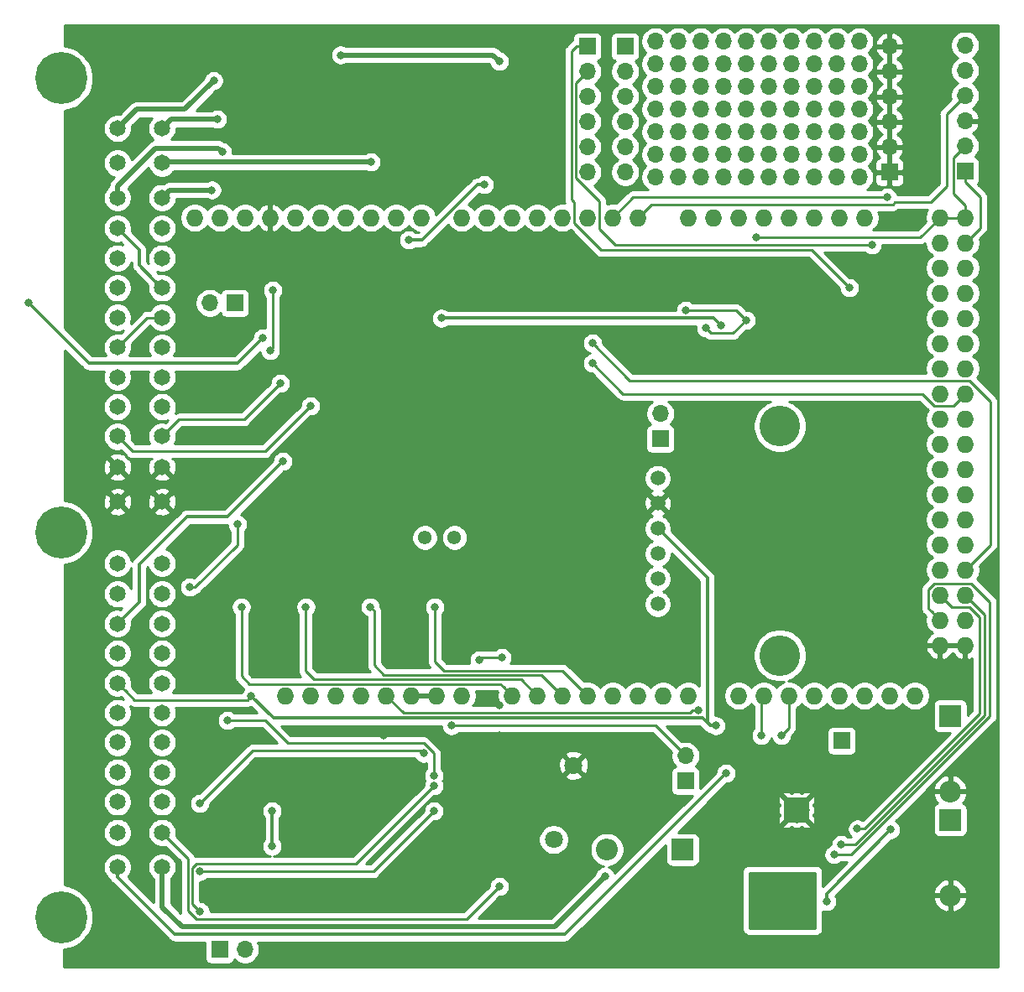
<source format=gbl>
G04 #@! TF.GenerationSoftware,KiCad,Pcbnew,(5.1.9-0-10_14)*
G04 #@! TF.CreationDate,2021-05-13T22:37:09+10:00*
G04 #@! TF.ProjectId,NA6,4e41362e-6b69-4636-9164-5f7063625858,rev?*
G04 #@! TF.SameCoordinates,Original*
G04 #@! TF.FileFunction,Copper,L2,Bot*
G04 #@! TF.FilePolarity,Positive*
%FSLAX46Y46*%
G04 Gerber Fmt 4.6, Leading zero omitted, Abs format (unit mm)*
G04 Created by KiCad (PCBNEW (5.1.9-0-10_14)) date 2021-05-13 22:37:09*
%MOMM*%
%LPD*%
G01*
G04 APERTURE LIST*
G04 #@! TA.AperFunction,ComponentPad*
%ADD10O,1.700000X1.700000*%
G04 #@! TD*
G04 #@! TA.AperFunction,ComponentPad*
%ADD11C,5.250000*%
G04 #@! TD*
G04 #@! TA.AperFunction,ComponentPad*
%ADD12C,1.650000*%
G04 #@! TD*
G04 #@! TA.AperFunction,ComponentPad*
%ADD13C,1.381000*%
G04 #@! TD*
G04 #@! TA.AperFunction,ComponentPad*
%ADD14R,1.700000X1.700000*%
G04 #@! TD*
G04 #@! TA.AperFunction,ComponentPad*
%ADD15C,1.500000*%
G04 #@! TD*
G04 #@! TA.AperFunction,ComponentPad*
%ADD16C,4.100000*%
G04 #@! TD*
G04 #@! TA.AperFunction,ComponentPad*
%ADD17C,1.800000*%
G04 #@! TD*
G04 #@! TA.AperFunction,ComponentPad*
%ADD18O,2.200000X2.200000*%
G04 #@! TD*
G04 #@! TA.AperFunction,ComponentPad*
%ADD19R,2.200000X2.200000*%
G04 #@! TD*
G04 #@! TA.AperFunction,ComponentPad*
%ADD20C,0.500000*%
G04 #@! TD*
G04 #@! TA.AperFunction,ComponentPad*
%ADD21O,1.727200X1.727200*%
G04 #@! TD*
G04 #@! TA.AperFunction,ViaPad*
%ADD22C,0.800000*%
G04 #@! TD*
G04 #@! TA.AperFunction,Conductor*
%ADD23C,0.250000*%
G04 #@! TD*
G04 #@! TA.AperFunction,Conductor*
%ADD24C,0.350000*%
G04 #@! TD*
G04 #@! TA.AperFunction,Conductor*
%ADD25C,0.300000*%
G04 #@! TD*
G04 #@! TA.AperFunction,Conductor*
%ADD26C,0.500000*%
G04 #@! TD*
G04 #@! TA.AperFunction,Conductor*
%ADD27C,0.254000*%
G04 #@! TD*
G04 #@! TA.AperFunction,Conductor*
%ADD28C,0.100000*%
G04 #@! TD*
G04 APERTURE END LIST*
D10*
X188976000Y-52324000D03*
X195834000Y-52324000D03*
X193548000Y-52324000D03*
X175260000Y-52324000D03*
X179832000Y-52324000D03*
X177546000Y-52324000D03*
X186690000Y-52324000D03*
X182118000Y-52324000D03*
X184404000Y-52324000D03*
X191262000Y-52324000D03*
X188976000Y-50038000D03*
X195834000Y-50038000D03*
X193548000Y-50038000D03*
X175260000Y-50038000D03*
X179832000Y-50038000D03*
X177546000Y-50038000D03*
X186690000Y-50038000D03*
X182118000Y-50038000D03*
X184404000Y-50038000D03*
X191262000Y-50038000D03*
X188976000Y-47752000D03*
X195834000Y-47752000D03*
X193548000Y-47752000D03*
X175260000Y-47752000D03*
X179832000Y-47752000D03*
X177546000Y-47752000D03*
X186690000Y-47752000D03*
X182118000Y-47752000D03*
X184404000Y-47752000D03*
X191262000Y-47752000D03*
X188976000Y-45466000D03*
X195834000Y-45466000D03*
X193548000Y-45466000D03*
X175260000Y-45466000D03*
X179832000Y-45466000D03*
X177546000Y-45466000D03*
X186690000Y-45466000D03*
X182118000Y-45466000D03*
X184404000Y-45466000D03*
X191262000Y-45466000D03*
X188976000Y-43180000D03*
X195834000Y-43180000D03*
X193548000Y-43180000D03*
X175260000Y-43180000D03*
X179832000Y-43180000D03*
X177546000Y-43180000D03*
X186690000Y-43180000D03*
X182118000Y-43180000D03*
X184404000Y-43180000D03*
X191262000Y-43180000D03*
X188976000Y-40894000D03*
X195834000Y-40894000D03*
X193548000Y-40894000D03*
X175260000Y-40894000D03*
X179832000Y-40894000D03*
X177546000Y-40894000D03*
X186690000Y-40894000D03*
X182118000Y-40894000D03*
X184404000Y-40894000D03*
X191262000Y-40894000D03*
X195834000Y-38608000D03*
X193548000Y-38608000D03*
X191262000Y-38608000D03*
X188976000Y-38608000D03*
X186690000Y-38608000D03*
X184404000Y-38608000D03*
X182118000Y-38608000D03*
X179832000Y-38608000D03*
X177546000Y-38608000D03*
X175260000Y-38608000D03*
D11*
X115300000Y-127050000D03*
X115300000Y-88200000D03*
X115300000Y-42350000D03*
D12*
X121000000Y-47400000D03*
X121000000Y-50900000D03*
X121000000Y-54400000D03*
X121000000Y-57500000D03*
X121000000Y-60500000D03*
X121000000Y-63500000D03*
X121000000Y-66500000D03*
X121000000Y-69500000D03*
X121000000Y-72500000D03*
X121000000Y-75500000D03*
X121000000Y-78500000D03*
X121000000Y-81600000D03*
X121000000Y-85100000D03*
X121000000Y-91300000D03*
X121000000Y-94400000D03*
X121000000Y-97400000D03*
X121000000Y-100400000D03*
X121000000Y-103400000D03*
X121000000Y-106400000D03*
X121000000Y-109400000D03*
X121000000Y-112400000D03*
X121000000Y-115400000D03*
X121000000Y-118500000D03*
X121000000Y-122000000D03*
X125500000Y-47400000D03*
X125500000Y-50900000D03*
X125500000Y-54400000D03*
X125500000Y-57500000D03*
X125500000Y-60500000D03*
X125500000Y-63500000D03*
X125500000Y-66500000D03*
X125500000Y-69500000D03*
X125500000Y-72500000D03*
X125500000Y-75500000D03*
X125500000Y-78500000D03*
X125500000Y-81600000D03*
X125500000Y-85100000D03*
X125500000Y-91300000D03*
X125500000Y-94400000D03*
X125500000Y-97400000D03*
X125500000Y-100400000D03*
X125500000Y-103400000D03*
X125500000Y-106400000D03*
X125500000Y-109400000D03*
X125500000Y-112400000D03*
X125500000Y-115400000D03*
X125500000Y-118500000D03*
X125500000Y-122000000D03*
D13*
X155000000Y-88714000D03*
X152000000Y-88714000D03*
D10*
X206500000Y-39014000D03*
X206500000Y-41554000D03*
X206500000Y-44094000D03*
X206500000Y-46634000D03*
X206500000Y-49174000D03*
D14*
X206500000Y-51714000D03*
X198882000Y-51816000D03*
D10*
X198882000Y-49276000D03*
X198882000Y-46736000D03*
X198882000Y-44196000D03*
X198882000Y-41656000D03*
X198882000Y-39116000D03*
D14*
X172212000Y-39116000D03*
D10*
X172212000Y-41656000D03*
X172212000Y-44196000D03*
X172212000Y-46736000D03*
X172212000Y-49276000D03*
X172212000Y-51816000D03*
D15*
X175500000Y-82714000D03*
X175500000Y-85254000D03*
X175500000Y-87794000D03*
X175500000Y-90334000D03*
X175500000Y-92874000D03*
X175500000Y-95414000D03*
D16*
X187820000Y-100614000D03*
X187820000Y-77464000D03*
D17*
X167000000Y-111714000D03*
X165000000Y-119214000D03*
D18*
X170380000Y-120214000D03*
D19*
X178000000Y-120214000D03*
X205000000Y-117214000D03*
D18*
X205000000Y-124834000D03*
D19*
X205000000Y-106714000D03*
D18*
X205000000Y-114334000D03*
D20*
X188500000Y-117214000D03*
X188500000Y-116214000D03*
X188500000Y-115214000D03*
X189500000Y-117214000D03*
X189500000Y-116214000D03*
X189500000Y-115214000D03*
X190500000Y-117214000D03*
X190500000Y-116214000D03*
X190500000Y-115214000D03*
G04 #@! TA.AperFunction,SMDPad,CuDef*
G36*
G01*
X190500000Y-117464000D02*
X188500000Y-117464000D01*
G75*
G02*
X188250000Y-117214000I0J250000D01*
G01*
X188250000Y-115214000D01*
G75*
G02*
X188500000Y-114964000I250000J0D01*
G01*
X190500000Y-114964000D01*
G75*
G02*
X190750000Y-115214000I0J-250000D01*
G01*
X190750000Y-117214000D01*
G75*
G02*
X190500000Y-117464000I-250000J0D01*
G01*
G37*
G04 #@! TD.AperFunction*
D21*
X160800000Y-104674000D03*
X155720000Y-104674000D03*
X153180000Y-104674000D03*
X150640000Y-104674000D03*
X148100000Y-104674000D03*
X145560000Y-104674000D03*
X143020000Y-104674000D03*
X140480000Y-104674000D03*
X196360000Y-56414000D03*
X193820000Y-56414000D03*
X191280000Y-56414000D03*
X188740000Y-56414000D03*
X186200000Y-56414000D03*
X183660000Y-56414000D03*
X181120000Y-56414000D03*
X178580000Y-56414000D03*
X173500000Y-56414000D03*
X170960000Y-56414000D03*
X168420000Y-56414000D03*
X165880000Y-56414000D03*
X163340000Y-56414000D03*
X160800000Y-56414000D03*
X158260000Y-56414000D03*
X155720000Y-56414000D03*
X136416000Y-56414000D03*
X151656000Y-56414000D03*
X149116000Y-56414000D03*
X146576000Y-56414000D03*
X128796000Y-56414000D03*
X131336000Y-56414000D03*
X133876000Y-56414000D03*
X138956000Y-56414000D03*
X141496000Y-56414000D03*
X144036000Y-56414000D03*
X137940000Y-104674000D03*
X163340000Y-104674000D03*
X165880000Y-104674000D03*
X168420000Y-104674000D03*
X170960000Y-104674000D03*
X173500000Y-104674000D03*
X176040000Y-104674000D03*
X178580000Y-104674000D03*
X183660000Y-104674000D03*
X186200000Y-104674000D03*
X188740000Y-104674000D03*
X191280000Y-104674000D03*
X193820000Y-104674000D03*
X196360000Y-104674000D03*
X198900000Y-104674000D03*
X201440000Y-104674000D03*
X203980000Y-56414000D03*
X206520000Y-56414000D03*
X203980000Y-58954000D03*
X206520000Y-58954000D03*
X203980000Y-61494000D03*
X206520000Y-61494000D03*
X203980000Y-64034000D03*
X206520000Y-64034000D03*
X203980000Y-66574000D03*
X206520000Y-66574000D03*
X203980000Y-69114000D03*
X206520000Y-69114000D03*
X203980000Y-71654000D03*
X206520000Y-71654000D03*
X203980000Y-74194000D03*
X206520000Y-74194000D03*
X203980000Y-76734000D03*
X206520000Y-76734000D03*
X203980000Y-79274000D03*
X206520000Y-79274000D03*
X203980000Y-81814000D03*
X206520000Y-81814000D03*
X203980000Y-84354000D03*
X206520000Y-84354000D03*
X203980000Y-86894000D03*
X206520000Y-86894000D03*
X203980000Y-89434000D03*
X206520000Y-89434000D03*
X203980000Y-91974000D03*
X206520000Y-91974000D03*
X203980000Y-94514000D03*
X206520000Y-94514000D03*
X203980000Y-97054000D03*
X206520000Y-97054000D03*
X203980000Y-99594000D03*
X206520000Y-99594000D03*
D14*
X132842000Y-65024000D03*
D10*
X130302000Y-65024000D03*
D14*
X168402000Y-39116000D03*
D10*
X168402000Y-41656000D03*
X168402000Y-44196000D03*
X168402000Y-46736000D03*
X168402000Y-49276000D03*
X168402000Y-51816000D03*
D14*
X131318000Y-130302000D03*
D10*
X133858000Y-130302000D03*
D14*
X175768000Y-78740000D03*
D10*
X175768000Y-76200000D03*
D14*
X178308000Y-113284000D03*
D10*
X178308000Y-110744000D03*
D14*
X194056000Y-109220000D03*
D22*
X157734000Y-104902000D03*
X129000000Y-48214000D03*
X157500000Y-92714000D03*
X151892000Y-73406000D03*
X147828000Y-108712000D03*
X151892000Y-70612000D03*
X130500000Y-90714000D03*
X136500000Y-90714000D03*
X142000000Y-90714000D03*
X142240000Y-81026000D03*
X131318000Y-52070000D03*
X129540000Y-85090000D03*
X132080000Y-101092000D03*
X169164000Y-94996000D03*
X169164000Y-99568000D03*
X177800000Y-94234000D03*
X174244000Y-69088000D03*
X170942000Y-69088000D03*
X179832000Y-71120000D03*
X151892000Y-68072000D03*
X139192000Y-68072000D03*
X145542000Y-68072000D03*
X159512000Y-105664000D03*
X159512000Y-108712000D03*
X135128000Y-114808000D03*
X139954000Y-114808000D03*
X138430000Y-119888000D03*
X149098000Y-124968000D03*
X153162000Y-124968000D03*
X156972000Y-124968000D03*
X195072000Y-61468000D03*
X186690000Y-66802000D03*
X192278000Y-67310000D03*
X200660000Y-63500000D03*
X144272000Y-46736000D03*
X129286000Y-104140000D03*
X117856000Y-109474000D03*
X135128000Y-71882000D03*
X126238000Y-42164000D03*
X123698000Y-43180000D03*
X130048000Y-41148000D03*
X186690000Y-65024000D03*
X200152000Y-56642000D03*
X130810000Y-44450000D03*
X134500000Y-104714000D03*
X181356000Y-107714000D03*
X153000000Y-95714000D03*
X146500000Y-95714000D03*
X133500000Y-95714000D03*
X140000000Y-95714000D03*
X199000000Y-118214000D03*
X192532000Y-125476004D03*
X187198000Y-123444000D03*
X187198000Y-127000000D03*
X190754000Y-127762000D03*
X190754000Y-122936000D03*
X159766000Y-100838000D03*
X157480000Y-101092000D03*
X128270000Y-93726000D03*
X133096000Y-87375996D03*
X185420000Y-58420000D03*
X178308000Y-65786000D03*
X184404000Y-66765000D03*
X180340000Y-67564000D03*
X179600341Y-106158990D03*
X157988000Y-53086000D03*
X150368000Y-58674000D03*
X135636000Y-68580000D03*
X112014000Y-65024000D03*
X182372000Y-112522000D03*
X136601991Y-119888000D03*
X136601991Y-116332000D03*
X129286000Y-115570000D03*
X151887347Y-110494653D03*
X132080000Y-107188000D03*
X152908000Y-112776000D03*
X130531000Y-53619000D03*
X131572000Y-49784000D03*
X131064008Y-46482000D03*
X130709384Y-42571384D03*
X146558000Y-50800000D03*
X159512000Y-40640000D03*
X143510000Y-39989000D03*
X168910000Y-71120000D03*
X168910000Y-69088000D03*
X198628002Y-54356000D03*
X185928000Y-108712000D03*
X137668000Y-81026000D03*
X195640956Y-118126281D03*
X194000000Y-119714000D03*
X193274990Y-120731898D03*
X137414000Y-73151996D03*
X194818000Y-63500000D03*
X197104000Y-59182000D03*
X159512000Y-123952000D03*
X170180000Y-122936000D03*
X181864000Y-67310000D03*
X153670000Y-66561010D03*
X140462000Y-75438000D03*
X187960000Y-108712000D03*
X136652000Y-63754000D03*
X136398000Y-69850000D03*
X152908000Y-113792000D03*
X129336009Y-126492000D03*
X152908000Y-116332000D03*
X129297514Y-122439514D03*
X154686000Y-107709000D03*
D23*
X121824999Y-104224999D02*
X121000000Y-103400000D01*
X122713999Y-105113999D02*
X121824999Y-104224999D01*
X134100001Y-105113999D02*
X122713999Y-105113999D01*
X134500000Y-104714000D02*
X134100001Y-105113999D01*
D24*
X134500000Y-104714000D02*
X136720000Y-106934000D01*
X136720000Y-106934000D02*
X180010315Y-106934000D01*
X180790315Y-107714000D02*
X181356000Y-107714000D01*
X180010315Y-106934000D02*
X180790315Y-107714000D01*
X180500000Y-92794000D02*
X175500000Y-87794000D01*
X180500000Y-107348000D02*
X180500000Y-92794000D01*
X180848000Y-107696000D02*
X180500000Y-107348000D01*
D23*
X153000000Y-101214000D02*
X153000000Y-95714000D01*
X153921367Y-102135367D02*
X153000000Y-101214000D01*
X165881367Y-102135367D02*
X153921367Y-102135367D01*
X168420000Y-104674000D02*
X165881367Y-102135367D01*
X124000000Y-66500000D02*
X125500000Y-66500000D01*
X121000000Y-69500000D02*
X124000000Y-66500000D01*
X146899999Y-96113999D02*
X146500000Y-95714000D01*
X146899999Y-101613999D02*
X146899999Y-96113999D01*
X147871377Y-102585377D02*
X146899999Y-101613999D01*
X163791377Y-102585377D02*
X147871377Y-102585377D01*
X165880000Y-104674000D02*
X163791377Y-102585377D01*
X134271399Y-103485399D02*
X159611399Y-103485399D01*
X159936401Y-103810401D02*
X160800000Y-104674000D01*
X159611399Y-103485399D02*
X159936401Y-103810401D01*
X133500000Y-102714000D02*
X134271399Y-103485399D01*
X133500000Y-95714000D02*
X133500000Y-102714000D01*
X140821388Y-103035388D02*
X140000000Y-102214000D01*
X163340000Y-104674000D02*
X161701388Y-103035388D01*
X140000000Y-102214000D02*
X140000000Y-95714000D01*
X161701388Y-103035388D02*
X140821388Y-103035388D01*
D25*
X199000000Y-118214000D02*
X192532000Y-124682000D01*
X192532000Y-124682000D02*
X192532000Y-124910319D01*
X192532000Y-124910319D02*
X192532000Y-125476004D01*
D23*
X157734000Y-100838000D02*
X157480000Y-101092000D01*
X159766000Y-100838000D02*
X157734000Y-100838000D01*
X205650001Y-50023999D02*
X206500000Y-49174000D01*
X205324999Y-50349001D02*
X205650001Y-50023999D01*
X206520000Y-55192686D02*
X205324999Y-53997685D01*
X205324999Y-53997685D02*
X205324999Y-50349001D01*
X206520000Y-56414000D02*
X206520000Y-55192686D01*
X128835685Y-93726000D02*
X133096000Y-89465685D01*
X133096000Y-87941681D02*
X133096000Y-87375996D01*
X128270000Y-93726000D02*
X128835685Y-93726000D01*
X133096000Y-89465685D02*
X133096000Y-87941681D01*
X205201314Y-56414000D02*
X206520000Y-56414000D01*
X203980000Y-56414000D02*
X205201314Y-56414000D01*
X201974000Y-58420000D02*
X185420000Y-58420000D01*
X203980000Y-56414000D02*
X201974000Y-58420000D01*
X183425000Y-65786000D02*
X184404000Y-66765000D01*
X178308000Y-65786000D02*
X183425000Y-65786000D01*
X180848000Y-68072000D02*
X180340000Y-67564000D01*
X183097000Y-68072000D02*
X180848000Y-68072000D01*
X184404000Y-66765000D02*
X183097000Y-68072000D01*
X179034656Y-106158990D02*
X179600341Y-106158990D01*
X149852000Y-106426000D02*
X178767646Y-106426000D01*
X148100000Y-104674000D02*
X149852000Y-106426000D01*
X178767646Y-106426000D02*
X179034656Y-106158990D01*
D25*
X151700870Y-58674000D02*
X150368000Y-58674000D01*
X157288870Y-53086000D02*
X151700870Y-58674000D01*
X157988000Y-53086000D02*
X157288870Y-53086000D01*
X118110000Y-71120000D02*
X112014000Y-65024000D01*
X133096000Y-71120000D02*
X118110000Y-71120000D01*
X135636000Y-68580000D02*
X133096000Y-71120000D01*
X181972001Y-112921999D02*
X182372000Y-112522000D01*
X166116000Y-128778000D02*
X181972001Y-112921999D01*
X126746000Y-128778000D02*
X166116000Y-128778000D01*
X121000000Y-122000000D02*
X121000000Y-123032000D01*
X121000000Y-123032000D02*
X126746000Y-128778000D01*
X136601991Y-116332000D02*
X136601991Y-116897685D01*
X136601991Y-116897685D02*
X136601991Y-119888000D01*
D23*
X151628694Y-110236000D02*
X151887347Y-110494653D01*
X134620000Y-110236000D02*
X151628694Y-110236000D01*
X129286000Y-115570000D02*
X134620000Y-110236000D01*
X152908000Y-110490000D02*
X152908000Y-112776000D01*
X151892000Y-109474000D02*
X152908000Y-110490000D01*
X138176000Y-109474000D02*
X151892000Y-109474000D01*
X135890000Y-107188000D02*
X138176000Y-109474000D01*
X132080000Y-107188000D02*
X135890000Y-107188000D01*
X152908000Y-112776000D02*
X152908000Y-112776000D01*
D26*
X126281000Y-53619000D02*
X125500000Y-54400000D01*
X130531000Y-53619000D02*
X126281000Y-53619000D01*
X131172001Y-49384001D02*
X131572000Y-49784000D01*
X124849273Y-49384001D02*
X131172001Y-49384001D01*
X121000000Y-54400000D02*
X121000000Y-53233274D01*
X121000000Y-53233274D02*
X124849273Y-49384001D01*
X126418000Y-46482000D02*
X130498323Y-46482000D01*
X130498323Y-46482000D02*
X131064008Y-46482000D01*
X125500000Y-47400000D02*
X126418000Y-46482000D01*
X122934000Y-45466000D02*
X121824999Y-46575001D01*
X127814768Y-45466000D02*
X122934000Y-45466000D01*
X121824999Y-46575001D02*
X121000000Y-47400000D01*
X130709384Y-42571384D02*
X127814768Y-45466000D01*
X125600000Y-50800000D02*
X125500000Y-50900000D01*
X146558000Y-50800000D02*
X125600000Y-50800000D01*
X158861000Y-39989000D02*
X143510000Y-39989000D01*
X159512000Y-40640000D02*
X158861000Y-39989000D01*
D23*
X206500000Y-52814000D02*
X206500000Y-51714000D01*
X208026000Y-54340000D02*
X206500000Y-52814000D01*
X208026000Y-57448000D02*
X208026000Y-54340000D01*
X206520000Y-58954000D02*
X208026000Y-57448000D01*
X204617010Y-45976990D02*
X205650001Y-44943999D01*
X205650001Y-44943999D02*
X206500000Y-44094000D01*
X203019190Y-54864000D02*
X204617010Y-53266180D01*
X204617010Y-53266180D02*
X204617010Y-45976990D01*
X174832999Y-55081001D02*
X199230001Y-55081001D01*
X199230001Y-55081001D02*
X199447002Y-54864000D01*
X173500000Y-56414000D02*
X174832999Y-55081001D01*
X199447002Y-54864000D02*
X203019190Y-54864000D01*
X171984000Y-74194000D02*
X168910000Y-71120000D01*
X203409471Y-75382601D02*
X202220870Y-74194000D01*
X205331399Y-75382601D02*
X203409471Y-75382601D01*
X202220870Y-74194000D02*
X171984000Y-74194000D01*
X206520000Y-74194000D02*
X205331399Y-75382601D01*
X206927731Y-72842601D02*
X172664601Y-72842601D01*
X209042000Y-89452000D02*
X209042000Y-74956870D01*
X172664601Y-72842601D02*
X168910000Y-69088000D01*
X209042000Y-74956870D02*
X206927731Y-72842601D01*
X206520000Y-91974000D02*
X209042000Y-89452000D01*
X173018000Y-54356000D02*
X198628002Y-54356000D01*
X170960000Y-56414000D02*
X173018000Y-54356000D01*
X185928000Y-104946000D02*
X186200000Y-104674000D01*
X185928000Y-108712000D02*
X185928000Y-104946000D01*
D24*
X121824999Y-96575001D02*
X121000000Y-97400000D01*
X128016000Y-86614000D02*
X123190000Y-91440000D01*
X132080000Y-86614000D02*
X128016000Y-86614000D01*
X137668000Y-81026000D02*
X132080000Y-86614000D01*
X123190000Y-95210000D02*
X121824999Y-96575001D01*
X123190000Y-91440000D02*
X123190000Y-95210000D01*
D23*
X208000000Y-96774870D02*
X208000000Y-106499002D01*
X196372721Y-118126281D02*
X196206641Y-118126281D01*
X203980000Y-94514000D02*
X205168601Y-95702601D01*
X196206641Y-118126281D02*
X195640956Y-118126281D01*
X206927731Y-95702601D02*
X208000000Y-96774870D01*
X205168601Y-95702601D02*
X206927731Y-95702601D01*
X208000000Y-106499002D02*
X196372721Y-118126281D01*
X208500000Y-106635414D02*
X208500000Y-96494000D01*
X194000000Y-119714000D02*
X195421413Y-119714000D01*
X195421413Y-119714000D02*
X208500000Y-106635414D01*
X208500000Y-96494000D02*
X207383599Y-95377599D01*
X207383599Y-95377599D02*
X206520000Y-94514000D01*
X195039926Y-120731898D02*
X209000000Y-106771824D01*
X193274990Y-120731898D02*
X195039926Y-120731898D01*
X207090529Y-93325399D02*
X203388601Y-93325399D01*
X209000000Y-95234870D02*
X207090529Y-93325399D01*
X209000000Y-106771824D02*
X209000000Y-95234870D01*
X203116401Y-96190401D02*
X203980000Y-97054000D01*
X202791399Y-93922601D02*
X202791399Y-95865399D01*
X202791399Y-95865399D02*
X203116401Y-96190401D01*
X203388601Y-93325399D02*
X202791399Y-93922601D01*
X137014001Y-73551995D02*
X137414000Y-73151996D01*
X133761997Y-76803999D02*
X137014001Y-73551995D01*
X127196001Y-76803999D02*
X133761997Y-76803999D01*
X125500000Y-78500000D02*
X127196001Y-76803999D01*
X167302000Y-39116000D02*
X168402000Y-39116000D01*
X166776989Y-39641011D02*
X167302000Y-39116000D01*
X166776989Y-54572388D02*
X166776989Y-39641011D01*
X167068601Y-54864000D02*
X166776989Y-54572388D01*
X167068601Y-56984529D02*
X167068601Y-54864000D01*
X169774072Y-59690000D02*
X167068601Y-56984529D01*
X191008000Y-59690000D02*
X169774072Y-59690000D01*
X194818000Y-63500000D02*
X191008000Y-59690000D01*
X167552001Y-42505999D02*
X168402000Y-41656000D01*
X167226999Y-42831001D02*
X167552001Y-42505999D01*
X167226999Y-52380001D02*
X167226999Y-42831001D01*
X169608601Y-54761603D02*
X167226999Y-52380001D01*
X171196000Y-59182000D02*
X169608601Y-57594601D01*
X169608601Y-57594601D02*
X169608601Y-54761603D01*
X197104000Y-59182000D02*
X171196000Y-59182000D01*
X128110990Y-126389992D02*
X128937999Y-127217001D01*
X128937999Y-127217001D02*
X156246999Y-127217001D01*
X128110990Y-121110990D02*
X128110990Y-126389992D01*
X156246999Y-127217001D02*
X159512000Y-123952000D01*
X125500000Y-118500000D02*
X128110990Y-121110990D01*
D26*
X169780001Y-123335999D02*
X170180000Y-122936000D01*
X165100000Y-128016000D02*
X169780001Y-123335999D01*
X127508000Y-128016000D02*
X165100000Y-128016000D01*
X125500000Y-126008000D02*
X127508000Y-128016000D01*
X125500000Y-122000000D02*
X125500000Y-126008000D01*
D25*
X123190000Y-61190000D02*
X124675001Y-62675001D01*
X124675001Y-62675001D02*
X125500000Y-63500000D01*
X123190000Y-59690000D02*
X123190000Y-61190000D01*
X121000000Y-57500000D02*
X123190000Y-59690000D01*
X181115010Y-66561010D02*
X154235685Y-66561010D01*
X181864000Y-67310000D02*
X181115010Y-66561010D01*
X154235685Y-66561010D02*
X153670000Y-66561010D01*
D23*
X122510000Y-80010000D02*
X135890000Y-80010000D01*
X135890000Y-80010000D02*
X140462000Y-75438000D01*
X121000000Y-78500000D02*
X122510000Y-80010000D01*
X188740000Y-107932000D02*
X188740000Y-104674000D01*
X187960000Y-108712000D02*
X188740000Y-107932000D01*
X136652000Y-69596000D02*
X136398000Y-69850000D01*
X136652000Y-63754000D02*
X136652000Y-69596000D01*
X128936010Y-126092001D02*
X129336009Y-126492000D01*
X128560999Y-122079999D02*
X128560999Y-125716990D01*
X128974998Y-121666000D02*
X128560999Y-122079999D01*
X152908000Y-113792000D02*
X145034000Y-121666000D01*
X145034000Y-121666000D02*
X128974998Y-121666000D01*
X128560999Y-125716990D02*
X128936010Y-126092001D01*
X129863199Y-122439514D02*
X129297514Y-122439514D01*
X146800486Y-122439514D02*
X129863199Y-122439514D01*
X152908000Y-116332000D02*
X146800486Y-122439514D01*
X175273000Y-107709000D02*
X154686000Y-107709000D01*
X178308000Y-110744000D02*
X175273000Y-107709000D01*
D27*
X209840001Y-132087000D02*
X115628176Y-132087000D01*
X115629461Y-130308333D01*
X116250907Y-130184720D01*
X116844189Y-129938975D01*
X117378129Y-129582208D01*
X117832208Y-129128129D01*
X118188975Y-128594189D01*
X118434720Y-128000907D01*
X118560000Y-127371082D01*
X118560000Y-126728918D01*
X118434720Y-126099093D01*
X118188975Y-125505811D01*
X117832208Y-124971871D01*
X117378129Y-124517792D01*
X116844189Y-124161025D01*
X116250907Y-123915280D01*
X115634169Y-123792603D01*
X115638096Y-118356203D01*
X119540000Y-118356203D01*
X119540000Y-118643797D01*
X119596107Y-118925866D01*
X119706165Y-119191569D01*
X119865944Y-119430696D01*
X120069304Y-119634056D01*
X120308431Y-119793835D01*
X120574134Y-119903893D01*
X120856203Y-119960000D01*
X121143797Y-119960000D01*
X121425866Y-119903893D01*
X121691569Y-119793835D01*
X121930696Y-119634056D01*
X122134056Y-119430696D01*
X122293835Y-119191569D01*
X122403893Y-118925866D01*
X122460000Y-118643797D01*
X122460000Y-118356203D01*
X122403893Y-118074134D01*
X122293835Y-117808431D01*
X122134056Y-117569304D01*
X121930696Y-117365944D01*
X121691569Y-117206165D01*
X121425866Y-117096107D01*
X121143797Y-117040000D01*
X120856203Y-117040000D01*
X120574134Y-117096107D01*
X120308431Y-117206165D01*
X120069304Y-117365944D01*
X119865944Y-117569304D01*
X119706165Y-117808431D01*
X119596107Y-118074134D01*
X119540000Y-118356203D01*
X115638096Y-118356203D01*
X115640335Y-115256203D01*
X119540000Y-115256203D01*
X119540000Y-115543797D01*
X119596107Y-115825866D01*
X119706165Y-116091569D01*
X119865944Y-116330696D01*
X120069304Y-116534056D01*
X120308431Y-116693835D01*
X120574134Y-116803893D01*
X120856203Y-116860000D01*
X121143797Y-116860000D01*
X121425866Y-116803893D01*
X121691569Y-116693835D01*
X121930696Y-116534056D01*
X122134056Y-116330696D01*
X122293835Y-116091569D01*
X122403893Y-115825866D01*
X122460000Y-115543797D01*
X122460000Y-115256203D01*
X124040000Y-115256203D01*
X124040000Y-115543797D01*
X124096107Y-115825866D01*
X124206165Y-116091569D01*
X124365944Y-116330696D01*
X124569304Y-116534056D01*
X124808431Y-116693835D01*
X125074134Y-116803893D01*
X125356203Y-116860000D01*
X125643797Y-116860000D01*
X125925866Y-116803893D01*
X126191569Y-116693835D01*
X126430696Y-116534056D01*
X126634056Y-116330696D01*
X126793835Y-116091569D01*
X126903893Y-115825866D01*
X126960000Y-115543797D01*
X126960000Y-115256203D01*
X126903893Y-114974134D01*
X126793835Y-114708431D01*
X126634056Y-114469304D01*
X126430696Y-114265944D01*
X126191569Y-114106165D01*
X125925866Y-113996107D01*
X125643797Y-113940000D01*
X125356203Y-113940000D01*
X125074134Y-113996107D01*
X124808431Y-114106165D01*
X124569304Y-114265944D01*
X124365944Y-114469304D01*
X124206165Y-114708431D01*
X124096107Y-114974134D01*
X124040000Y-115256203D01*
X122460000Y-115256203D01*
X122403893Y-114974134D01*
X122293835Y-114708431D01*
X122134056Y-114469304D01*
X121930696Y-114265944D01*
X121691569Y-114106165D01*
X121425866Y-113996107D01*
X121143797Y-113940000D01*
X120856203Y-113940000D01*
X120574134Y-113996107D01*
X120308431Y-114106165D01*
X120069304Y-114265944D01*
X119865944Y-114469304D01*
X119706165Y-114708431D01*
X119596107Y-114974134D01*
X119540000Y-115256203D01*
X115640335Y-115256203D01*
X115642502Y-112256203D01*
X119540000Y-112256203D01*
X119540000Y-112543797D01*
X119596107Y-112825866D01*
X119706165Y-113091569D01*
X119865944Y-113330696D01*
X120069304Y-113534056D01*
X120308431Y-113693835D01*
X120574134Y-113803893D01*
X120856203Y-113860000D01*
X121143797Y-113860000D01*
X121425866Y-113803893D01*
X121691569Y-113693835D01*
X121930696Y-113534056D01*
X122134056Y-113330696D01*
X122293835Y-113091569D01*
X122403893Y-112825866D01*
X122460000Y-112543797D01*
X122460000Y-112256203D01*
X124040000Y-112256203D01*
X124040000Y-112543797D01*
X124096107Y-112825866D01*
X124206165Y-113091569D01*
X124365944Y-113330696D01*
X124569304Y-113534056D01*
X124808431Y-113693835D01*
X125074134Y-113803893D01*
X125356203Y-113860000D01*
X125643797Y-113860000D01*
X125925866Y-113803893D01*
X126191569Y-113693835D01*
X126430696Y-113534056D01*
X126634056Y-113330696D01*
X126793835Y-113091569D01*
X126903893Y-112825866D01*
X126960000Y-112543797D01*
X126960000Y-112256203D01*
X126903893Y-111974134D01*
X126793835Y-111708431D01*
X126634056Y-111469304D01*
X126430696Y-111265944D01*
X126191569Y-111106165D01*
X125925866Y-110996107D01*
X125643797Y-110940000D01*
X125356203Y-110940000D01*
X125074134Y-110996107D01*
X124808431Y-111106165D01*
X124569304Y-111265944D01*
X124365944Y-111469304D01*
X124206165Y-111708431D01*
X124096107Y-111974134D01*
X124040000Y-112256203D01*
X122460000Y-112256203D01*
X122403893Y-111974134D01*
X122293835Y-111708431D01*
X122134056Y-111469304D01*
X121930696Y-111265944D01*
X121691569Y-111106165D01*
X121425866Y-110996107D01*
X121143797Y-110940000D01*
X120856203Y-110940000D01*
X120574134Y-110996107D01*
X120308431Y-111106165D01*
X120069304Y-111265944D01*
X119865944Y-111469304D01*
X119706165Y-111708431D01*
X119596107Y-111974134D01*
X119540000Y-112256203D01*
X115642502Y-112256203D01*
X115644670Y-109256203D01*
X119540000Y-109256203D01*
X119540000Y-109543797D01*
X119596107Y-109825866D01*
X119706165Y-110091569D01*
X119865944Y-110330696D01*
X120069304Y-110534056D01*
X120308431Y-110693835D01*
X120574134Y-110803893D01*
X120856203Y-110860000D01*
X121143797Y-110860000D01*
X121425866Y-110803893D01*
X121691569Y-110693835D01*
X121930696Y-110534056D01*
X122134056Y-110330696D01*
X122293835Y-110091569D01*
X122403893Y-109825866D01*
X122460000Y-109543797D01*
X122460000Y-109256203D01*
X124040000Y-109256203D01*
X124040000Y-109543797D01*
X124096107Y-109825866D01*
X124206165Y-110091569D01*
X124365944Y-110330696D01*
X124569304Y-110534056D01*
X124808431Y-110693835D01*
X125074134Y-110803893D01*
X125356203Y-110860000D01*
X125643797Y-110860000D01*
X125925866Y-110803893D01*
X126191569Y-110693835D01*
X126430696Y-110534056D01*
X126634056Y-110330696D01*
X126793835Y-110091569D01*
X126903893Y-109825866D01*
X126960000Y-109543797D01*
X126960000Y-109256203D01*
X126903893Y-108974134D01*
X126793835Y-108708431D01*
X126634056Y-108469304D01*
X126430696Y-108265944D01*
X126191569Y-108106165D01*
X125925866Y-107996107D01*
X125643797Y-107940000D01*
X125356203Y-107940000D01*
X125074134Y-107996107D01*
X124808431Y-108106165D01*
X124569304Y-108265944D01*
X124365944Y-108469304D01*
X124206165Y-108708431D01*
X124096107Y-108974134D01*
X124040000Y-109256203D01*
X122460000Y-109256203D01*
X122403893Y-108974134D01*
X122293835Y-108708431D01*
X122134056Y-108469304D01*
X121930696Y-108265944D01*
X121691569Y-108106165D01*
X121425866Y-107996107D01*
X121143797Y-107940000D01*
X120856203Y-107940000D01*
X120574134Y-107996107D01*
X120308431Y-108106165D01*
X120069304Y-108265944D01*
X119865944Y-108469304D01*
X119706165Y-108708431D01*
X119596107Y-108974134D01*
X119540000Y-109256203D01*
X115644670Y-109256203D01*
X115649006Y-103256203D01*
X119540000Y-103256203D01*
X119540000Y-103543797D01*
X119596107Y-103825866D01*
X119706165Y-104091569D01*
X119865944Y-104330696D01*
X120069304Y-104534056D01*
X120308431Y-104693835D01*
X120574134Y-104803893D01*
X120856203Y-104860000D01*
X121143797Y-104860000D01*
X121345148Y-104819949D01*
X121588792Y-105063593D01*
X121425866Y-104996107D01*
X121143797Y-104940000D01*
X120856203Y-104940000D01*
X120574134Y-104996107D01*
X120308431Y-105106165D01*
X120069304Y-105265944D01*
X119865944Y-105469304D01*
X119706165Y-105708431D01*
X119596107Y-105974134D01*
X119540000Y-106256203D01*
X119540000Y-106543797D01*
X119596107Y-106825866D01*
X119706165Y-107091569D01*
X119865944Y-107330696D01*
X120069304Y-107534056D01*
X120308431Y-107693835D01*
X120574134Y-107803893D01*
X120856203Y-107860000D01*
X121143797Y-107860000D01*
X121425866Y-107803893D01*
X121691569Y-107693835D01*
X121930696Y-107534056D01*
X122134056Y-107330696D01*
X122293835Y-107091569D01*
X122403893Y-106825866D01*
X122460000Y-106543797D01*
X122460000Y-106256203D01*
X122403893Y-105974134D01*
X122316573Y-105763325D01*
X122421752Y-105819545D01*
X122565013Y-105863002D01*
X122676666Y-105873999D01*
X122676676Y-105873999D01*
X122713999Y-105877675D01*
X122751322Y-105873999D01*
X124137584Y-105873999D01*
X124096107Y-105974134D01*
X124040000Y-106256203D01*
X124040000Y-106543797D01*
X124096107Y-106825866D01*
X124206165Y-107091569D01*
X124365944Y-107330696D01*
X124569304Y-107534056D01*
X124808431Y-107693835D01*
X125074134Y-107803893D01*
X125356203Y-107860000D01*
X125643797Y-107860000D01*
X125925866Y-107803893D01*
X126191569Y-107693835D01*
X126430696Y-107534056D01*
X126634056Y-107330696D01*
X126793835Y-107091569D01*
X126903893Y-106825866D01*
X126960000Y-106543797D01*
X126960000Y-106256203D01*
X126903893Y-105974134D01*
X126862416Y-105873999D01*
X134062679Y-105873999D01*
X134100001Y-105877675D01*
X134137323Y-105873999D01*
X134137334Y-105873999D01*
X134248987Y-105863002D01*
X134392248Y-105819545D01*
X134436421Y-105795934D01*
X135068487Y-106428000D01*
X132783711Y-106428000D01*
X132739774Y-106384063D01*
X132570256Y-106270795D01*
X132381898Y-106192774D01*
X132181939Y-106153000D01*
X131978061Y-106153000D01*
X131778102Y-106192774D01*
X131589744Y-106270795D01*
X131420226Y-106384063D01*
X131276063Y-106528226D01*
X131162795Y-106697744D01*
X131084774Y-106886102D01*
X131045000Y-107086061D01*
X131045000Y-107289939D01*
X131084774Y-107489898D01*
X131162795Y-107678256D01*
X131276063Y-107847774D01*
X131420226Y-107991937D01*
X131589744Y-108105205D01*
X131778102Y-108183226D01*
X131978061Y-108223000D01*
X132181939Y-108223000D01*
X132381898Y-108183226D01*
X132570256Y-108105205D01*
X132739774Y-107991937D01*
X132783711Y-107948000D01*
X135575199Y-107948000D01*
X137103198Y-109476000D01*
X134657322Y-109476000D01*
X134619999Y-109472324D01*
X134582676Y-109476000D01*
X134582667Y-109476000D01*
X134471014Y-109486997D01*
X134327753Y-109530454D01*
X134195723Y-109601026D01*
X134112083Y-109669668D01*
X134079999Y-109695999D01*
X134056201Y-109724997D01*
X129246199Y-114535000D01*
X129184061Y-114535000D01*
X128984102Y-114574774D01*
X128795744Y-114652795D01*
X128626226Y-114766063D01*
X128482063Y-114910226D01*
X128368795Y-115079744D01*
X128290774Y-115268102D01*
X128251000Y-115468061D01*
X128251000Y-115671939D01*
X128290774Y-115871898D01*
X128368795Y-116060256D01*
X128482063Y-116229774D01*
X128626226Y-116373937D01*
X128795744Y-116487205D01*
X128984102Y-116565226D01*
X129184061Y-116605000D01*
X129387939Y-116605000D01*
X129587898Y-116565226D01*
X129776256Y-116487205D01*
X129945774Y-116373937D01*
X130089937Y-116229774D01*
X130203205Y-116060256D01*
X130281226Y-115871898D01*
X130321000Y-115671939D01*
X130321000Y-115609801D01*
X134934802Y-110996000D01*
X150977553Y-110996000D01*
X151083410Y-111154427D01*
X151227573Y-111298590D01*
X151397091Y-111411858D01*
X151585449Y-111489879D01*
X151785408Y-111529653D01*
X151989286Y-111529653D01*
X152148000Y-111498083D01*
X152148001Y-112072288D01*
X152104063Y-112116226D01*
X151990795Y-112285744D01*
X151912774Y-112474102D01*
X151873000Y-112674061D01*
X151873000Y-112877939D01*
X151912774Y-113077898D01*
X151990795Y-113266256D01*
X152002651Y-113284000D01*
X151990795Y-113301744D01*
X151912774Y-113490102D01*
X151873000Y-113690061D01*
X151873000Y-113752198D01*
X144719199Y-120906000D01*
X136789395Y-120906000D01*
X136903889Y-120883226D01*
X137092247Y-120805205D01*
X137261765Y-120691937D01*
X137405928Y-120547774D01*
X137519196Y-120378256D01*
X137597217Y-120189898D01*
X137636991Y-119989939D01*
X137636991Y-119786061D01*
X137597217Y-119586102D01*
X137519196Y-119397744D01*
X137405928Y-119228226D01*
X137386991Y-119209289D01*
X137386991Y-117010711D01*
X137405928Y-116991774D01*
X137519196Y-116822256D01*
X137597217Y-116633898D01*
X137636991Y-116433939D01*
X137636991Y-116230061D01*
X137597217Y-116030102D01*
X137519196Y-115841744D01*
X137405928Y-115672226D01*
X137261765Y-115528063D01*
X137092247Y-115414795D01*
X136903889Y-115336774D01*
X136703930Y-115297000D01*
X136500052Y-115297000D01*
X136300093Y-115336774D01*
X136111735Y-115414795D01*
X135942217Y-115528063D01*
X135798054Y-115672226D01*
X135684786Y-115841744D01*
X135606765Y-116030102D01*
X135566991Y-116230061D01*
X135566991Y-116433939D01*
X135606765Y-116633898D01*
X135684786Y-116822256D01*
X135798054Y-116991774D01*
X135816991Y-117010711D01*
X135816992Y-119209288D01*
X135798054Y-119228226D01*
X135684786Y-119397744D01*
X135606765Y-119586102D01*
X135566991Y-119786061D01*
X135566991Y-119989939D01*
X135606765Y-120189898D01*
X135684786Y-120378256D01*
X135798054Y-120547774D01*
X135942217Y-120691937D01*
X136111735Y-120805205D01*
X136300093Y-120883226D01*
X136414587Y-120906000D01*
X129012320Y-120906000D01*
X128974997Y-120902324D01*
X128937675Y-120906000D01*
X128937665Y-120906000D01*
X128845751Y-120915053D01*
X128816536Y-120818743D01*
X128745964Y-120686714D01*
X128700409Y-120631205D01*
X128674789Y-120599986D01*
X128674785Y-120599982D01*
X128650991Y-120570989D01*
X128621999Y-120547196D01*
X126919949Y-118845147D01*
X126960000Y-118643797D01*
X126960000Y-118356203D01*
X126903893Y-118074134D01*
X126793835Y-117808431D01*
X126634056Y-117569304D01*
X126430696Y-117365944D01*
X126191569Y-117206165D01*
X125925866Y-117096107D01*
X125643797Y-117040000D01*
X125356203Y-117040000D01*
X125074134Y-117096107D01*
X124808431Y-117206165D01*
X124569304Y-117365944D01*
X124365944Y-117569304D01*
X124206165Y-117808431D01*
X124096107Y-118074134D01*
X124040000Y-118356203D01*
X124040000Y-118643797D01*
X124096107Y-118925866D01*
X124206165Y-119191569D01*
X124365944Y-119430696D01*
X124569304Y-119634056D01*
X124808431Y-119793835D01*
X125074134Y-119903893D01*
X125356203Y-119960000D01*
X125643797Y-119960000D01*
X125845147Y-119919949D01*
X127350990Y-121425793D01*
X127350991Y-126352660D01*
X127347314Y-126389992D01*
X127361988Y-126538977D01*
X127396574Y-126652995D01*
X126385000Y-125641422D01*
X126385000Y-123164589D01*
X126430696Y-123134056D01*
X126634056Y-122930696D01*
X126793835Y-122691569D01*
X126903893Y-122425866D01*
X126960000Y-122143797D01*
X126960000Y-121856203D01*
X126903893Y-121574134D01*
X126793835Y-121308431D01*
X126634056Y-121069304D01*
X126430696Y-120865944D01*
X126191569Y-120706165D01*
X125925866Y-120596107D01*
X125643797Y-120540000D01*
X125356203Y-120540000D01*
X125074134Y-120596107D01*
X124808431Y-120706165D01*
X124569304Y-120865944D01*
X124365944Y-121069304D01*
X124206165Y-121308431D01*
X124096107Y-121574134D01*
X124040000Y-121856203D01*
X124040000Y-122143797D01*
X124096107Y-122425866D01*
X124206165Y-122691569D01*
X124365944Y-122930696D01*
X124569304Y-123134056D01*
X124615000Y-123164589D01*
X124615001Y-125536843D01*
X122071455Y-122993297D01*
X122134056Y-122930696D01*
X122293835Y-122691569D01*
X122403893Y-122425866D01*
X122460000Y-122143797D01*
X122460000Y-121856203D01*
X122403893Y-121574134D01*
X122293835Y-121308431D01*
X122134056Y-121069304D01*
X121930696Y-120865944D01*
X121691569Y-120706165D01*
X121425866Y-120596107D01*
X121143797Y-120540000D01*
X120856203Y-120540000D01*
X120574134Y-120596107D01*
X120308431Y-120706165D01*
X120069304Y-120865944D01*
X119865944Y-121069304D01*
X119706165Y-121308431D01*
X119596107Y-121574134D01*
X119540000Y-121856203D01*
X119540000Y-122143797D01*
X119596107Y-122425866D01*
X119706165Y-122691569D01*
X119865944Y-122930696D01*
X120069304Y-123134056D01*
X120246565Y-123252498D01*
X120271246Y-123333859D01*
X120305177Y-123397340D01*
X120344139Y-123470233D01*
X120376356Y-123509489D01*
X120417655Y-123559812D01*
X120417659Y-123559816D01*
X120442237Y-123589764D01*
X120472185Y-123614342D01*
X126163658Y-129305816D01*
X126188236Y-129335764D01*
X126218184Y-129360342D01*
X126218187Y-129360345D01*
X126247559Y-129384450D01*
X126307767Y-129433862D01*
X126444140Y-129506754D01*
X126592112Y-129551641D01*
X126606490Y-129553057D01*
X126707439Y-129563000D01*
X126707446Y-129563000D01*
X126745999Y-129566797D01*
X126784552Y-129563000D01*
X129829928Y-129563000D01*
X129829928Y-131152000D01*
X129842188Y-131276482D01*
X129878498Y-131396180D01*
X129937463Y-131506494D01*
X130016815Y-131603185D01*
X130113506Y-131682537D01*
X130223820Y-131741502D01*
X130343518Y-131777812D01*
X130468000Y-131790072D01*
X132168000Y-131790072D01*
X132292482Y-131777812D01*
X132412180Y-131741502D01*
X132522494Y-131682537D01*
X132619185Y-131603185D01*
X132698537Y-131506494D01*
X132757502Y-131396180D01*
X132779513Y-131323620D01*
X132911368Y-131455475D01*
X133154589Y-131617990D01*
X133424842Y-131729932D01*
X133711740Y-131787000D01*
X134004260Y-131787000D01*
X134291158Y-131729932D01*
X134561411Y-131617990D01*
X134804632Y-131455475D01*
X135011475Y-131248632D01*
X135173990Y-131005411D01*
X135285932Y-130735158D01*
X135343000Y-130448260D01*
X135343000Y-130155740D01*
X135285932Y-129868842D01*
X135173990Y-129598589D01*
X135150210Y-129563000D01*
X166077447Y-129563000D01*
X166116000Y-129566797D01*
X166154553Y-129563000D01*
X166154561Y-129563000D01*
X166269887Y-129551641D01*
X166417860Y-129506754D01*
X166554233Y-129433862D01*
X166673764Y-129335764D01*
X166698347Y-129305810D01*
X176261928Y-119742229D01*
X176261928Y-121314000D01*
X176274188Y-121438482D01*
X176310498Y-121558180D01*
X176369463Y-121668494D01*
X176448815Y-121765185D01*
X176545506Y-121844537D01*
X176655820Y-121903502D01*
X176775518Y-121939812D01*
X176900000Y-121952072D01*
X179100000Y-121952072D01*
X179224482Y-121939812D01*
X179344180Y-121903502D01*
X179454494Y-121844537D01*
X179551185Y-121765185D01*
X179630537Y-121668494D01*
X179689502Y-121558180D01*
X179725812Y-121438482D01*
X179738072Y-121314000D01*
X179738072Y-119114000D01*
X179725812Y-118989518D01*
X179689502Y-118869820D01*
X179630537Y-118759506D01*
X179551185Y-118662815D01*
X179454494Y-118583463D01*
X179344180Y-118524498D01*
X179224482Y-118488188D01*
X179100000Y-118475928D01*
X177528229Y-118475928D01*
X180876159Y-115127998D01*
X187614887Y-115127998D01*
X187615116Y-115302328D01*
X187649351Y-115473264D01*
X187715173Y-115632174D01*
X187822755Y-115634479D01*
X187781813Y-115675421D01*
X187820392Y-115714000D01*
X187781813Y-115752579D01*
X187822755Y-115793521D01*
X187715173Y-115795826D01*
X187648672Y-115956974D01*
X187614887Y-116127998D01*
X187615116Y-116302328D01*
X187649351Y-116473264D01*
X187715173Y-116632174D01*
X187822755Y-116634479D01*
X187781813Y-116675421D01*
X187820392Y-116714000D01*
X187781813Y-116752579D01*
X187822755Y-116793521D01*
X187715173Y-116795826D01*
X187648672Y-116956974D01*
X187614887Y-117127998D01*
X187615116Y-117302328D01*
X187649351Y-117473264D01*
X187715173Y-117632174D01*
X187903836Y-117636216D01*
X188326052Y-117214000D01*
X188309081Y-117197029D01*
X188408152Y-117097958D01*
X188413998Y-117099113D01*
X188588328Y-117098884D01*
X188592032Y-117098142D01*
X188616042Y-117122152D01*
X188614887Y-117127998D01*
X188615116Y-117302328D01*
X188615858Y-117306032D01*
X188516971Y-117404919D01*
X188500000Y-117387948D01*
X188077784Y-117810164D01*
X188081826Y-117998827D01*
X188242974Y-118065328D01*
X188413998Y-118099113D01*
X188588328Y-118098884D01*
X188759264Y-118064649D01*
X188918174Y-117998827D01*
X188920479Y-117891245D01*
X188961421Y-117932187D01*
X189000000Y-117893608D01*
X189038579Y-117932187D01*
X189079521Y-117891245D01*
X189081826Y-117998827D01*
X189242974Y-118065328D01*
X189413998Y-118099113D01*
X189588328Y-118098884D01*
X189759264Y-118064649D01*
X189918174Y-117998827D01*
X189920479Y-117891245D01*
X189961421Y-117932187D01*
X190000000Y-117893608D01*
X190038579Y-117932187D01*
X190079521Y-117891245D01*
X190081826Y-117998827D01*
X190242974Y-118065328D01*
X190413998Y-118099113D01*
X190588328Y-118098884D01*
X190759264Y-118064649D01*
X190918174Y-117998827D01*
X190922216Y-117810164D01*
X190500000Y-117387948D01*
X190483029Y-117404919D01*
X190383958Y-117305848D01*
X190385113Y-117300002D01*
X190384884Y-117125672D01*
X190384142Y-117121968D01*
X190408152Y-117097958D01*
X190413998Y-117099113D01*
X190588328Y-117098884D01*
X190592032Y-117098142D01*
X190690919Y-117197029D01*
X190673948Y-117214000D01*
X191096164Y-117636216D01*
X191284827Y-117632174D01*
X191351328Y-117471026D01*
X191385113Y-117300002D01*
X191384884Y-117125672D01*
X191350649Y-116954736D01*
X191284827Y-116795826D01*
X191177245Y-116793521D01*
X191218187Y-116752579D01*
X191179608Y-116714000D01*
X191218187Y-116675421D01*
X191177245Y-116634479D01*
X191284827Y-116632174D01*
X191351328Y-116471026D01*
X191385113Y-116300002D01*
X191384884Y-116125672D01*
X191350649Y-115954736D01*
X191284827Y-115795826D01*
X191177245Y-115793521D01*
X191218187Y-115752579D01*
X191179608Y-115714000D01*
X191218187Y-115675421D01*
X191177245Y-115634479D01*
X191284827Y-115632174D01*
X191351328Y-115471026D01*
X191385113Y-115300002D01*
X191384884Y-115125672D01*
X191350649Y-114954736D01*
X191284827Y-114795826D01*
X191096164Y-114791784D01*
X190673948Y-115214000D01*
X190690919Y-115230971D01*
X190591848Y-115330042D01*
X190586002Y-115328887D01*
X190411672Y-115329116D01*
X190407968Y-115329858D01*
X190383958Y-115305848D01*
X190385113Y-115300002D01*
X190384884Y-115125672D01*
X190384142Y-115121968D01*
X190483029Y-115023081D01*
X190500000Y-115040052D01*
X190922216Y-114617836D01*
X190918174Y-114429173D01*
X190757026Y-114362672D01*
X190586002Y-114328887D01*
X190411672Y-114329116D01*
X190240736Y-114363351D01*
X190081826Y-114429173D01*
X190079521Y-114536755D01*
X190038579Y-114495813D01*
X190000000Y-114534392D01*
X189961421Y-114495813D01*
X189920479Y-114536755D01*
X189918174Y-114429173D01*
X189757026Y-114362672D01*
X189586002Y-114328887D01*
X189411672Y-114329116D01*
X189240736Y-114363351D01*
X189081826Y-114429173D01*
X189079521Y-114536755D01*
X189038579Y-114495813D01*
X189000000Y-114534392D01*
X188961421Y-114495813D01*
X188920479Y-114536755D01*
X188918174Y-114429173D01*
X188757026Y-114362672D01*
X188586002Y-114328887D01*
X188411672Y-114329116D01*
X188240736Y-114363351D01*
X188081826Y-114429173D01*
X188077784Y-114617836D01*
X188500000Y-115040052D01*
X188516971Y-115023081D01*
X188616042Y-115122152D01*
X188614887Y-115127998D01*
X188615116Y-115302328D01*
X188615858Y-115306032D01*
X188591848Y-115330042D01*
X188586002Y-115328887D01*
X188411672Y-115329116D01*
X188407968Y-115329858D01*
X188309081Y-115230971D01*
X188326052Y-115214000D01*
X187903836Y-114791784D01*
X187715173Y-114795826D01*
X187648672Y-114956974D01*
X187614887Y-115127998D01*
X180876159Y-115127998D01*
X182447157Y-113557000D01*
X182473939Y-113557000D01*
X182673898Y-113517226D01*
X182862256Y-113439205D01*
X183031774Y-113325937D01*
X183175937Y-113181774D01*
X183289205Y-113012256D01*
X183367226Y-112823898D01*
X183407000Y-112623939D01*
X183407000Y-112420061D01*
X183367226Y-112220102D01*
X183289205Y-112031744D01*
X183175937Y-111862226D01*
X183031774Y-111718063D01*
X182862256Y-111604795D01*
X182673898Y-111526774D01*
X182473939Y-111487000D01*
X182270061Y-111487000D01*
X182070102Y-111526774D01*
X181881744Y-111604795D01*
X181712226Y-111718063D01*
X181568063Y-111862226D01*
X181454795Y-112031744D01*
X181376774Y-112220102D01*
X181337000Y-112420061D01*
X181337000Y-112446843D01*
X179796072Y-113987771D01*
X179796072Y-112434000D01*
X179783812Y-112309518D01*
X179747502Y-112189820D01*
X179688537Y-112079506D01*
X179609185Y-111982815D01*
X179512494Y-111903463D01*
X179402180Y-111844498D01*
X179329620Y-111822487D01*
X179461475Y-111690632D01*
X179623990Y-111447411D01*
X179735932Y-111177158D01*
X179793000Y-110890260D01*
X179793000Y-110597740D01*
X179735932Y-110310842D01*
X179623990Y-110040589D01*
X179461475Y-109797368D01*
X179254632Y-109590525D01*
X179011411Y-109428010D01*
X178741158Y-109316068D01*
X178454260Y-109259000D01*
X178161740Y-109259000D01*
X177941592Y-109302790D01*
X176382801Y-107744000D01*
X179674803Y-107744000D01*
X180189420Y-108258618D01*
X180214787Y-108289528D01*
X180245695Y-108314893D01*
X180338126Y-108390749D01*
X180478841Y-108465963D01*
X180631527Y-108512280D01*
X180697481Y-108518776D01*
X180865744Y-108631205D01*
X181054102Y-108709226D01*
X181254061Y-108749000D01*
X181457939Y-108749000D01*
X181657898Y-108709226D01*
X181846256Y-108631205D01*
X182015774Y-108517937D01*
X182159937Y-108373774D01*
X182273205Y-108204256D01*
X182351226Y-108015898D01*
X182391000Y-107815939D01*
X182391000Y-107612061D01*
X182351226Y-107412102D01*
X182273205Y-107223744D01*
X182159937Y-107054226D01*
X182015774Y-106910063D01*
X181846256Y-106796795D01*
X181657898Y-106718774D01*
X181457939Y-106679000D01*
X181310000Y-106679000D01*
X181310000Y-104526401D01*
X182161400Y-104526401D01*
X182161400Y-104821599D01*
X182218990Y-105111125D01*
X182331958Y-105383853D01*
X182495961Y-105629302D01*
X182704698Y-105838039D01*
X182950147Y-106002042D01*
X183222875Y-106115010D01*
X183512401Y-106172600D01*
X183807599Y-106172600D01*
X184097125Y-106115010D01*
X184369853Y-106002042D01*
X184615302Y-105838039D01*
X184824039Y-105629302D01*
X184930000Y-105470719D01*
X185035961Y-105629302D01*
X185168001Y-105761342D01*
X185168000Y-108008289D01*
X185124063Y-108052226D01*
X185010795Y-108221744D01*
X184932774Y-108410102D01*
X184893000Y-108610061D01*
X184893000Y-108813939D01*
X184932774Y-109013898D01*
X185010795Y-109202256D01*
X185124063Y-109371774D01*
X185268226Y-109515937D01*
X185437744Y-109629205D01*
X185626102Y-109707226D01*
X185826061Y-109747000D01*
X186029939Y-109747000D01*
X186229898Y-109707226D01*
X186418256Y-109629205D01*
X186587774Y-109515937D01*
X186731937Y-109371774D01*
X186845205Y-109202256D01*
X186923226Y-109013898D01*
X186944000Y-108909459D01*
X186964774Y-109013898D01*
X187042795Y-109202256D01*
X187156063Y-109371774D01*
X187300226Y-109515937D01*
X187469744Y-109629205D01*
X187658102Y-109707226D01*
X187858061Y-109747000D01*
X188061939Y-109747000D01*
X188261898Y-109707226D01*
X188450256Y-109629205D01*
X188619774Y-109515937D01*
X188763937Y-109371774D01*
X188877205Y-109202256D01*
X188955226Y-109013898D01*
X188995000Y-108813939D01*
X188995000Y-108751802D01*
X189251004Y-108495798D01*
X189280001Y-108472001D01*
X189363711Y-108370000D01*
X192567928Y-108370000D01*
X192567928Y-110070000D01*
X192580188Y-110194482D01*
X192616498Y-110314180D01*
X192675463Y-110424494D01*
X192754815Y-110521185D01*
X192851506Y-110600537D01*
X192961820Y-110659502D01*
X193081518Y-110695812D01*
X193206000Y-110708072D01*
X194906000Y-110708072D01*
X195030482Y-110695812D01*
X195150180Y-110659502D01*
X195260494Y-110600537D01*
X195357185Y-110521185D01*
X195436537Y-110424494D01*
X195495502Y-110314180D01*
X195531812Y-110194482D01*
X195544072Y-110070000D01*
X195544072Y-108370000D01*
X195531812Y-108245518D01*
X195495502Y-108125820D01*
X195436537Y-108015506D01*
X195357185Y-107918815D01*
X195260494Y-107839463D01*
X195150180Y-107780498D01*
X195030482Y-107744188D01*
X194906000Y-107731928D01*
X193206000Y-107731928D01*
X193081518Y-107744188D01*
X192961820Y-107780498D01*
X192851506Y-107839463D01*
X192754815Y-107918815D01*
X192675463Y-108015506D01*
X192616498Y-108125820D01*
X192580188Y-108245518D01*
X192567928Y-108370000D01*
X189363711Y-108370000D01*
X189374974Y-108356276D01*
X189445546Y-108224247D01*
X189489003Y-108080986D01*
X189500000Y-107969333D01*
X189500000Y-107969332D01*
X189503677Y-107932000D01*
X189500000Y-107894667D01*
X189500000Y-105968535D01*
X189695302Y-105838039D01*
X189904039Y-105629302D01*
X190010000Y-105470719D01*
X190115961Y-105629302D01*
X190324698Y-105838039D01*
X190570147Y-106002042D01*
X190842875Y-106115010D01*
X191132401Y-106172600D01*
X191427599Y-106172600D01*
X191717125Y-106115010D01*
X191989853Y-106002042D01*
X192235302Y-105838039D01*
X192444039Y-105629302D01*
X192550000Y-105470719D01*
X192655961Y-105629302D01*
X192864698Y-105838039D01*
X193110147Y-106002042D01*
X193382875Y-106115010D01*
X193672401Y-106172600D01*
X193967599Y-106172600D01*
X194257125Y-106115010D01*
X194529853Y-106002042D01*
X194775302Y-105838039D01*
X194984039Y-105629302D01*
X195090000Y-105470719D01*
X195195961Y-105629302D01*
X195404698Y-105838039D01*
X195650147Y-106002042D01*
X195922875Y-106115010D01*
X196212401Y-106172600D01*
X196507599Y-106172600D01*
X196797125Y-106115010D01*
X197069853Y-106002042D01*
X197315302Y-105838039D01*
X197524039Y-105629302D01*
X197630000Y-105470719D01*
X197735961Y-105629302D01*
X197944698Y-105838039D01*
X198190147Y-106002042D01*
X198462875Y-106115010D01*
X198752401Y-106172600D01*
X199047599Y-106172600D01*
X199337125Y-106115010D01*
X199609853Y-106002042D01*
X199855302Y-105838039D01*
X200064039Y-105629302D01*
X200170000Y-105470719D01*
X200275961Y-105629302D01*
X200484698Y-105838039D01*
X200730147Y-106002042D01*
X201002875Y-106115010D01*
X201292401Y-106172600D01*
X201587599Y-106172600D01*
X201877125Y-106115010D01*
X202149853Y-106002042D01*
X202395302Y-105838039D01*
X202604039Y-105629302D01*
X202768042Y-105383853D01*
X202881010Y-105111125D01*
X202938600Y-104821599D01*
X202938600Y-104526401D01*
X202881010Y-104236875D01*
X202768042Y-103964147D01*
X202604039Y-103718698D01*
X202395302Y-103509961D01*
X202149853Y-103345958D01*
X201877125Y-103232990D01*
X201587599Y-103175400D01*
X201292401Y-103175400D01*
X201002875Y-103232990D01*
X200730147Y-103345958D01*
X200484698Y-103509961D01*
X200275961Y-103718698D01*
X200170000Y-103877281D01*
X200064039Y-103718698D01*
X199855302Y-103509961D01*
X199609853Y-103345958D01*
X199337125Y-103232990D01*
X199047599Y-103175400D01*
X198752401Y-103175400D01*
X198462875Y-103232990D01*
X198190147Y-103345958D01*
X197944698Y-103509961D01*
X197735961Y-103718698D01*
X197630000Y-103877281D01*
X197524039Y-103718698D01*
X197315302Y-103509961D01*
X197069853Y-103345958D01*
X196797125Y-103232990D01*
X196507599Y-103175400D01*
X196212401Y-103175400D01*
X195922875Y-103232990D01*
X195650147Y-103345958D01*
X195404698Y-103509961D01*
X195195961Y-103718698D01*
X195090000Y-103877281D01*
X194984039Y-103718698D01*
X194775302Y-103509961D01*
X194529853Y-103345958D01*
X194257125Y-103232990D01*
X193967599Y-103175400D01*
X193672401Y-103175400D01*
X193382875Y-103232990D01*
X193110147Y-103345958D01*
X192864698Y-103509961D01*
X192655961Y-103718698D01*
X192550000Y-103877281D01*
X192444039Y-103718698D01*
X192235302Y-103509961D01*
X191989853Y-103345958D01*
X191717125Y-103232990D01*
X191427599Y-103175400D01*
X191132401Y-103175400D01*
X190842875Y-103232990D01*
X190570147Y-103345958D01*
X190324698Y-103509961D01*
X190115961Y-103718698D01*
X190010000Y-103877281D01*
X189904039Y-103718698D01*
X189695302Y-103509961D01*
X189449853Y-103345958D01*
X189177125Y-103232990D01*
X188887599Y-103175400D01*
X188652477Y-103175400D01*
X189091825Y-102993417D01*
X189531588Y-102699576D01*
X189905576Y-102325588D01*
X190199417Y-101885825D01*
X190401817Y-101397186D01*
X190505000Y-100878449D01*
X190505000Y-100349551D01*
X190426127Y-99953026D01*
X202525042Y-99953026D01*
X202570778Y-100103814D01*
X202697316Y-100368944D01*
X202873146Y-100604293D01*
X203091512Y-100800817D01*
X203344022Y-100950964D01*
X203620973Y-101048963D01*
X203853000Y-100928464D01*
X203853000Y-99721000D01*
X204107000Y-99721000D01*
X204107000Y-100928464D01*
X204339027Y-101048963D01*
X204615978Y-100950964D01*
X204868488Y-100800817D01*
X205086854Y-100604293D01*
X205250000Y-100385922D01*
X205413146Y-100604293D01*
X205631512Y-100800817D01*
X205884022Y-100950964D01*
X206160973Y-101048963D01*
X206393000Y-100928464D01*
X206393000Y-99721000D01*
X204107000Y-99721000D01*
X203853000Y-99721000D01*
X202646183Y-99721000D01*
X202525042Y-99953026D01*
X190426127Y-99953026D01*
X190401817Y-99830814D01*
X190199417Y-99342175D01*
X189905576Y-98902412D01*
X189531588Y-98528424D01*
X189091825Y-98234583D01*
X188603186Y-98032183D01*
X188084449Y-97929000D01*
X187555551Y-97929000D01*
X187036814Y-98032183D01*
X186548175Y-98234583D01*
X186108412Y-98528424D01*
X185734424Y-98902412D01*
X185440583Y-99342175D01*
X185238183Y-99830814D01*
X185135000Y-100349551D01*
X185135000Y-100878449D01*
X185238183Y-101397186D01*
X185440583Y-101885825D01*
X185734424Y-102325588D01*
X186108412Y-102699576D01*
X186548175Y-102993417D01*
X187036814Y-103195817D01*
X187555551Y-103299000D01*
X188084449Y-103299000D01*
X188198081Y-103276397D01*
X188030147Y-103345958D01*
X187784698Y-103509961D01*
X187575961Y-103718698D01*
X187470000Y-103877281D01*
X187364039Y-103718698D01*
X187155302Y-103509961D01*
X186909853Y-103345958D01*
X186637125Y-103232990D01*
X186347599Y-103175400D01*
X186052401Y-103175400D01*
X185762875Y-103232990D01*
X185490147Y-103345958D01*
X185244698Y-103509961D01*
X185035961Y-103718698D01*
X184930000Y-103877281D01*
X184824039Y-103718698D01*
X184615302Y-103509961D01*
X184369853Y-103345958D01*
X184097125Y-103232990D01*
X183807599Y-103175400D01*
X183512401Y-103175400D01*
X183222875Y-103232990D01*
X182950147Y-103345958D01*
X182704698Y-103509961D01*
X182495961Y-103718698D01*
X182331958Y-103964147D01*
X182218990Y-104236875D01*
X182161400Y-104526401D01*
X181310000Y-104526401D01*
X181310000Y-92833788D01*
X181313919Y-92794000D01*
X181310000Y-92754209D01*
X181298280Y-92635212D01*
X181251963Y-92482527D01*
X181176749Y-92341811D01*
X181075528Y-92218472D01*
X181044618Y-92193105D01*
X176867898Y-88016386D01*
X176885000Y-87930411D01*
X176885000Y-87657589D01*
X176831775Y-87390011D01*
X176727371Y-87137957D01*
X176575799Y-86911114D01*
X176382886Y-86718201D01*
X176156043Y-86566629D01*
X176056721Y-86525489D01*
X176098832Y-86510277D01*
X176211863Y-86449860D01*
X176277388Y-86210993D01*
X175500000Y-85433605D01*
X174722612Y-86210993D01*
X174788137Y-86449860D01*
X174946477Y-86524164D01*
X174843957Y-86566629D01*
X174617114Y-86718201D01*
X174424201Y-86911114D01*
X174272629Y-87137957D01*
X174168225Y-87390011D01*
X174115000Y-87657589D01*
X174115000Y-87930411D01*
X174168225Y-88197989D01*
X174272629Y-88450043D01*
X174424201Y-88676886D01*
X174617114Y-88869799D01*
X174843957Y-89021371D01*
X174946873Y-89064000D01*
X174843957Y-89106629D01*
X174617114Y-89258201D01*
X174424201Y-89451114D01*
X174272629Y-89677957D01*
X174168225Y-89930011D01*
X174115000Y-90197589D01*
X174115000Y-90470411D01*
X174168225Y-90737989D01*
X174272629Y-90990043D01*
X174424201Y-91216886D01*
X174617114Y-91409799D01*
X174843957Y-91561371D01*
X174946873Y-91604000D01*
X174843957Y-91646629D01*
X174617114Y-91798201D01*
X174424201Y-91991114D01*
X174272629Y-92217957D01*
X174168225Y-92470011D01*
X174115000Y-92737589D01*
X174115000Y-93010411D01*
X174168225Y-93277989D01*
X174272629Y-93530043D01*
X174424201Y-93756886D01*
X174617114Y-93949799D01*
X174843957Y-94101371D01*
X174946873Y-94144000D01*
X174843957Y-94186629D01*
X174617114Y-94338201D01*
X174424201Y-94531114D01*
X174272629Y-94757957D01*
X174168225Y-95010011D01*
X174115000Y-95277589D01*
X174115000Y-95550411D01*
X174168225Y-95817989D01*
X174272629Y-96070043D01*
X174424201Y-96296886D01*
X174617114Y-96489799D01*
X174843957Y-96641371D01*
X175096011Y-96745775D01*
X175363589Y-96799000D01*
X175636411Y-96799000D01*
X175903989Y-96745775D01*
X176156043Y-96641371D01*
X176382886Y-96489799D01*
X176575799Y-96296886D01*
X176727371Y-96070043D01*
X176831775Y-95817989D01*
X176885000Y-95550411D01*
X176885000Y-95277589D01*
X176831775Y-95010011D01*
X176727371Y-94757957D01*
X176575799Y-94531114D01*
X176382886Y-94338201D01*
X176156043Y-94186629D01*
X176053127Y-94144000D01*
X176156043Y-94101371D01*
X176382886Y-93949799D01*
X176575799Y-93756886D01*
X176727371Y-93530043D01*
X176831775Y-93277989D01*
X176885000Y-93010411D01*
X176885000Y-92737589D01*
X176831775Y-92470011D01*
X176727371Y-92217957D01*
X176575799Y-91991114D01*
X176382886Y-91798201D01*
X176156043Y-91646629D01*
X176053127Y-91604000D01*
X176156043Y-91561371D01*
X176382886Y-91409799D01*
X176575799Y-91216886D01*
X176727371Y-90990043D01*
X176831775Y-90737989D01*
X176885000Y-90470411D01*
X176885000Y-90324512D01*
X179690001Y-93129514D01*
X179690000Y-103664659D01*
X179535302Y-103509961D01*
X179289853Y-103345958D01*
X179017125Y-103232990D01*
X178727599Y-103175400D01*
X178432401Y-103175400D01*
X178142875Y-103232990D01*
X177870147Y-103345958D01*
X177624698Y-103509961D01*
X177415961Y-103718698D01*
X177310000Y-103877281D01*
X177204039Y-103718698D01*
X176995302Y-103509961D01*
X176749853Y-103345958D01*
X176477125Y-103232990D01*
X176187599Y-103175400D01*
X175892401Y-103175400D01*
X175602875Y-103232990D01*
X175330147Y-103345958D01*
X175084698Y-103509961D01*
X174875961Y-103718698D01*
X174770000Y-103877281D01*
X174664039Y-103718698D01*
X174455302Y-103509961D01*
X174209853Y-103345958D01*
X173937125Y-103232990D01*
X173647599Y-103175400D01*
X173352401Y-103175400D01*
X173062875Y-103232990D01*
X172790147Y-103345958D01*
X172544698Y-103509961D01*
X172335961Y-103718698D01*
X172230000Y-103877281D01*
X172124039Y-103718698D01*
X171915302Y-103509961D01*
X171669853Y-103345958D01*
X171397125Y-103232990D01*
X171107599Y-103175400D01*
X170812401Y-103175400D01*
X170522875Y-103232990D01*
X170250147Y-103345958D01*
X170004698Y-103509961D01*
X169795961Y-103718698D01*
X169690000Y-103877281D01*
X169584039Y-103718698D01*
X169375302Y-103509961D01*
X169129853Y-103345958D01*
X168857125Y-103232990D01*
X168567599Y-103175400D01*
X168272401Y-103175400D01*
X168042026Y-103221224D01*
X166445171Y-101624370D01*
X166421368Y-101595366D01*
X166305643Y-101500393D01*
X166173614Y-101429821D01*
X166030353Y-101386364D01*
X165918700Y-101375367D01*
X165918689Y-101375367D01*
X165881367Y-101371691D01*
X165844045Y-101375367D01*
X160651727Y-101375367D01*
X160683205Y-101328256D01*
X160761226Y-101139898D01*
X160801000Y-100939939D01*
X160801000Y-100736061D01*
X160761226Y-100536102D01*
X160683205Y-100347744D01*
X160569937Y-100178226D01*
X160425774Y-100034063D01*
X160256256Y-99920795D01*
X160067898Y-99842774D01*
X159867939Y-99803000D01*
X159664061Y-99803000D01*
X159464102Y-99842774D01*
X159275744Y-99920795D01*
X159106226Y-100034063D01*
X159062289Y-100078000D01*
X157771322Y-100078000D01*
X157733999Y-100074324D01*
X157696676Y-100078000D01*
X157696667Y-100078000D01*
X157690545Y-100078603D01*
X157581939Y-100057000D01*
X157378061Y-100057000D01*
X157178102Y-100096774D01*
X156989744Y-100174795D01*
X156820226Y-100288063D01*
X156676063Y-100432226D01*
X156562795Y-100601744D01*
X156484774Y-100790102D01*
X156445000Y-100990061D01*
X156445000Y-101193939D01*
X156481088Y-101375367D01*
X154236169Y-101375367D01*
X153760000Y-100899199D01*
X153760000Y-96417711D01*
X153803937Y-96373774D01*
X153917205Y-96204256D01*
X153995226Y-96015898D01*
X154035000Y-95815939D01*
X154035000Y-95612061D01*
X153995226Y-95412102D01*
X153917205Y-95223744D01*
X153803937Y-95054226D01*
X153659774Y-94910063D01*
X153490256Y-94796795D01*
X153301898Y-94718774D01*
X153101939Y-94679000D01*
X152898061Y-94679000D01*
X152698102Y-94718774D01*
X152509744Y-94796795D01*
X152340226Y-94910063D01*
X152196063Y-95054226D01*
X152082795Y-95223744D01*
X152004774Y-95412102D01*
X151965000Y-95612061D01*
X151965000Y-95815939D01*
X152004774Y-96015898D01*
X152082795Y-96204256D01*
X152196063Y-96373774D01*
X152240001Y-96417712D01*
X152240000Y-101176677D01*
X152236324Y-101214000D01*
X152240000Y-101251322D01*
X152240000Y-101251332D01*
X152250997Y-101362985D01*
X152277491Y-101450324D01*
X152294454Y-101506246D01*
X152365026Y-101638276D01*
X152404871Y-101686826D01*
X152459999Y-101754001D01*
X152489002Y-101777803D01*
X152536576Y-101825377D01*
X148186179Y-101825377D01*
X147659999Y-101299198D01*
X147659999Y-96151321D01*
X147663675Y-96113998D01*
X147659999Y-96076676D01*
X147659999Y-96076666D01*
X147649002Y-95965013D01*
X147605545Y-95821752D01*
X147535000Y-95689774D01*
X147535000Y-95612061D01*
X147495226Y-95412102D01*
X147417205Y-95223744D01*
X147303937Y-95054226D01*
X147159774Y-94910063D01*
X146990256Y-94796795D01*
X146801898Y-94718774D01*
X146601939Y-94679000D01*
X146398061Y-94679000D01*
X146198102Y-94718774D01*
X146009744Y-94796795D01*
X145840226Y-94910063D01*
X145696063Y-95054226D01*
X145582795Y-95223744D01*
X145504774Y-95412102D01*
X145465000Y-95612061D01*
X145465000Y-95815939D01*
X145504774Y-96015898D01*
X145582795Y-96204256D01*
X145696063Y-96373774D01*
X145840226Y-96517937D01*
X146009744Y-96631205D01*
X146140000Y-96685159D01*
X146139999Y-101576676D01*
X146136323Y-101613999D01*
X146139999Y-101651321D01*
X146139999Y-101651331D01*
X146150996Y-101762984D01*
X146186441Y-101879831D01*
X146194453Y-101906245D01*
X146265025Y-102038275D01*
X146294651Y-102074374D01*
X146359998Y-102154000D01*
X146389001Y-102177803D01*
X146486587Y-102275388D01*
X141136190Y-102275388D01*
X140760000Y-101899199D01*
X140760000Y-96417711D01*
X140803937Y-96373774D01*
X140917205Y-96204256D01*
X140995226Y-96015898D01*
X141035000Y-95815939D01*
X141035000Y-95612061D01*
X140995226Y-95412102D01*
X140917205Y-95223744D01*
X140803937Y-95054226D01*
X140659774Y-94910063D01*
X140490256Y-94796795D01*
X140301898Y-94718774D01*
X140101939Y-94679000D01*
X139898061Y-94679000D01*
X139698102Y-94718774D01*
X139509744Y-94796795D01*
X139340226Y-94910063D01*
X139196063Y-95054226D01*
X139082795Y-95223744D01*
X139004774Y-95412102D01*
X138965000Y-95612061D01*
X138965000Y-95815939D01*
X139004774Y-96015898D01*
X139082795Y-96204256D01*
X139196063Y-96373774D01*
X139240001Y-96417712D01*
X139240000Y-102176677D01*
X139236324Y-102214000D01*
X139240000Y-102251322D01*
X139240000Y-102251332D01*
X139250997Y-102362985D01*
X139283248Y-102469304D01*
X139294454Y-102506246D01*
X139365026Y-102638276D01*
X139375467Y-102650998D01*
X139436526Y-102725399D01*
X134586201Y-102725399D01*
X134260000Y-102399199D01*
X134260000Y-96417711D01*
X134303937Y-96373774D01*
X134417205Y-96204256D01*
X134495226Y-96015898D01*
X134535000Y-95815939D01*
X134535000Y-95612061D01*
X134495226Y-95412102D01*
X134417205Y-95223744D01*
X134303937Y-95054226D01*
X134159774Y-94910063D01*
X133990256Y-94796795D01*
X133801898Y-94718774D01*
X133601939Y-94679000D01*
X133398061Y-94679000D01*
X133198102Y-94718774D01*
X133009744Y-94796795D01*
X132840226Y-94910063D01*
X132696063Y-95054226D01*
X132582795Y-95223744D01*
X132504774Y-95412102D01*
X132465000Y-95612061D01*
X132465000Y-95815939D01*
X132504774Y-96015898D01*
X132582795Y-96204256D01*
X132696063Y-96373774D01*
X132740000Y-96417711D01*
X132740001Y-102676668D01*
X132736324Y-102714000D01*
X132740001Y-102751333D01*
X132750998Y-102862986D01*
X132761936Y-102899043D01*
X132794454Y-103006246D01*
X132865026Y-103138276D01*
X132931306Y-103219037D01*
X132960000Y-103254001D01*
X132988998Y-103277799D01*
X133707600Y-103996401D01*
X133728464Y-104021825D01*
X133696063Y-104054226D01*
X133582795Y-104223744D01*
X133528841Y-104353999D01*
X126610753Y-104353999D01*
X126634056Y-104330696D01*
X126793835Y-104091569D01*
X126903893Y-103825866D01*
X126960000Y-103543797D01*
X126960000Y-103256203D01*
X126903893Y-102974134D01*
X126793835Y-102708431D01*
X126634056Y-102469304D01*
X126430696Y-102265944D01*
X126191569Y-102106165D01*
X125925866Y-101996107D01*
X125643797Y-101940000D01*
X125356203Y-101940000D01*
X125074134Y-101996107D01*
X124808431Y-102106165D01*
X124569304Y-102265944D01*
X124365944Y-102469304D01*
X124206165Y-102708431D01*
X124096107Y-102974134D01*
X124040000Y-103256203D01*
X124040000Y-103543797D01*
X124096107Y-103825866D01*
X124206165Y-104091569D01*
X124365944Y-104330696D01*
X124389247Y-104353999D01*
X123028801Y-104353999D01*
X122419949Y-103745148D01*
X122460000Y-103543797D01*
X122460000Y-103256203D01*
X122403893Y-102974134D01*
X122293835Y-102708431D01*
X122134056Y-102469304D01*
X121930696Y-102265944D01*
X121691569Y-102106165D01*
X121425866Y-101996107D01*
X121143797Y-101940000D01*
X120856203Y-101940000D01*
X120574134Y-101996107D01*
X120308431Y-102106165D01*
X120069304Y-102265944D01*
X119865944Y-102469304D01*
X119706165Y-102708431D01*
X119596107Y-102974134D01*
X119540000Y-103256203D01*
X115649006Y-103256203D01*
X115651173Y-100256203D01*
X119540000Y-100256203D01*
X119540000Y-100543797D01*
X119596107Y-100825866D01*
X119706165Y-101091569D01*
X119865944Y-101330696D01*
X120069304Y-101534056D01*
X120308431Y-101693835D01*
X120574134Y-101803893D01*
X120856203Y-101860000D01*
X121143797Y-101860000D01*
X121425866Y-101803893D01*
X121691569Y-101693835D01*
X121930696Y-101534056D01*
X122134056Y-101330696D01*
X122293835Y-101091569D01*
X122403893Y-100825866D01*
X122460000Y-100543797D01*
X122460000Y-100256203D01*
X124040000Y-100256203D01*
X124040000Y-100543797D01*
X124096107Y-100825866D01*
X124206165Y-101091569D01*
X124365944Y-101330696D01*
X124569304Y-101534056D01*
X124808431Y-101693835D01*
X125074134Y-101803893D01*
X125356203Y-101860000D01*
X125643797Y-101860000D01*
X125925866Y-101803893D01*
X126191569Y-101693835D01*
X126430696Y-101534056D01*
X126634056Y-101330696D01*
X126793835Y-101091569D01*
X126903893Y-100825866D01*
X126960000Y-100543797D01*
X126960000Y-100256203D01*
X126903893Y-99974134D01*
X126793835Y-99708431D01*
X126634056Y-99469304D01*
X126430696Y-99265944D01*
X126191569Y-99106165D01*
X125925866Y-98996107D01*
X125643797Y-98940000D01*
X125356203Y-98940000D01*
X125074134Y-98996107D01*
X124808431Y-99106165D01*
X124569304Y-99265944D01*
X124365944Y-99469304D01*
X124206165Y-99708431D01*
X124096107Y-99974134D01*
X124040000Y-100256203D01*
X122460000Y-100256203D01*
X122403893Y-99974134D01*
X122293835Y-99708431D01*
X122134056Y-99469304D01*
X121930696Y-99265944D01*
X121691569Y-99106165D01*
X121425866Y-98996107D01*
X121143797Y-98940000D01*
X120856203Y-98940000D01*
X120574134Y-98996107D01*
X120308431Y-99106165D01*
X120069304Y-99265944D01*
X119865944Y-99469304D01*
X119706165Y-99708431D01*
X119596107Y-99974134D01*
X119540000Y-100256203D01*
X115651173Y-100256203D01*
X115657534Y-91452749D01*
X116250907Y-91334720D01*
X116681885Y-91156203D01*
X119540000Y-91156203D01*
X119540000Y-91443797D01*
X119596107Y-91725866D01*
X119706165Y-91991569D01*
X119865944Y-92230696D01*
X120069304Y-92434056D01*
X120308431Y-92593835D01*
X120574134Y-92703893D01*
X120856203Y-92760000D01*
X121143797Y-92760000D01*
X121425866Y-92703893D01*
X121691569Y-92593835D01*
X121930696Y-92434056D01*
X122134056Y-92230696D01*
X122293835Y-91991569D01*
X122380000Y-91783548D01*
X122380001Y-93916453D01*
X122293835Y-93708431D01*
X122134056Y-93469304D01*
X121930696Y-93265944D01*
X121691569Y-93106165D01*
X121425866Y-92996107D01*
X121143797Y-92940000D01*
X120856203Y-92940000D01*
X120574134Y-92996107D01*
X120308431Y-93106165D01*
X120069304Y-93265944D01*
X119865944Y-93469304D01*
X119706165Y-93708431D01*
X119596107Y-93974134D01*
X119540000Y-94256203D01*
X119540000Y-94543797D01*
X119596107Y-94825866D01*
X119706165Y-95091569D01*
X119865944Y-95330696D01*
X120069304Y-95534056D01*
X120308431Y-95693835D01*
X120574134Y-95803893D01*
X120856203Y-95860000D01*
X121143797Y-95860000D01*
X121425866Y-95803893D01*
X121468081Y-95786407D01*
X121286169Y-95968319D01*
X121143797Y-95940000D01*
X120856203Y-95940000D01*
X120574134Y-95996107D01*
X120308431Y-96106165D01*
X120069304Y-96265944D01*
X119865944Y-96469304D01*
X119706165Y-96708431D01*
X119596107Y-96974134D01*
X119540000Y-97256203D01*
X119540000Y-97543797D01*
X119596107Y-97825866D01*
X119706165Y-98091569D01*
X119865944Y-98330696D01*
X120069304Y-98534056D01*
X120308431Y-98693835D01*
X120574134Y-98803893D01*
X120856203Y-98860000D01*
X121143797Y-98860000D01*
X121425866Y-98803893D01*
X121691569Y-98693835D01*
X121930696Y-98534056D01*
X122134056Y-98330696D01*
X122293835Y-98091569D01*
X122403893Y-97825866D01*
X122460000Y-97543797D01*
X122460000Y-97256203D01*
X124040000Y-97256203D01*
X124040000Y-97543797D01*
X124096107Y-97825866D01*
X124206165Y-98091569D01*
X124365944Y-98330696D01*
X124569304Y-98534056D01*
X124808431Y-98693835D01*
X125074134Y-98803893D01*
X125356203Y-98860000D01*
X125643797Y-98860000D01*
X125925866Y-98803893D01*
X126191569Y-98693835D01*
X126430696Y-98534056D01*
X126634056Y-98330696D01*
X126793835Y-98091569D01*
X126903893Y-97825866D01*
X126960000Y-97543797D01*
X126960000Y-97256203D01*
X126903893Y-96974134D01*
X126793835Y-96708431D01*
X126634056Y-96469304D01*
X126430696Y-96265944D01*
X126191569Y-96106165D01*
X125925866Y-95996107D01*
X125643797Y-95940000D01*
X125356203Y-95940000D01*
X125074134Y-95996107D01*
X124808431Y-96106165D01*
X124569304Y-96265944D01*
X124365944Y-96469304D01*
X124206165Y-96708431D01*
X124096107Y-96974134D01*
X124040000Y-97256203D01*
X122460000Y-97256203D01*
X122431681Y-97113831D01*
X123734618Y-95810895D01*
X123765528Y-95785528D01*
X123844153Y-95689723D01*
X123866749Y-95662190D01*
X123913888Y-95573998D01*
X123941963Y-95521473D01*
X123988280Y-95368788D01*
X124000000Y-95249791D01*
X124000000Y-95249788D01*
X124003919Y-95210000D01*
X124000000Y-95170212D01*
X124000000Y-94256203D01*
X124040000Y-94256203D01*
X124040000Y-94543797D01*
X124096107Y-94825866D01*
X124206165Y-95091569D01*
X124365944Y-95330696D01*
X124569304Y-95534056D01*
X124808431Y-95693835D01*
X125074134Y-95803893D01*
X125356203Y-95860000D01*
X125643797Y-95860000D01*
X125925866Y-95803893D01*
X126191569Y-95693835D01*
X126430696Y-95534056D01*
X126634056Y-95330696D01*
X126793835Y-95091569D01*
X126903893Y-94825866D01*
X126960000Y-94543797D01*
X126960000Y-94256203D01*
X126903893Y-93974134D01*
X126793835Y-93708431D01*
X126634056Y-93469304D01*
X126430696Y-93265944D01*
X126191569Y-93106165D01*
X125925866Y-92996107D01*
X125643797Y-92940000D01*
X125356203Y-92940000D01*
X125074134Y-92996107D01*
X124808431Y-93106165D01*
X124569304Y-93265944D01*
X124365944Y-93469304D01*
X124206165Y-93708431D01*
X124096107Y-93974134D01*
X124040000Y-94256203D01*
X124000000Y-94256203D01*
X124000000Y-91775512D01*
X124088399Y-91687113D01*
X124096107Y-91725866D01*
X124206165Y-91991569D01*
X124365944Y-92230696D01*
X124569304Y-92434056D01*
X124808431Y-92593835D01*
X125074134Y-92703893D01*
X125356203Y-92760000D01*
X125643797Y-92760000D01*
X125925866Y-92703893D01*
X126191569Y-92593835D01*
X126430696Y-92434056D01*
X126634056Y-92230696D01*
X126793835Y-91991569D01*
X126903893Y-91725866D01*
X126960000Y-91443797D01*
X126960000Y-91156203D01*
X126903893Y-90874134D01*
X126793835Y-90608431D01*
X126634056Y-90369304D01*
X126430696Y-90165944D01*
X126191569Y-90006165D01*
X125925866Y-89896107D01*
X125887114Y-89888399D01*
X128351513Y-87424000D01*
X132040212Y-87424000D01*
X132061000Y-87426048D01*
X132061000Y-87477935D01*
X132100774Y-87677894D01*
X132178795Y-87866252D01*
X132292063Y-88035770D01*
X132336001Y-88079708D01*
X132336000Y-89150883D01*
X128702155Y-92784729D01*
X128571898Y-92730774D01*
X128371939Y-92691000D01*
X128168061Y-92691000D01*
X127968102Y-92730774D01*
X127779744Y-92808795D01*
X127610226Y-92922063D01*
X127466063Y-93066226D01*
X127352795Y-93235744D01*
X127274774Y-93424102D01*
X127235000Y-93624061D01*
X127235000Y-93827939D01*
X127274774Y-94027898D01*
X127352795Y-94216256D01*
X127466063Y-94385774D01*
X127610226Y-94529937D01*
X127779744Y-94643205D01*
X127968102Y-94721226D01*
X128168061Y-94761000D01*
X128371939Y-94761000D01*
X128571898Y-94721226D01*
X128760256Y-94643205D01*
X128929774Y-94529937D01*
X128984724Y-94474987D01*
X129127932Y-94431546D01*
X129259961Y-94360974D01*
X129375686Y-94266001D01*
X129399489Y-94236997D01*
X133607004Y-90029483D01*
X133636001Y-90005686D01*
X133730974Y-89889961D01*
X133801546Y-89757932D01*
X133845003Y-89614671D01*
X133856000Y-89503018D01*
X133856000Y-89503009D01*
X133859676Y-89465686D01*
X133856000Y-89428363D01*
X133856000Y-88583450D01*
X150674500Y-88583450D01*
X150674500Y-88844550D01*
X150725438Y-89100634D01*
X150825357Y-89341860D01*
X150970417Y-89558957D01*
X151155043Y-89743583D01*
X151372140Y-89888643D01*
X151613366Y-89988562D01*
X151869450Y-90039500D01*
X152130550Y-90039500D01*
X152386634Y-89988562D01*
X152627860Y-89888643D01*
X152844957Y-89743583D01*
X153029583Y-89558957D01*
X153174643Y-89341860D01*
X153274562Y-89100634D01*
X153325500Y-88844550D01*
X153325500Y-88583450D01*
X153674500Y-88583450D01*
X153674500Y-88844550D01*
X153725438Y-89100634D01*
X153825357Y-89341860D01*
X153970417Y-89558957D01*
X154155043Y-89743583D01*
X154372140Y-89888643D01*
X154613366Y-89988562D01*
X154869450Y-90039500D01*
X155130550Y-90039500D01*
X155386634Y-89988562D01*
X155627860Y-89888643D01*
X155844957Y-89743583D01*
X156029583Y-89558957D01*
X156174643Y-89341860D01*
X156274562Y-89100634D01*
X156325500Y-88844550D01*
X156325500Y-88583450D01*
X156274562Y-88327366D01*
X156174643Y-88086140D01*
X156029583Y-87869043D01*
X155844957Y-87684417D01*
X155627860Y-87539357D01*
X155386634Y-87439438D01*
X155130550Y-87388500D01*
X154869450Y-87388500D01*
X154613366Y-87439438D01*
X154372140Y-87539357D01*
X154155043Y-87684417D01*
X153970417Y-87869043D01*
X153825357Y-88086140D01*
X153725438Y-88327366D01*
X153674500Y-88583450D01*
X153325500Y-88583450D01*
X153274562Y-88327366D01*
X153174643Y-88086140D01*
X153029583Y-87869043D01*
X152844957Y-87684417D01*
X152627860Y-87539357D01*
X152386634Y-87439438D01*
X152130550Y-87388500D01*
X151869450Y-87388500D01*
X151613366Y-87439438D01*
X151372140Y-87539357D01*
X151155043Y-87684417D01*
X150970417Y-87869043D01*
X150825357Y-88086140D01*
X150725438Y-88327366D01*
X150674500Y-88583450D01*
X133856000Y-88583450D01*
X133856000Y-88079707D01*
X133899937Y-88035770D01*
X134013205Y-87866252D01*
X134091226Y-87677894D01*
X134131000Y-87477935D01*
X134131000Y-87274057D01*
X134091226Y-87074098D01*
X134013205Y-86885740D01*
X133899937Y-86716222D01*
X133755774Y-86572059D01*
X133586256Y-86458791D01*
X133440921Y-86398591D01*
X134513020Y-85326492D01*
X174110188Y-85326492D01*
X174151035Y-85596238D01*
X174243723Y-85852832D01*
X174304140Y-85965863D01*
X174543007Y-86031388D01*
X175320395Y-85254000D01*
X175679605Y-85254000D01*
X176456993Y-86031388D01*
X176695860Y-85965863D01*
X176811760Y-85718884D01*
X176877250Y-85454040D01*
X176889812Y-85181508D01*
X176848965Y-84911762D01*
X176756277Y-84655168D01*
X176695860Y-84542137D01*
X176456993Y-84476612D01*
X175679605Y-85254000D01*
X175320395Y-85254000D01*
X174543007Y-84476612D01*
X174304140Y-84542137D01*
X174188240Y-84789116D01*
X174122750Y-85053960D01*
X174110188Y-85326492D01*
X134513020Y-85326492D01*
X137261923Y-82577589D01*
X174115000Y-82577589D01*
X174115000Y-82850411D01*
X174168225Y-83117989D01*
X174272629Y-83370043D01*
X174424201Y-83596886D01*
X174617114Y-83789799D01*
X174843957Y-83941371D01*
X174943279Y-83982511D01*
X174901168Y-83997723D01*
X174788137Y-84058140D01*
X174722612Y-84297007D01*
X175500000Y-85074395D01*
X176277388Y-84297007D01*
X176211863Y-84058140D01*
X176053523Y-83983836D01*
X176156043Y-83941371D01*
X176382886Y-83789799D01*
X176575799Y-83596886D01*
X176727371Y-83370043D01*
X176831775Y-83117989D01*
X176885000Y-82850411D01*
X176885000Y-82577589D01*
X176831775Y-82310011D01*
X176727371Y-82057957D01*
X176575799Y-81831114D01*
X176382886Y-81638201D01*
X176156043Y-81486629D01*
X175903989Y-81382225D01*
X175636411Y-81329000D01*
X175363589Y-81329000D01*
X175096011Y-81382225D01*
X174843957Y-81486629D01*
X174617114Y-81638201D01*
X174424201Y-81831114D01*
X174272629Y-82057957D01*
X174168225Y-82310011D01*
X174115000Y-82577589D01*
X137261923Y-82577589D01*
X137780642Y-82058871D01*
X137969898Y-82021226D01*
X138158256Y-81943205D01*
X138327774Y-81829937D01*
X138471937Y-81685774D01*
X138585205Y-81516256D01*
X138663226Y-81327898D01*
X138703000Y-81127939D01*
X138703000Y-80924061D01*
X138663226Y-80724102D01*
X138585205Y-80535744D01*
X138471937Y-80366226D01*
X138327774Y-80222063D01*
X138158256Y-80108795D01*
X137969898Y-80030774D01*
X137769939Y-79991000D01*
X137566061Y-79991000D01*
X137366102Y-80030774D01*
X137177744Y-80108795D01*
X137008226Y-80222063D01*
X136864063Y-80366226D01*
X136750795Y-80535744D01*
X136672774Y-80724102D01*
X136635129Y-80913358D01*
X131744488Y-85804000D01*
X128055788Y-85804000D01*
X128016000Y-85800081D01*
X127976212Y-85804000D01*
X127976209Y-85804000D01*
X127857212Y-85815720D01*
X127740063Y-85851257D01*
X127704526Y-85862037D01*
X127575607Y-85930946D01*
X127563811Y-85937251D01*
X127440472Y-86038472D01*
X127415107Y-86069380D01*
X122645388Y-90839100D01*
X122614472Y-90864472D01*
X122558562Y-90932600D01*
X122513251Y-90987811D01*
X122496742Y-91018698D01*
X122450031Y-91106088D01*
X122403893Y-90874134D01*
X122293835Y-90608431D01*
X122134056Y-90369304D01*
X121930696Y-90165944D01*
X121691569Y-90006165D01*
X121425866Y-89896107D01*
X121143797Y-89840000D01*
X120856203Y-89840000D01*
X120574134Y-89896107D01*
X120308431Y-90006165D01*
X120069304Y-90165944D01*
X119865944Y-90369304D01*
X119706165Y-90608431D01*
X119596107Y-90874134D01*
X119540000Y-91156203D01*
X116681885Y-91156203D01*
X116844189Y-91088975D01*
X117378129Y-90732208D01*
X117832208Y-90278129D01*
X118188975Y-89744189D01*
X118434720Y-89150907D01*
X118560000Y-88521082D01*
X118560000Y-87878918D01*
X118434720Y-87249093D01*
X118188975Y-86655811D01*
X117832208Y-86121871D01*
X117820888Y-86110551D01*
X120169054Y-86110551D01*
X120243663Y-86357073D01*
X120503439Y-86480473D01*
X120782297Y-86550823D01*
X121069521Y-86565417D01*
X121354074Y-86523697D01*
X121625020Y-86427265D01*
X121756337Y-86357073D01*
X121830946Y-86110551D01*
X124669054Y-86110551D01*
X124743663Y-86357073D01*
X125003439Y-86480473D01*
X125282297Y-86550823D01*
X125569521Y-86565417D01*
X125854074Y-86523697D01*
X126125020Y-86427265D01*
X126256337Y-86357073D01*
X126330946Y-86110551D01*
X125500000Y-85279605D01*
X124669054Y-86110551D01*
X121830946Y-86110551D01*
X121000000Y-85279605D01*
X120169054Y-86110551D01*
X117820888Y-86110551D01*
X117378129Y-85667792D01*
X116844189Y-85311025D01*
X116502568Y-85169521D01*
X119534583Y-85169521D01*
X119576303Y-85454074D01*
X119672735Y-85725020D01*
X119742927Y-85856337D01*
X119989449Y-85930946D01*
X120820395Y-85100000D01*
X121179605Y-85100000D01*
X122010551Y-85930946D01*
X122257073Y-85856337D01*
X122380473Y-85596561D01*
X122450823Y-85317703D01*
X122458352Y-85169521D01*
X124034583Y-85169521D01*
X124076303Y-85454074D01*
X124172735Y-85725020D01*
X124242927Y-85856337D01*
X124489449Y-85930946D01*
X125320395Y-85100000D01*
X125679605Y-85100000D01*
X126510551Y-85930946D01*
X126757073Y-85856337D01*
X126880473Y-85596561D01*
X126950823Y-85317703D01*
X126965417Y-85030479D01*
X126923697Y-84745926D01*
X126827265Y-84474980D01*
X126757073Y-84343663D01*
X126510551Y-84269054D01*
X125679605Y-85100000D01*
X125320395Y-85100000D01*
X124489449Y-84269054D01*
X124242927Y-84343663D01*
X124119527Y-84603439D01*
X124049177Y-84882297D01*
X124034583Y-85169521D01*
X122458352Y-85169521D01*
X122465417Y-85030479D01*
X122423697Y-84745926D01*
X122327265Y-84474980D01*
X122257073Y-84343663D01*
X122010551Y-84269054D01*
X121179605Y-85100000D01*
X120820395Y-85100000D01*
X119989449Y-84269054D01*
X119742927Y-84343663D01*
X119619527Y-84603439D01*
X119549177Y-84882297D01*
X119534583Y-85169521D01*
X116502568Y-85169521D01*
X116250907Y-85065280D01*
X115662234Y-84948186D01*
X115662854Y-84089449D01*
X120169054Y-84089449D01*
X121000000Y-84920395D01*
X121830946Y-84089449D01*
X124669054Y-84089449D01*
X125500000Y-84920395D01*
X126330946Y-84089449D01*
X126256337Y-83842927D01*
X125996561Y-83719527D01*
X125717703Y-83649177D01*
X125430479Y-83634583D01*
X125145926Y-83676303D01*
X124874980Y-83772735D01*
X124743663Y-83842927D01*
X124669054Y-84089449D01*
X121830946Y-84089449D01*
X121756337Y-83842927D01*
X121496561Y-83719527D01*
X121217703Y-83649177D01*
X120930479Y-83634583D01*
X120645926Y-83676303D01*
X120374980Y-83772735D01*
X120243663Y-83842927D01*
X120169054Y-84089449D01*
X115662854Y-84089449D01*
X115663922Y-82610551D01*
X120169054Y-82610551D01*
X120243663Y-82857073D01*
X120503439Y-82980473D01*
X120782297Y-83050823D01*
X121069521Y-83065417D01*
X121354074Y-83023697D01*
X121625020Y-82927265D01*
X121756337Y-82857073D01*
X121830946Y-82610551D01*
X124669054Y-82610551D01*
X124743663Y-82857073D01*
X125003439Y-82980473D01*
X125282297Y-83050823D01*
X125569521Y-83065417D01*
X125854074Y-83023697D01*
X126125020Y-82927265D01*
X126256337Y-82857073D01*
X126330946Y-82610551D01*
X125500000Y-81779605D01*
X124669054Y-82610551D01*
X121830946Y-82610551D01*
X121000000Y-81779605D01*
X120169054Y-82610551D01*
X115663922Y-82610551D01*
X115664602Y-81669521D01*
X119534583Y-81669521D01*
X119576303Y-81954074D01*
X119672735Y-82225020D01*
X119742927Y-82356337D01*
X119989449Y-82430946D01*
X120820395Y-81600000D01*
X119989449Y-80769054D01*
X119742927Y-80843663D01*
X119619527Y-81103439D01*
X119549177Y-81382297D01*
X119534583Y-81669521D01*
X115664602Y-81669521D01*
X115666996Y-78356203D01*
X119540000Y-78356203D01*
X119540000Y-78643797D01*
X119596107Y-78925866D01*
X119706165Y-79191569D01*
X119865944Y-79430696D01*
X120069304Y-79634056D01*
X120308431Y-79793835D01*
X120574134Y-79903893D01*
X120856203Y-79960000D01*
X121143797Y-79960000D01*
X121345147Y-79919949D01*
X121922795Y-80497597D01*
X121830945Y-80589447D01*
X121756337Y-80342927D01*
X121496561Y-80219527D01*
X121217703Y-80149177D01*
X120930479Y-80134583D01*
X120645926Y-80176303D01*
X120374980Y-80272735D01*
X120243663Y-80342927D01*
X120169054Y-80589449D01*
X121000000Y-81420395D01*
X121014143Y-81406253D01*
X121193748Y-81585858D01*
X121179605Y-81600000D01*
X122010551Y-82430946D01*
X122257073Y-82356337D01*
X122380473Y-82096561D01*
X122450823Y-81817703D01*
X122465417Y-81530479D01*
X122423697Y-81245926D01*
X122327265Y-80974980D01*
X122257073Y-80843663D01*
X122010553Y-80769055D01*
X122117597Y-80662011D01*
X122217753Y-80715546D01*
X122361014Y-80759003D01*
X122472667Y-80770000D01*
X122472676Y-80770000D01*
X122509999Y-80773676D01*
X122547322Y-80770000D01*
X124486323Y-80770000D01*
X124242927Y-80843663D01*
X124119527Y-81103439D01*
X124049177Y-81382297D01*
X124034583Y-81669521D01*
X124076303Y-81954074D01*
X124172735Y-82225020D01*
X124242927Y-82356337D01*
X124489449Y-82430946D01*
X125320395Y-81600000D01*
X125306253Y-81585858D01*
X125485858Y-81406253D01*
X125500000Y-81420395D01*
X125514143Y-81406253D01*
X125693748Y-81585858D01*
X125679605Y-81600000D01*
X126510551Y-82430946D01*
X126757073Y-82356337D01*
X126880473Y-82096561D01*
X126950823Y-81817703D01*
X126965417Y-81530479D01*
X126923697Y-81245926D01*
X126827265Y-80974980D01*
X126757073Y-80843663D01*
X126513677Y-80770000D01*
X135852678Y-80770000D01*
X135890000Y-80773676D01*
X135927322Y-80770000D01*
X135927333Y-80770000D01*
X136038986Y-80759003D01*
X136182247Y-80715546D01*
X136314276Y-80644974D01*
X136430001Y-80550001D01*
X136453804Y-80520997D01*
X140501803Y-76473000D01*
X140563939Y-76473000D01*
X140763898Y-76433226D01*
X140952256Y-76355205D01*
X141121774Y-76241937D01*
X141265937Y-76097774D01*
X141379205Y-75928256D01*
X141457226Y-75739898D01*
X141497000Y-75539939D01*
X141497000Y-75336061D01*
X141457226Y-75136102D01*
X141379205Y-74947744D01*
X141265937Y-74778226D01*
X141121774Y-74634063D01*
X140952256Y-74520795D01*
X140763898Y-74442774D01*
X140563939Y-74403000D01*
X140360061Y-74403000D01*
X140160102Y-74442774D01*
X139971744Y-74520795D01*
X139802226Y-74634063D01*
X139658063Y-74778226D01*
X139544795Y-74947744D01*
X139466774Y-75136102D01*
X139427000Y-75336061D01*
X139427000Y-75398197D01*
X135575199Y-79250000D01*
X126754793Y-79250000D01*
X126793835Y-79191569D01*
X126903893Y-78925866D01*
X126960000Y-78643797D01*
X126960000Y-78356203D01*
X126919949Y-78154853D01*
X127510803Y-77563999D01*
X133724675Y-77563999D01*
X133761997Y-77567675D01*
X133799319Y-77563999D01*
X133799330Y-77563999D01*
X133910983Y-77553002D01*
X134054244Y-77509545D01*
X134186273Y-77438973D01*
X134301998Y-77344000D01*
X134325801Y-77314996D01*
X137453802Y-74186996D01*
X137515939Y-74186996D01*
X137715898Y-74147222D01*
X137904256Y-74069201D01*
X138073774Y-73955933D01*
X138217937Y-73811770D01*
X138331205Y-73642252D01*
X138409226Y-73453894D01*
X138449000Y-73253935D01*
X138449000Y-73050057D01*
X138409226Y-72850098D01*
X138331205Y-72661740D01*
X138217937Y-72492222D01*
X138073774Y-72348059D01*
X137904256Y-72234791D01*
X137715898Y-72156770D01*
X137515939Y-72116996D01*
X137312061Y-72116996D01*
X137112102Y-72156770D01*
X136923744Y-72234791D01*
X136754226Y-72348059D01*
X136610063Y-72492222D01*
X136496795Y-72661740D01*
X136418774Y-72850098D01*
X136379000Y-73050057D01*
X136379000Y-73112194D01*
X133447196Y-76043999D01*
X127233334Y-76043999D01*
X127196001Y-76040322D01*
X127158668Y-76043999D01*
X127047015Y-76054996D01*
X126903754Y-76098453D01*
X126812116Y-76147435D01*
X126903893Y-75925866D01*
X126960000Y-75643797D01*
X126960000Y-75356203D01*
X126903893Y-75074134D01*
X126793835Y-74808431D01*
X126634056Y-74569304D01*
X126430696Y-74365944D01*
X126191569Y-74206165D01*
X125925866Y-74096107D01*
X125643797Y-74040000D01*
X125356203Y-74040000D01*
X125074134Y-74096107D01*
X124808431Y-74206165D01*
X124569304Y-74365944D01*
X124365944Y-74569304D01*
X124206165Y-74808431D01*
X124096107Y-75074134D01*
X124040000Y-75356203D01*
X124040000Y-75643797D01*
X124096107Y-75925866D01*
X124206165Y-76191569D01*
X124365944Y-76430696D01*
X124569304Y-76634056D01*
X124808431Y-76793835D01*
X125074134Y-76903893D01*
X125356203Y-76960000D01*
X125643797Y-76960000D01*
X125925866Y-76903893D01*
X126088791Y-76836407D01*
X125845147Y-77080051D01*
X125643797Y-77040000D01*
X125356203Y-77040000D01*
X125074134Y-77096107D01*
X124808431Y-77206165D01*
X124569304Y-77365944D01*
X124365944Y-77569304D01*
X124206165Y-77808431D01*
X124096107Y-78074134D01*
X124040000Y-78356203D01*
X124040000Y-78643797D01*
X124096107Y-78925866D01*
X124206165Y-79191569D01*
X124245207Y-79250000D01*
X122824803Y-79250000D01*
X122419949Y-78845147D01*
X122460000Y-78643797D01*
X122460000Y-78356203D01*
X122403893Y-78074134D01*
X122293835Y-77808431D01*
X122134056Y-77569304D01*
X121930696Y-77365944D01*
X121691569Y-77206165D01*
X121425866Y-77096107D01*
X121143797Y-77040000D01*
X120856203Y-77040000D01*
X120574134Y-77096107D01*
X120308431Y-77206165D01*
X120069304Y-77365944D01*
X119865944Y-77569304D01*
X119706165Y-77808431D01*
X119596107Y-78074134D01*
X119540000Y-78356203D01*
X115666996Y-78356203D01*
X115669163Y-75356203D01*
X119540000Y-75356203D01*
X119540000Y-75643797D01*
X119596107Y-75925866D01*
X119706165Y-76191569D01*
X119865944Y-76430696D01*
X120069304Y-76634056D01*
X120308431Y-76793835D01*
X120574134Y-76903893D01*
X120856203Y-76960000D01*
X121143797Y-76960000D01*
X121425866Y-76903893D01*
X121691569Y-76793835D01*
X121930696Y-76634056D01*
X122134056Y-76430696D01*
X122293835Y-76191569D01*
X122403893Y-75925866D01*
X122460000Y-75643797D01*
X122460000Y-75356203D01*
X122403893Y-75074134D01*
X122293835Y-74808431D01*
X122134056Y-74569304D01*
X121930696Y-74365944D01*
X121691569Y-74206165D01*
X121425866Y-74096107D01*
X121143797Y-74040000D01*
X120856203Y-74040000D01*
X120574134Y-74096107D01*
X120308431Y-74206165D01*
X120069304Y-74365944D01*
X119865944Y-74569304D01*
X119706165Y-74808431D01*
X119596107Y-75074134D01*
X119540000Y-75356203D01*
X115669163Y-75356203D01*
X115673183Y-69793340D01*
X117527653Y-71647810D01*
X117552236Y-71677764D01*
X117671767Y-71775862D01*
X117808140Y-71848754D01*
X117956113Y-71893642D01*
X118031026Y-71901020D01*
X118071439Y-71905000D01*
X118071444Y-71905000D01*
X118110000Y-71908797D01*
X118148556Y-71905000D01*
X119666165Y-71905000D01*
X119596107Y-72074134D01*
X119540000Y-72356203D01*
X119540000Y-72643797D01*
X119596107Y-72925866D01*
X119706165Y-73191569D01*
X119865944Y-73430696D01*
X120069304Y-73634056D01*
X120308431Y-73793835D01*
X120574134Y-73903893D01*
X120856203Y-73960000D01*
X121143797Y-73960000D01*
X121425866Y-73903893D01*
X121691569Y-73793835D01*
X121930696Y-73634056D01*
X122134056Y-73430696D01*
X122293835Y-73191569D01*
X122403893Y-72925866D01*
X122460000Y-72643797D01*
X122460000Y-72356203D01*
X122403893Y-72074134D01*
X122333835Y-71905000D01*
X124166165Y-71905000D01*
X124096107Y-72074134D01*
X124040000Y-72356203D01*
X124040000Y-72643797D01*
X124096107Y-72925866D01*
X124206165Y-73191569D01*
X124365944Y-73430696D01*
X124569304Y-73634056D01*
X124808431Y-73793835D01*
X125074134Y-73903893D01*
X125356203Y-73960000D01*
X125643797Y-73960000D01*
X125925866Y-73903893D01*
X126191569Y-73793835D01*
X126430696Y-73634056D01*
X126634056Y-73430696D01*
X126793835Y-73191569D01*
X126903893Y-72925866D01*
X126960000Y-72643797D01*
X126960000Y-72356203D01*
X126903893Y-72074134D01*
X126833835Y-71905000D01*
X133057447Y-71905000D01*
X133096000Y-71908797D01*
X133134553Y-71905000D01*
X133134561Y-71905000D01*
X133249887Y-71893641D01*
X133397860Y-71848754D01*
X133534233Y-71775862D01*
X133653764Y-71677764D01*
X133678347Y-71647810D01*
X135364861Y-69961296D01*
X135402774Y-70151898D01*
X135480795Y-70340256D01*
X135594063Y-70509774D01*
X135738226Y-70653937D01*
X135907744Y-70767205D01*
X136096102Y-70845226D01*
X136296061Y-70885000D01*
X136499939Y-70885000D01*
X136699898Y-70845226D01*
X136888256Y-70767205D01*
X137057774Y-70653937D01*
X137201937Y-70509774D01*
X137315205Y-70340256D01*
X137393226Y-70151898D01*
X137433000Y-69951939D01*
X137433000Y-69748061D01*
X137411397Y-69639455D01*
X137412000Y-69633333D01*
X137412000Y-69633324D01*
X137415676Y-69596001D01*
X137412000Y-69558678D01*
X137412000Y-66459071D01*
X152635000Y-66459071D01*
X152635000Y-66662949D01*
X152674774Y-66862908D01*
X152752795Y-67051266D01*
X152866063Y-67220784D01*
X153010226Y-67364947D01*
X153179744Y-67478215D01*
X153368102Y-67556236D01*
X153568061Y-67596010D01*
X153771939Y-67596010D01*
X153971898Y-67556236D01*
X154160256Y-67478215D01*
X154329774Y-67364947D01*
X154348711Y-67346010D01*
X179328084Y-67346010D01*
X179305000Y-67462061D01*
X179305000Y-67665939D01*
X179344774Y-67865898D01*
X179422795Y-68054256D01*
X179536063Y-68223774D01*
X179680226Y-68367937D01*
X179849744Y-68481205D01*
X180038102Y-68559226D01*
X180238061Y-68599000D01*
X180297329Y-68599000D01*
X180307999Y-68612001D01*
X180423724Y-68706974D01*
X180555753Y-68777546D01*
X180699014Y-68821003D01*
X180810667Y-68832000D01*
X180810676Y-68832000D01*
X180847999Y-68835676D01*
X180885322Y-68832000D01*
X183059678Y-68832000D01*
X183097000Y-68835676D01*
X183134322Y-68832000D01*
X183134333Y-68832000D01*
X183245986Y-68821003D01*
X183389247Y-68777546D01*
X183521276Y-68706974D01*
X183637001Y-68612001D01*
X183660804Y-68582997D01*
X184443802Y-67800000D01*
X184505939Y-67800000D01*
X184705898Y-67760226D01*
X184894256Y-67682205D01*
X185063774Y-67568937D01*
X185207937Y-67424774D01*
X185321205Y-67255256D01*
X185399226Y-67066898D01*
X185439000Y-66866939D01*
X185439000Y-66663061D01*
X185399226Y-66463102D01*
X185321205Y-66274744D01*
X185207937Y-66105226D01*
X185063774Y-65961063D01*
X184894256Y-65847795D01*
X184705898Y-65769774D01*
X184505939Y-65730000D01*
X184443801Y-65730000D01*
X183988804Y-65275002D01*
X183965001Y-65245999D01*
X183849276Y-65151026D01*
X183717247Y-65080454D01*
X183573986Y-65036997D01*
X183462333Y-65026000D01*
X183462322Y-65026000D01*
X183425000Y-65022324D01*
X183387678Y-65026000D01*
X179011711Y-65026000D01*
X178967774Y-64982063D01*
X178798256Y-64868795D01*
X178609898Y-64790774D01*
X178409939Y-64751000D01*
X178206061Y-64751000D01*
X178006102Y-64790774D01*
X177817744Y-64868795D01*
X177648226Y-64982063D01*
X177504063Y-65126226D01*
X177390795Y-65295744D01*
X177312774Y-65484102D01*
X177273000Y-65684061D01*
X177273000Y-65776010D01*
X154348711Y-65776010D01*
X154329774Y-65757073D01*
X154160256Y-65643805D01*
X153971898Y-65565784D01*
X153771939Y-65526010D01*
X153568061Y-65526010D01*
X153368102Y-65565784D01*
X153179744Y-65643805D01*
X153010226Y-65757073D01*
X152866063Y-65901236D01*
X152752795Y-66070754D01*
X152674774Y-66259112D01*
X152635000Y-66459071D01*
X137412000Y-66459071D01*
X137412000Y-64457711D01*
X137455937Y-64413774D01*
X137569205Y-64244256D01*
X137647226Y-64055898D01*
X137687000Y-63855939D01*
X137687000Y-63652061D01*
X137647226Y-63452102D01*
X137569205Y-63263744D01*
X137455937Y-63094226D01*
X137311774Y-62950063D01*
X137142256Y-62836795D01*
X136953898Y-62758774D01*
X136753939Y-62719000D01*
X136550061Y-62719000D01*
X136350102Y-62758774D01*
X136161744Y-62836795D01*
X135992226Y-62950063D01*
X135848063Y-63094226D01*
X135734795Y-63263744D01*
X135656774Y-63452102D01*
X135617000Y-63652061D01*
X135617000Y-63855939D01*
X135656774Y-64055898D01*
X135734795Y-64244256D01*
X135848063Y-64413774D01*
X135892000Y-64457711D01*
X135892001Y-67575645D01*
X135737939Y-67545000D01*
X135534061Y-67545000D01*
X135334102Y-67584774D01*
X135145744Y-67662795D01*
X134976226Y-67776063D01*
X134832063Y-67920226D01*
X134718795Y-68089744D01*
X134640774Y-68278102D01*
X134601000Y-68478061D01*
X134601000Y-68504842D01*
X132770843Y-70335000D01*
X126697998Y-70335000D01*
X126793835Y-70191569D01*
X126903893Y-69925866D01*
X126960000Y-69643797D01*
X126960000Y-69356203D01*
X126903893Y-69074134D01*
X126793835Y-68808431D01*
X126634056Y-68569304D01*
X126430696Y-68365944D01*
X126191569Y-68206165D01*
X125925866Y-68096107D01*
X125643797Y-68040000D01*
X125356203Y-68040000D01*
X125074134Y-68096107D01*
X124808431Y-68206165D01*
X124569304Y-68365944D01*
X124365944Y-68569304D01*
X124206165Y-68808431D01*
X124096107Y-69074134D01*
X124040000Y-69356203D01*
X124040000Y-69643797D01*
X124096107Y-69925866D01*
X124206165Y-70191569D01*
X124302002Y-70335000D01*
X122197998Y-70335000D01*
X122293835Y-70191569D01*
X122403893Y-69925866D01*
X122460000Y-69643797D01*
X122460000Y-69356203D01*
X122419949Y-69154852D01*
X124277088Y-67297714D01*
X124365944Y-67430696D01*
X124569304Y-67634056D01*
X124808431Y-67793835D01*
X125074134Y-67903893D01*
X125356203Y-67960000D01*
X125643797Y-67960000D01*
X125925866Y-67903893D01*
X126191569Y-67793835D01*
X126430696Y-67634056D01*
X126634056Y-67430696D01*
X126793835Y-67191569D01*
X126903893Y-66925866D01*
X126960000Y-66643797D01*
X126960000Y-66356203D01*
X126903893Y-66074134D01*
X126793835Y-65808431D01*
X126634056Y-65569304D01*
X126430696Y-65365944D01*
X126191569Y-65206165D01*
X125925866Y-65096107D01*
X125643797Y-65040000D01*
X125356203Y-65040000D01*
X125074134Y-65096107D01*
X124808431Y-65206165D01*
X124569304Y-65365944D01*
X124365944Y-65569304D01*
X124251889Y-65740000D01*
X124037325Y-65740000D01*
X124000000Y-65736324D01*
X123962675Y-65740000D01*
X123962667Y-65740000D01*
X123851014Y-65750997D01*
X123707753Y-65794454D01*
X123575724Y-65865026D01*
X123459999Y-65959999D01*
X123436201Y-65988997D01*
X122336407Y-67088791D01*
X122403893Y-66925866D01*
X122460000Y-66643797D01*
X122460000Y-66356203D01*
X122403893Y-66074134D01*
X122293835Y-65808431D01*
X122134056Y-65569304D01*
X121930696Y-65365944D01*
X121691569Y-65206165D01*
X121425866Y-65096107D01*
X121143797Y-65040000D01*
X120856203Y-65040000D01*
X120574134Y-65096107D01*
X120308431Y-65206165D01*
X120069304Y-65365944D01*
X119865944Y-65569304D01*
X119706165Y-65808431D01*
X119596107Y-66074134D01*
X119540000Y-66356203D01*
X119540000Y-66643797D01*
X119596107Y-66925866D01*
X119706165Y-67191569D01*
X119865944Y-67430696D01*
X120069304Y-67634056D01*
X120308431Y-67793835D01*
X120574134Y-67903893D01*
X120856203Y-67960000D01*
X121143797Y-67960000D01*
X121425866Y-67903893D01*
X121588792Y-67836407D01*
X121345148Y-68080051D01*
X121143797Y-68040000D01*
X120856203Y-68040000D01*
X120574134Y-68096107D01*
X120308431Y-68206165D01*
X120069304Y-68365944D01*
X119865944Y-68569304D01*
X119706165Y-68808431D01*
X119596107Y-69074134D01*
X119540000Y-69356203D01*
X119540000Y-69643797D01*
X119596107Y-69925866D01*
X119706165Y-70191569D01*
X119802002Y-70335000D01*
X118435157Y-70335000D01*
X115674787Y-67574630D01*
X115677834Y-63356203D01*
X119540000Y-63356203D01*
X119540000Y-63643797D01*
X119596107Y-63925866D01*
X119706165Y-64191569D01*
X119865944Y-64430696D01*
X120069304Y-64634056D01*
X120308431Y-64793835D01*
X120574134Y-64903893D01*
X120856203Y-64960000D01*
X121143797Y-64960000D01*
X121425866Y-64903893D01*
X121691569Y-64793835D01*
X121930696Y-64634056D01*
X122134056Y-64430696D01*
X122293835Y-64191569D01*
X122403893Y-63925866D01*
X122460000Y-63643797D01*
X122460000Y-63356203D01*
X122403893Y-63074134D01*
X122293835Y-62808431D01*
X122134056Y-62569304D01*
X121930696Y-62365944D01*
X121691569Y-62206165D01*
X121425866Y-62096107D01*
X121143797Y-62040000D01*
X120856203Y-62040000D01*
X120574134Y-62096107D01*
X120308431Y-62206165D01*
X120069304Y-62365944D01*
X119865944Y-62569304D01*
X119706165Y-62808431D01*
X119596107Y-63074134D01*
X119540000Y-63356203D01*
X115677834Y-63356203D01*
X115682169Y-57356203D01*
X119540000Y-57356203D01*
X119540000Y-57643797D01*
X119596107Y-57925866D01*
X119706165Y-58191569D01*
X119865944Y-58430696D01*
X120069304Y-58634056D01*
X120308431Y-58793835D01*
X120574134Y-58903893D01*
X120856203Y-58960000D01*
X121143797Y-58960000D01*
X121315658Y-58925815D01*
X121528436Y-59138593D01*
X121425866Y-59096107D01*
X121143797Y-59040000D01*
X120856203Y-59040000D01*
X120574134Y-59096107D01*
X120308431Y-59206165D01*
X120069304Y-59365944D01*
X119865944Y-59569304D01*
X119706165Y-59808431D01*
X119596107Y-60074134D01*
X119540000Y-60356203D01*
X119540000Y-60643797D01*
X119596107Y-60925866D01*
X119706165Y-61191569D01*
X119865944Y-61430696D01*
X120069304Y-61634056D01*
X120308431Y-61793835D01*
X120574134Y-61903893D01*
X120856203Y-61960000D01*
X121143797Y-61960000D01*
X121425866Y-61903893D01*
X121691569Y-61793835D01*
X121930696Y-61634056D01*
X122134056Y-61430696D01*
X122293835Y-61191569D01*
X122403893Y-60925866D01*
X122405001Y-60920297D01*
X122405001Y-61151438D01*
X122401203Y-61190000D01*
X122416359Y-61343886D01*
X122461246Y-61491859D01*
X122461247Y-61491860D01*
X122534139Y-61628233D01*
X122574690Y-61677644D01*
X122607655Y-61717812D01*
X122607659Y-61717816D01*
X122632237Y-61747764D01*
X122662185Y-61772342D01*
X124074185Y-63184342D01*
X124040000Y-63356203D01*
X124040000Y-63643797D01*
X124096107Y-63925866D01*
X124206165Y-64191569D01*
X124365944Y-64430696D01*
X124569304Y-64634056D01*
X124808431Y-64793835D01*
X125074134Y-64903893D01*
X125356203Y-64960000D01*
X125643797Y-64960000D01*
X125925866Y-64903893D01*
X125989004Y-64877740D01*
X128817000Y-64877740D01*
X128817000Y-65170260D01*
X128874068Y-65457158D01*
X128986010Y-65727411D01*
X129148525Y-65970632D01*
X129355368Y-66177475D01*
X129598589Y-66339990D01*
X129868842Y-66451932D01*
X130155740Y-66509000D01*
X130448260Y-66509000D01*
X130735158Y-66451932D01*
X131005411Y-66339990D01*
X131248632Y-66177475D01*
X131380487Y-66045620D01*
X131402498Y-66118180D01*
X131461463Y-66228494D01*
X131540815Y-66325185D01*
X131637506Y-66404537D01*
X131747820Y-66463502D01*
X131867518Y-66499812D01*
X131992000Y-66512072D01*
X133692000Y-66512072D01*
X133816482Y-66499812D01*
X133936180Y-66463502D01*
X134046494Y-66404537D01*
X134143185Y-66325185D01*
X134222537Y-66228494D01*
X134281502Y-66118180D01*
X134317812Y-65998482D01*
X134330072Y-65874000D01*
X134330072Y-64174000D01*
X134317812Y-64049518D01*
X134281502Y-63929820D01*
X134222537Y-63819506D01*
X134143185Y-63722815D01*
X134046494Y-63643463D01*
X133936180Y-63584498D01*
X133816482Y-63548188D01*
X133692000Y-63535928D01*
X131992000Y-63535928D01*
X131867518Y-63548188D01*
X131747820Y-63584498D01*
X131637506Y-63643463D01*
X131540815Y-63722815D01*
X131461463Y-63819506D01*
X131402498Y-63929820D01*
X131380487Y-64002380D01*
X131248632Y-63870525D01*
X131005411Y-63708010D01*
X130735158Y-63596068D01*
X130448260Y-63539000D01*
X130155740Y-63539000D01*
X129868842Y-63596068D01*
X129598589Y-63708010D01*
X129355368Y-63870525D01*
X129148525Y-64077368D01*
X128986010Y-64320589D01*
X128874068Y-64590842D01*
X128817000Y-64877740D01*
X125989004Y-64877740D01*
X126191569Y-64793835D01*
X126430696Y-64634056D01*
X126634056Y-64430696D01*
X126793835Y-64191569D01*
X126903893Y-63925866D01*
X126960000Y-63643797D01*
X126960000Y-63356203D01*
X126903893Y-63074134D01*
X126793835Y-62808431D01*
X126634056Y-62569304D01*
X126430696Y-62365944D01*
X126191569Y-62206165D01*
X125925866Y-62096107D01*
X125643797Y-62040000D01*
X125356203Y-62040000D01*
X125184342Y-62074185D01*
X124971564Y-61861407D01*
X125074134Y-61903893D01*
X125356203Y-61960000D01*
X125643797Y-61960000D01*
X125925866Y-61903893D01*
X126191569Y-61793835D01*
X126430696Y-61634056D01*
X126634056Y-61430696D01*
X126793835Y-61191569D01*
X126903893Y-60925866D01*
X126960000Y-60643797D01*
X126960000Y-60356203D01*
X126903893Y-60074134D01*
X126793835Y-59808431D01*
X126634056Y-59569304D01*
X126430696Y-59365944D01*
X126191569Y-59206165D01*
X125925866Y-59096107D01*
X125643797Y-59040000D01*
X125356203Y-59040000D01*
X125074134Y-59096107D01*
X124808431Y-59206165D01*
X124569304Y-59365944D01*
X124365944Y-59569304D01*
X124206165Y-59808431D01*
X124096107Y-60074134D01*
X124040000Y-60356203D01*
X124040000Y-60643797D01*
X124096107Y-60925866D01*
X124138593Y-61028436D01*
X123975000Y-60864843D01*
X123975000Y-59728556D01*
X123978797Y-59690000D01*
X123975000Y-59651440D01*
X123975000Y-59651439D01*
X123970552Y-59606275D01*
X123963642Y-59536113D01*
X123918754Y-59388140D01*
X123887604Y-59329862D01*
X123845862Y-59251767D01*
X123747764Y-59132236D01*
X123717811Y-59107654D01*
X122425815Y-57815658D01*
X122460000Y-57643797D01*
X122460000Y-57356203D01*
X124040000Y-57356203D01*
X124040000Y-57643797D01*
X124096107Y-57925866D01*
X124206165Y-58191569D01*
X124365944Y-58430696D01*
X124569304Y-58634056D01*
X124808431Y-58793835D01*
X125074134Y-58903893D01*
X125356203Y-58960000D01*
X125643797Y-58960000D01*
X125925866Y-58903893D01*
X126191569Y-58793835D01*
X126430696Y-58634056D01*
X126634056Y-58430696D01*
X126793835Y-58191569D01*
X126903893Y-57925866D01*
X126960000Y-57643797D01*
X126960000Y-57356203D01*
X126903893Y-57074134D01*
X126793835Y-56808431D01*
X126634056Y-56569304D01*
X126430696Y-56365944D01*
X126281719Y-56266401D01*
X127297400Y-56266401D01*
X127297400Y-56561599D01*
X127354990Y-56851125D01*
X127467958Y-57123853D01*
X127631961Y-57369302D01*
X127840698Y-57578039D01*
X128086147Y-57742042D01*
X128358875Y-57855010D01*
X128648401Y-57912600D01*
X128943599Y-57912600D01*
X129233125Y-57855010D01*
X129505853Y-57742042D01*
X129751302Y-57578039D01*
X129960039Y-57369302D01*
X130066000Y-57210719D01*
X130171961Y-57369302D01*
X130380698Y-57578039D01*
X130626147Y-57742042D01*
X130898875Y-57855010D01*
X131188401Y-57912600D01*
X131483599Y-57912600D01*
X131773125Y-57855010D01*
X132045853Y-57742042D01*
X132291302Y-57578039D01*
X132500039Y-57369302D01*
X132606000Y-57210719D01*
X132711961Y-57369302D01*
X132920698Y-57578039D01*
X133166147Y-57742042D01*
X133438875Y-57855010D01*
X133728401Y-57912600D01*
X134023599Y-57912600D01*
X134313125Y-57855010D01*
X134585853Y-57742042D01*
X134831302Y-57578039D01*
X135040039Y-57369302D01*
X135147692Y-57208187D01*
X135309146Y-57424293D01*
X135527512Y-57620817D01*
X135780022Y-57770964D01*
X136056973Y-57868963D01*
X136289000Y-57748464D01*
X136289000Y-56541000D01*
X136269000Y-56541000D01*
X136269000Y-56287000D01*
X136289000Y-56287000D01*
X136289000Y-55079536D01*
X136543000Y-55079536D01*
X136543000Y-56287000D01*
X136563000Y-56287000D01*
X136563000Y-56541000D01*
X136543000Y-56541000D01*
X136543000Y-57748464D01*
X136775027Y-57868963D01*
X137051978Y-57770964D01*
X137304488Y-57620817D01*
X137522854Y-57424293D01*
X137684308Y-57208187D01*
X137791961Y-57369302D01*
X138000698Y-57578039D01*
X138246147Y-57742042D01*
X138518875Y-57855010D01*
X138808401Y-57912600D01*
X139103599Y-57912600D01*
X139393125Y-57855010D01*
X139665853Y-57742042D01*
X139911302Y-57578039D01*
X140120039Y-57369302D01*
X140226000Y-57210719D01*
X140331961Y-57369302D01*
X140540698Y-57578039D01*
X140786147Y-57742042D01*
X141058875Y-57855010D01*
X141348401Y-57912600D01*
X141643599Y-57912600D01*
X141933125Y-57855010D01*
X142205853Y-57742042D01*
X142451302Y-57578039D01*
X142660039Y-57369302D01*
X142766000Y-57210719D01*
X142871961Y-57369302D01*
X143080698Y-57578039D01*
X143326147Y-57742042D01*
X143598875Y-57855010D01*
X143888401Y-57912600D01*
X144183599Y-57912600D01*
X144473125Y-57855010D01*
X144745853Y-57742042D01*
X144991302Y-57578039D01*
X145200039Y-57369302D01*
X145306000Y-57210719D01*
X145411961Y-57369302D01*
X145620698Y-57578039D01*
X145866147Y-57742042D01*
X146138875Y-57855010D01*
X146428401Y-57912600D01*
X146723599Y-57912600D01*
X147013125Y-57855010D01*
X147285853Y-57742042D01*
X147531302Y-57578039D01*
X147740039Y-57369302D01*
X147846000Y-57210719D01*
X147951961Y-57369302D01*
X148160698Y-57578039D01*
X148406147Y-57742042D01*
X148678875Y-57855010D01*
X148968401Y-57912600D01*
X149263599Y-57912600D01*
X149553125Y-57855010D01*
X149825853Y-57742042D01*
X150071302Y-57578039D01*
X150280039Y-57369302D01*
X150386000Y-57210719D01*
X150491961Y-57369302D01*
X150700698Y-57578039D01*
X150946147Y-57742042D01*
X151218875Y-57855010D01*
X151378043Y-57886670D01*
X151375713Y-57889000D01*
X151046711Y-57889000D01*
X151027774Y-57870063D01*
X150858256Y-57756795D01*
X150669898Y-57678774D01*
X150469939Y-57639000D01*
X150266061Y-57639000D01*
X150066102Y-57678774D01*
X149877744Y-57756795D01*
X149708226Y-57870063D01*
X149564063Y-58014226D01*
X149450795Y-58183744D01*
X149372774Y-58372102D01*
X149333000Y-58572061D01*
X149333000Y-58775939D01*
X149372774Y-58975898D01*
X149450795Y-59164256D01*
X149564063Y-59333774D01*
X149708226Y-59477937D01*
X149877744Y-59591205D01*
X150066102Y-59669226D01*
X150266061Y-59709000D01*
X150469939Y-59709000D01*
X150669898Y-59669226D01*
X150858256Y-59591205D01*
X151027774Y-59477937D01*
X151046711Y-59459000D01*
X151662317Y-59459000D01*
X151700870Y-59462797D01*
X151739423Y-59459000D01*
X151739431Y-59459000D01*
X151854757Y-59447641D01*
X152002730Y-59402754D01*
X152139103Y-59329862D01*
X152258634Y-59231764D01*
X152283217Y-59201810D01*
X154382942Y-57102086D01*
X154391958Y-57123853D01*
X154555961Y-57369302D01*
X154764698Y-57578039D01*
X155010147Y-57742042D01*
X155282875Y-57855010D01*
X155572401Y-57912600D01*
X155867599Y-57912600D01*
X156157125Y-57855010D01*
X156429853Y-57742042D01*
X156675302Y-57578039D01*
X156884039Y-57369302D01*
X156990000Y-57210719D01*
X157095961Y-57369302D01*
X157304698Y-57578039D01*
X157550147Y-57742042D01*
X157822875Y-57855010D01*
X158112401Y-57912600D01*
X158407599Y-57912600D01*
X158697125Y-57855010D01*
X158969853Y-57742042D01*
X159215302Y-57578039D01*
X159424039Y-57369302D01*
X159530000Y-57210719D01*
X159635961Y-57369302D01*
X159844698Y-57578039D01*
X160090147Y-57742042D01*
X160362875Y-57855010D01*
X160652401Y-57912600D01*
X160947599Y-57912600D01*
X161237125Y-57855010D01*
X161509853Y-57742042D01*
X161755302Y-57578039D01*
X161964039Y-57369302D01*
X162070000Y-57210719D01*
X162175961Y-57369302D01*
X162384698Y-57578039D01*
X162630147Y-57742042D01*
X162902875Y-57855010D01*
X163192401Y-57912600D01*
X163487599Y-57912600D01*
X163777125Y-57855010D01*
X164049853Y-57742042D01*
X164295302Y-57578039D01*
X164504039Y-57369302D01*
X164610000Y-57210719D01*
X164715961Y-57369302D01*
X164924698Y-57578039D01*
X165170147Y-57742042D01*
X165442875Y-57855010D01*
X165732401Y-57912600D01*
X166027599Y-57912600D01*
X166317125Y-57855010D01*
X166589853Y-57742042D01*
X166686641Y-57677370D01*
X169210272Y-60201002D01*
X169234071Y-60230001D01*
X169349796Y-60324974D01*
X169481825Y-60395546D01*
X169625086Y-60439003D01*
X169736739Y-60450000D01*
X169736747Y-60450000D01*
X169774072Y-60453676D01*
X169811397Y-60450000D01*
X190693199Y-60450000D01*
X193783000Y-63539802D01*
X193783000Y-63601939D01*
X193822774Y-63801898D01*
X193900795Y-63990256D01*
X194014063Y-64159774D01*
X194158226Y-64303937D01*
X194327744Y-64417205D01*
X194516102Y-64495226D01*
X194716061Y-64535000D01*
X194919939Y-64535000D01*
X195119898Y-64495226D01*
X195308256Y-64417205D01*
X195477774Y-64303937D01*
X195621937Y-64159774D01*
X195735205Y-63990256D01*
X195813226Y-63801898D01*
X195853000Y-63601939D01*
X195853000Y-63398061D01*
X195813226Y-63198102D01*
X195735205Y-63009744D01*
X195621937Y-62840226D01*
X195477774Y-62696063D01*
X195308256Y-62582795D01*
X195119898Y-62504774D01*
X194919939Y-62465000D01*
X194857802Y-62465000D01*
X192334801Y-59942000D01*
X196400289Y-59942000D01*
X196444226Y-59985937D01*
X196613744Y-60099205D01*
X196802102Y-60177226D01*
X197002061Y-60217000D01*
X197205939Y-60217000D01*
X197405898Y-60177226D01*
X197594256Y-60099205D01*
X197763774Y-59985937D01*
X197907937Y-59841774D01*
X198021205Y-59672256D01*
X198099226Y-59483898D01*
X198139000Y-59283939D01*
X198139000Y-59180000D01*
X201936678Y-59180000D01*
X201974000Y-59183676D01*
X202011322Y-59180000D01*
X202011333Y-59180000D01*
X202122986Y-59169003D01*
X202266247Y-59125546D01*
X202398276Y-59054974D01*
X202481400Y-58986756D01*
X202481400Y-59101599D01*
X202538990Y-59391125D01*
X202651958Y-59663853D01*
X202815961Y-59909302D01*
X203024698Y-60118039D01*
X203183281Y-60224000D01*
X203024698Y-60329961D01*
X202815961Y-60538698D01*
X202651958Y-60784147D01*
X202538990Y-61056875D01*
X202481400Y-61346401D01*
X202481400Y-61641599D01*
X202538990Y-61931125D01*
X202651958Y-62203853D01*
X202815961Y-62449302D01*
X203024698Y-62658039D01*
X203183281Y-62764000D01*
X203024698Y-62869961D01*
X202815961Y-63078698D01*
X202651958Y-63324147D01*
X202538990Y-63596875D01*
X202481400Y-63886401D01*
X202481400Y-64181599D01*
X202538990Y-64471125D01*
X202651958Y-64743853D01*
X202815961Y-64989302D01*
X203024698Y-65198039D01*
X203183281Y-65304000D01*
X203024698Y-65409961D01*
X202815961Y-65618698D01*
X202651958Y-65864147D01*
X202538990Y-66136875D01*
X202481400Y-66426401D01*
X202481400Y-66721599D01*
X202538990Y-67011125D01*
X202651958Y-67283853D01*
X202815961Y-67529302D01*
X203024698Y-67738039D01*
X203183281Y-67844000D01*
X203024698Y-67949961D01*
X202815961Y-68158698D01*
X202651958Y-68404147D01*
X202538990Y-68676875D01*
X202481400Y-68966401D01*
X202481400Y-69261599D01*
X202538990Y-69551125D01*
X202651958Y-69823853D01*
X202815961Y-70069302D01*
X203024698Y-70278039D01*
X203183281Y-70384000D01*
X203024698Y-70489961D01*
X202815961Y-70698698D01*
X202651958Y-70944147D01*
X202538990Y-71216875D01*
X202481400Y-71506401D01*
X202481400Y-71801599D01*
X202537294Y-72082601D01*
X172979403Y-72082601D01*
X169945000Y-69048199D01*
X169945000Y-68986061D01*
X169905226Y-68786102D01*
X169827205Y-68597744D01*
X169713937Y-68428226D01*
X169569774Y-68284063D01*
X169400256Y-68170795D01*
X169211898Y-68092774D01*
X169011939Y-68053000D01*
X168808061Y-68053000D01*
X168608102Y-68092774D01*
X168419744Y-68170795D01*
X168250226Y-68284063D01*
X168106063Y-68428226D01*
X167992795Y-68597744D01*
X167914774Y-68786102D01*
X167875000Y-68986061D01*
X167875000Y-69189939D01*
X167914774Y-69389898D01*
X167992795Y-69578256D01*
X168106063Y-69747774D01*
X168250226Y-69891937D01*
X168419744Y-70005205D01*
X168608102Y-70083226D01*
X168712541Y-70104000D01*
X168608102Y-70124774D01*
X168419744Y-70202795D01*
X168250226Y-70316063D01*
X168106063Y-70460226D01*
X167992795Y-70629744D01*
X167914774Y-70818102D01*
X167875000Y-71018061D01*
X167875000Y-71221939D01*
X167914774Y-71421898D01*
X167992795Y-71610256D01*
X168106063Y-71779774D01*
X168250226Y-71923937D01*
X168419744Y-72037205D01*
X168608102Y-72115226D01*
X168808061Y-72155000D01*
X168870199Y-72155000D01*
X171420205Y-74705008D01*
X171443999Y-74734001D01*
X171472992Y-74757795D01*
X171472996Y-74757799D01*
X171497887Y-74778226D01*
X171559724Y-74828974D01*
X171691753Y-74899546D01*
X171835014Y-74943003D01*
X171946667Y-74954000D01*
X171946676Y-74954000D01*
X171983999Y-74957676D01*
X172021322Y-74954000D01*
X174959842Y-74954000D01*
X174821368Y-75046525D01*
X174614525Y-75253368D01*
X174452010Y-75496589D01*
X174340068Y-75766842D01*
X174283000Y-76053740D01*
X174283000Y-76346260D01*
X174340068Y-76633158D01*
X174452010Y-76903411D01*
X174614525Y-77146632D01*
X174746380Y-77278487D01*
X174673820Y-77300498D01*
X174563506Y-77359463D01*
X174466815Y-77438815D01*
X174387463Y-77535506D01*
X174328498Y-77645820D01*
X174292188Y-77765518D01*
X174279928Y-77890000D01*
X174279928Y-79590000D01*
X174292188Y-79714482D01*
X174328498Y-79834180D01*
X174387463Y-79944494D01*
X174466815Y-80041185D01*
X174563506Y-80120537D01*
X174673820Y-80179502D01*
X174793518Y-80215812D01*
X174918000Y-80228072D01*
X176618000Y-80228072D01*
X176742482Y-80215812D01*
X176862180Y-80179502D01*
X176972494Y-80120537D01*
X177069185Y-80041185D01*
X177148537Y-79944494D01*
X177207502Y-79834180D01*
X177243812Y-79714482D01*
X177256072Y-79590000D01*
X177256072Y-77890000D01*
X177243812Y-77765518D01*
X177207502Y-77645820D01*
X177148537Y-77535506D01*
X177069185Y-77438815D01*
X176972494Y-77359463D01*
X176862180Y-77300498D01*
X176789620Y-77278487D01*
X176921475Y-77146632D01*
X177083990Y-76903411D01*
X177195932Y-76633158D01*
X177253000Y-76346260D01*
X177253000Y-76053740D01*
X177195932Y-75766842D01*
X177083990Y-75496589D01*
X176921475Y-75253368D01*
X176714632Y-75046525D01*
X176576158Y-74954000D01*
X186863432Y-74954000D01*
X186548175Y-75084583D01*
X186108412Y-75378424D01*
X185734424Y-75752412D01*
X185440583Y-76192175D01*
X185238183Y-76680814D01*
X185135000Y-77199551D01*
X185135000Y-77728449D01*
X185238183Y-78247186D01*
X185440583Y-78735825D01*
X185734424Y-79175588D01*
X186108412Y-79549576D01*
X186548175Y-79843417D01*
X187036814Y-80045817D01*
X187555551Y-80149000D01*
X188084449Y-80149000D01*
X188603186Y-80045817D01*
X189091825Y-79843417D01*
X189531588Y-79549576D01*
X189905576Y-79175588D01*
X190199417Y-78735825D01*
X190401817Y-78247186D01*
X190505000Y-77728449D01*
X190505000Y-77199551D01*
X190401817Y-76680814D01*
X190199417Y-76192175D01*
X189905576Y-75752412D01*
X189531588Y-75378424D01*
X189091825Y-75084583D01*
X188776568Y-74954000D01*
X201906069Y-74954000D01*
X202781837Y-75829769D01*
X202651958Y-76024147D01*
X202538990Y-76296875D01*
X202481400Y-76586401D01*
X202481400Y-76881599D01*
X202538990Y-77171125D01*
X202651958Y-77443853D01*
X202815961Y-77689302D01*
X203024698Y-77898039D01*
X203183281Y-78004000D01*
X203024698Y-78109961D01*
X202815961Y-78318698D01*
X202651958Y-78564147D01*
X202538990Y-78836875D01*
X202481400Y-79126401D01*
X202481400Y-79421599D01*
X202538990Y-79711125D01*
X202651958Y-79983853D01*
X202815961Y-80229302D01*
X203024698Y-80438039D01*
X203183281Y-80544000D01*
X203024698Y-80649961D01*
X202815961Y-80858698D01*
X202651958Y-81104147D01*
X202538990Y-81376875D01*
X202481400Y-81666401D01*
X202481400Y-81961599D01*
X202538990Y-82251125D01*
X202651958Y-82523853D01*
X202815961Y-82769302D01*
X203024698Y-82978039D01*
X203183281Y-83084000D01*
X203024698Y-83189961D01*
X202815961Y-83398698D01*
X202651958Y-83644147D01*
X202538990Y-83916875D01*
X202481400Y-84206401D01*
X202481400Y-84501599D01*
X202538990Y-84791125D01*
X202651958Y-85063853D01*
X202815961Y-85309302D01*
X203024698Y-85518039D01*
X203183281Y-85624000D01*
X203024698Y-85729961D01*
X202815961Y-85938698D01*
X202651958Y-86184147D01*
X202538990Y-86456875D01*
X202481400Y-86746401D01*
X202481400Y-87041599D01*
X202538990Y-87331125D01*
X202651958Y-87603853D01*
X202815961Y-87849302D01*
X203024698Y-88058039D01*
X203183281Y-88164000D01*
X203024698Y-88269961D01*
X202815961Y-88478698D01*
X202651958Y-88724147D01*
X202538990Y-88996875D01*
X202481400Y-89286401D01*
X202481400Y-89581599D01*
X202538990Y-89871125D01*
X202651958Y-90143853D01*
X202815961Y-90389302D01*
X203024698Y-90598039D01*
X203183281Y-90704000D01*
X203024698Y-90809961D01*
X202815961Y-91018698D01*
X202651958Y-91264147D01*
X202538990Y-91536875D01*
X202481400Y-91826401D01*
X202481400Y-92121599D01*
X202538990Y-92411125D01*
X202651958Y-92683853D01*
X202773478Y-92865721D01*
X202280401Y-93358798D01*
X202251398Y-93382600D01*
X202196270Y-93449775D01*
X202156425Y-93498325D01*
X202124155Y-93558698D01*
X202085853Y-93630355D01*
X202042396Y-93773616D01*
X202031399Y-93885269D01*
X202031399Y-93885279D01*
X202027723Y-93922601D01*
X202031399Y-93959924D01*
X202031400Y-95828067D01*
X202027723Y-95865399D01*
X202031400Y-95902732D01*
X202042219Y-96012572D01*
X202042397Y-96014384D01*
X202085853Y-96157645D01*
X202156425Y-96289675D01*
X202225444Y-96373774D01*
X202251399Y-96405400D01*
X202280397Y-96429198D01*
X202527224Y-96676025D01*
X202481400Y-96906401D01*
X202481400Y-97201599D01*
X202538990Y-97491125D01*
X202651958Y-97763853D01*
X202815961Y-98009302D01*
X203024698Y-98218039D01*
X203190103Y-98328559D01*
X203091512Y-98387183D01*
X202873146Y-98583707D01*
X202697316Y-98819056D01*
X202570778Y-99084186D01*
X202525042Y-99234974D01*
X202646183Y-99467000D01*
X203853000Y-99467000D01*
X203853000Y-99447000D01*
X204107000Y-99447000D01*
X204107000Y-99467000D01*
X206393000Y-99467000D01*
X206393000Y-99447000D01*
X206647000Y-99447000D01*
X206647000Y-99467000D01*
X206667000Y-99467000D01*
X206667000Y-99721000D01*
X206647000Y-99721000D01*
X206647000Y-100928464D01*
X206879027Y-101048963D01*
X207155978Y-100950964D01*
X207240000Y-100901003D01*
X207240001Y-106184199D01*
X206738072Y-106686128D01*
X206738072Y-105614000D01*
X206725812Y-105489518D01*
X206689502Y-105369820D01*
X206630537Y-105259506D01*
X206551185Y-105162815D01*
X206454494Y-105083463D01*
X206344180Y-105024498D01*
X206224482Y-104988188D01*
X206100000Y-104975928D01*
X203900000Y-104975928D01*
X203775518Y-104988188D01*
X203655820Y-105024498D01*
X203545506Y-105083463D01*
X203448815Y-105162815D01*
X203369463Y-105259506D01*
X203310498Y-105369820D01*
X203274188Y-105489518D01*
X203261928Y-105614000D01*
X203261928Y-107814000D01*
X203274188Y-107938482D01*
X203310498Y-108058180D01*
X203369463Y-108168494D01*
X203448815Y-108265185D01*
X203545506Y-108344537D01*
X203655820Y-108403502D01*
X203775518Y-108439812D01*
X203900000Y-108452072D01*
X204972128Y-108452072D01*
X196181514Y-117242687D01*
X196131212Y-117209076D01*
X195942854Y-117131055D01*
X195742895Y-117091281D01*
X195539017Y-117091281D01*
X195339058Y-117131055D01*
X195150700Y-117209076D01*
X194981182Y-117322344D01*
X194837019Y-117466507D01*
X194723751Y-117636025D01*
X194645730Y-117824383D01*
X194605956Y-118024342D01*
X194605956Y-118228220D01*
X194645730Y-118428179D01*
X194723751Y-118616537D01*
X194837019Y-118786055D01*
X194981182Y-118930218D01*
X195016774Y-118954000D01*
X194703711Y-118954000D01*
X194659774Y-118910063D01*
X194490256Y-118796795D01*
X194301898Y-118718774D01*
X194101939Y-118679000D01*
X193898061Y-118679000D01*
X193698102Y-118718774D01*
X193509744Y-118796795D01*
X193340226Y-118910063D01*
X193196063Y-119054226D01*
X193082795Y-119223744D01*
X193004774Y-119412102D01*
X192965000Y-119612061D01*
X192965000Y-119740024D01*
X192784734Y-119814693D01*
X192615216Y-119927961D01*
X192471053Y-120072124D01*
X192357785Y-120241642D01*
X192279764Y-120430000D01*
X192239990Y-120629959D01*
X192239990Y-120833837D01*
X192279764Y-121033796D01*
X192357785Y-121222154D01*
X192471053Y-121391672D01*
X192615216Y-121535835D01*
X192784734Y-121649103D01*
X192973092Y-121727124D01*
X193173051Y-121766898D01*
X193376929Y-121766898D01*
X193576888Y-121727124D01*
X193765246Y-121649103D01*
X193934764Y-121535835D01*
X193978701Y-121491898D01*
X194611945Y-121491898D01*
X192151000Y-123952843D01*
X192151000Y-122428000D01*
X192138799Y-122304118D01*
X192102664Y-122184996D01*
X192043983Y-122075213D01*
X191965013Y-121978987D01*
X191868787Y-121900017D01*
X191759004Y-121841336D01*
X191639882Y-121805201D01*
X191516000Y-121793000D01*
X184658000Y-121793000D01*
X184534118Y-121805201D01*
X184414996Y-121841336D01*
X184305213Y-121900017D01*
X184208987Y-121978987D01*
X184130017Y-122075213D01*
X184071336Y-122184996D01*
X184035201Y-122304118D01*
X184023000Y-122428000D01*
X184023000Y-128270000D01*
X184035201Y-128393882D01*
X184071336Y-128513004D01*
X184130017Y-128622787D01*
X184208987Y-128719013D01*
X184305213Y-128797983D01*
X184414996Y-128856664D01*
X184534118Y-128892799D01*
X184658000Y-128905000D01*
X191516000Y-128905000D01*
X191639882Y-128892799D01*
X191759004Y-128856664D01*
X191868787Y-128797983D01*
X191965013Y-128719013D01*
X192043983Y-128622787D01*
X192102664Y-128513004D01*
X192138799Y-128393882D01*
X192151000Y-128270000D01*
X192151000Y-126438465D01*
X192230102Y-126471230D01*
X192430061Y-126511004D01*
X192633939Y-126511004D01*
X192833898Y-126471230D01*
X193022256Y-126393209D01*
X193191774Y-126279941D01*
X193335937Y-126135778D01*
X193449205Y-125966260D01*
X193527226Y-125777902D01*
X193567000Y-125577943D01*
X193567000Y-125374065D01*
X193538369Y-125230123D01*
X203310821Y-125230123D01*
X203420558Y-125552054D01*
X203590992Y-125846391D01*
X203815573Y-126101822D01*
X204085671Y-126308531D01*
X204390906Y-126458575D01*
X204603878Y-126523175D01*
X204873000Y-126405125D01*
X204873000Y-124961000D01*
X205127000Y-124961000D01*
X205127000Y-126405125D01*
X205396122Y-126523175D01*
X205609094Y-126458575D01*
X205914329Y-126308531D01*
X206184427Y-126101822D01*
X206409008Y-125846391D01*
X206579442Y-125552054D01*
X206689179Y-125230123D01*
X206571600Y-124961000D01*
X205127000Y-124961000D01*
X204873000Y-124961000D01*
X203428400Y-124961000D01*
X203310821Y-125230123D01*
X193538369Y-125230123D01*
X193527226Y-125174106D01*
X193449205Y-124985748D01*
X193404826Y-124919331D01*
X193886280Y-124437877D01*
X203310821Y-124437877D01*
X203428400Y-124707000D01*
X204873000Y-124707000D01*
X204873000Y-123262875D01*
X205127000Y-123262875D01*
X205127000Y-124707000D01*
X206571600Y-124707000D01*
X206689179Y-124437877D01*
X206579442Y-124115946D01*
X206409008Y-123821609D01*
X206184427Y-123566178D01*
X205914329Y-123359469D01*
X205609094Y-123209425D01*
X205396122Y-123144825D01*
X205127000Y-123262875D01*
X204873000Y-123262875D01*
X204603878Y-123144825D01*
X204390906Y-123209425D01*
X204085671Y-123359469D01*
X203815573Y-123566178D01*
X203590992Y-123821609D01*
X203420558Y-124115946D01*
X203310821Y-124437877D01*
X193886280Y-124437877D01*
X199075158Y-119249000D01*
X199101939Y-119249000D01*
X199301898Y-119209226D01*
X199490256Y-119131205D01*
X199659774Y-119017937D01*
X199803937Y-118873774D01*
X199917205Y-118704256D01*
X199995226Y-118515898D01*
X200035000Y-118315939D01*
X200035000Y-118112061D01*
X199995226Y-117912102D01*
X199917205Y-117723744D01*
X199803937Y-117554226D01*
X199659774Y-117410063D01*
X199525968Y-117320657D01*
X200732625Y-116114000D01*
X203261928Y-116114000D01*
X203261928Y-118314000D01*
X203274188Y-118438482D01*
X203310498Y-118558180D01*
X203369463Y-118668494D01*
X203448815Y-118765185D01*
X203545506Y-118844537D01*
X203655820Y-118903502D01*
X203775518Y-118939812D01*
X203900000Y-118952072D01*
X206100000Y-118952072D01*
X206224482Y-118939812D01*
X206344180Y-118903502D01*
X206454494Y-118844537D01*
X206551185Y-118765185D01*
X206630537Y-118668494D01*
X206689502Y-118558180D01*
X206725812Y-118438482D01*
X206738072Y-118314000D01*
X206738072Y-116114000D01*
X206725812Y-115989518D01*
X206689502Y-115869820D01*
X206630537Y-115759506D01*
X206551185Y-115662815D01*
X206454494Y-115583463D01*
X206344180Y-115524498D01*
X206271734Y-115502522D01*
X206409008Y-115346391D01*
X206579442Y-115052054D01*
X206689179Y-114730123D01*
X206571600Y-114461000D01*
X205127000Y-114461000D01*
X205127000Y-114481000D01*
X204873000Y-114481000D01*
X204873000Y-114461000D01*
X203428400Y-114461000D01*
X203310821Y-114730123D01*
X203420558Y-115052054D01*
X203590992Y-115346391D01*
X203728266Y-115502522D01*
X203655820Y-115524498D01*
X203545506Y-115583463D01*
X203448815Y-115662815D01*
X203369463Y-115759506D01*
X203310498Y-115869820D01*
X203274188Y-115989518D01*
X203261928Y-116114000D01*
X200732625Y-116114000D01*
X202908748Y-113937877D01*
X203310821Y-113937877D01*
X203428400Y-114207000D01*
X204873000Y-114207000D01*
X204873000Y-112762875D01*
X205127000Y-112762875D01*
X205127000Y-114207000D01*
X206571600Y-114207000D01*
X206689179Y-113937877D01*
X206579442Y-113615946D01*
X206409008Y-113321609D01*
X206184427Y-113066178D01*
X205914329Y-112859469D01*
X205609094Y-112709425D01*
X205396122Y-112644825D01*
X205127000Y-112762875D01*
X204873000Y-112762875D01*
X204603878Y-112644825D01*
X204390906Y-112709425D01*
X204085671Y-112859469D01*
X203815573Y-113066178D01*
X203590992Y-113321609D01*
X203420558Y-113615946D01*
X203310821Y-113937877D01*
X202908748Y-113937877D01*
X209511004Y-107335622D01*
X209540001Y-107311825D01*
X209566332Y-107279741D01*
X209634974Y-107196101D01*
X209705546Y-107064071D01*
X209710049Y-107049226D01*
X209749003Y-106920810D01*
X209760000Y-106809157D01*
X209760000Y-106809147D01*
X209763676Y-106771824D01*
X209760000Y-106734502D01*
X209760000Y-95272195D01*
X209763676Y-95234870D01*
X209760000Y-95197545D01*
X209760000Y-95197537D01*
X209749003Y-95085884D01*
X209705546Y-94942623D01*
X209634974Y-94810594D01*
X209540001Y-94694869D01*
X209511003Y-94671071D01*
X207718163Y-92878232D01*
X207848042Y-92683853D01*
X207961010Y-92411125D01*
X208018600Y-92121599D01*
X208018600Y-91826401D01*
X207972776Y-91596026D01*
X209553004Y-90015798D01*
X209582001Y-89992001D01*
X209676974Y-89876276D01*
X209747546Y-89744247D01*
X209791003Y-89600986D01*
X209802000Y-89489333D01*
X209802000Y-89489332D01*
X209805677Y-89452000D01*
X209802000Y-89414667D01*
X209802000Y-74994193D01*
X209805676Y-74956870D01*
X209802000Y-74919547D01*
X209802000Y-74919537D01*
X209791003Y-74807884D01*
X209747546Y-74664623D01*
X209729641Y-74631125D01*
X209676974Y-74532593D01*
X209605799Y-74445867D01*
X209582001Y-74416869D01*
X209553003Y-74393071D01*
X207718163Y-72558232D01*
X207848042Y-72363853D01*
X207961010Y-72091125D01*
X208018600Y-71801599D01*
X208018600Y-71506401D01*
X207961010Y-71216875D01*
X207848042Y-70944147D01*
X207684039Y-70698698D01*
X207475302Y-70489961D01*
X207316719Y-70384000D01*
X207475302Y-70278039D01*
X207684039Y-70069302D01*
X207848042Y-69823853D01*
X207961010Y-69551125D01*
X208018600Y-69261599D01*
X208018600Y-68966401D01*
X207961010Y-68676875D01*
X207848042Y-68404147D01*
X207684039Y-68158698D01*
X207475302Y-67949961D01*
X207316719Y-67844000D01*
X207475302Y-67738039D01*
X207684039Y-67529302D01*
X207848042Y-67283853D01*
X207961010Y-67011125D01*
X208018600Y-66721599D01*
X208018600Y-66426401D01*
X207961010Y-66136875D01*
X207848042Y-65864147D01*
X207684039Y-65618698D01*
X207475302Y-65409961D01*
X207316719Y-65304000D01*
X207475302Y-65198039D01*
X207684039Y-64989302D01*
X207848042Y-64743853D01*
X207961010Y-64471125D01*
X208018600Y-64181599D01*
X208018600Y-63886401D01*
X207961010Y-63596875D01*
X207848042Y-63324147D01*
X207684039Y-63078698D01*
X207475302Y-62869961D01*
X207316719Y-62764000D01*
X207475302Y-62658039D01*
X207684039Y-62449302D01*
X207848042Y-62203853D01*
X207961010Y-61931125D01*
X208018600Y-61641599D01*
X208018600Y-61346401D01*
X207961010Y-61056875D01*
X207848042Y-60784147D01*
X207684039Y-60538698D01*
X207475302Y-60329961D01*
X207316719Y-60224000D01*
X207475302Y-60118039D01*
X207684039Y-59909302D01*
X207848042Y-59663853D01*
X207961010Y-59391125D01*
X208018600Y-59101599D01*
X208018600Y-58806401D01*
X207972776Y-58576026D01*
X208537004Y-58011798D01*
X208566001Y-57988001D01*
X208660974Y-57872276D01*
X208731546Y-57740247D01*
X208775003Y-57596986D01*
X208786000Y-57485333D01*
X208786000Y-57485332D01*
X208789677Y-57448000D01*
X208786000Y-57410667D01*
X208786000Y-54377323D01*
X208789676Y-54340000D01*
X208786000Y-54302677D01*
X208786000Y-54302667D01*
X208775003Y-54191014D01*
X208731546Y-54047753D01*
X208704784Y-53997685D01*
X208660974Y-53915723D01*
X208589799Y-53828997D01*
X208566001Y-53799999D01*
X208537003Y-53776201D01*
X207787345Y-53026543D01*
X207801185Y-53015185D01*
X207880537Y-52918494D01*
X207939502Y-52808180D01*
X207975812Y-52688482D01*
X207988072Y-52564000D01*
X207988072Y-50864000D01*
X207975812Y-50739518D01*
X207939502Y-50619820D01*
X207880537Y-50509506D01*
X207801185Y-50412815D01*
X207704494Y-50333463D01*
X207594180Y-50274498D01*
X207521620Y-50252487D01*
X207653475Y-50120632D01*
X207815990Y-49877411D01*
X207927932Y-49607158D01*
X207985000Y-49320260D01*
X207985000Y-49027740D01*
X207927932Y-48740842D01*
X207815990Y-48470589D01*
X207653475Y-48227368D01*
X207446632Y-48020525D01*
X207264466Y-47898805D01*
X207381355Y-47829178D01*
X207597588Y-47634269D01*
X207771641Y-47400920D01*
X207896825Y-47138099D01*
X207941476Y-46990890D01*
X207820155Y-46761000D01*
X206627000Y-46761000D01*
X206627000Y-46781000D01*
X206373000Y-46781000D01*
X206373000Y-46761000D01*
X206353000Y-46761000D01*
X206353000Y-46507000D01*
X206373000Y-46507000D01*
X206373000Y-46487000D01*
X206627000Y-46487000D01*
X206627000Y-46507000D01*
X207820155Y-46507000D01*
X207941476Y-46277110D01*
X207896825Y-46129901D01*
X207771641Y-45867080D01*
X207597588Y-45633731D01*
X207381355Y-45438822D01*
X207264466Y-45369195D01*
X207446632Y-45247475D01*
X207653475Y-45040632D01*
X207815990Y-44797411D01*
X207927932Y-44527158D01*
X207985000Y-44240260D01*
X207985000Y-43947740D01*
X207927932Y-43660842D01*
X207815990Y-43390589D01*
X207653475Y-43147368D01*
X207446632Y-42940525D01*
X207272240Y-42824000D01*
X207446632Y-42707475D01*
X207653475Y-42500632D01*
X207815990Y-42257411D01*
X207927932Y-41987158D01*
X207985000Y-41700260D01*
X207985000Y-41407740D01*
X207927932Y-41120842D01*
X207815990Y-40850589D01*
X207653475Y-40607368D01*
X207446632Y-40400525D01*
X207272240Y-40284000D01*
X207446632Y-40167475D01*
X207653475Y-39960632D01*
X207815990Y-39717411D01*
X207927932Y-39447158D01*
X207985000Y-39160260D01*
X207985000Y-38867740D01*
X207927932Y-38580842D01*
X207815990Y-38310589D01*
X207653475Y-38067368D01*
X207446632Y-37860525D01*
X207203411Y-37698010D01*
X206933158Y-37586068D01*
X206646260Y-37529000D01*
X206353740Y-37529000D01*
X206066842Y-37586068D01*
X205796589Y-37698010D01*
X205553368Y-37860525D01*
X205346525Y-38067368D01*
X205184010Y-38310589D01*
X205072068Y-38580842D01*
X205015000Y-38867740D01*
X205015000Y-39160260D01*
X205072068Y-39447158D01*
X205184010Y-39717411D01*
X205346525Y-39960632D01*
X205553368Y-40167475D01*
X205727760Y-40284000D01*
X205553368Y-40400525D01*
X205346525Y-40607368D01*
X205184010Y-40850589D01*
X205072068Y-41120842D01*
X205015000Y-41407740D01*
X205015000Y-41700260D01*
X205072068Y-41987158D01*
X205184010Y-42257411D01*
X205346525Y-42500632D01*
X205553368Y-42707475D01*
X205727760Y-42824000D01*
X205553368Y-42940525D01*
X205346525Y-43147368D01*
X205184010Y-43390589D01*
X205072068Y-43660842D01*
X205015000Y-43947740D01*
X205015000Y-44240260D01*
X205058790Y-44460408D01*
X204106008Y-45413191D01*
X204077010Y-45436989D01*
X204053212Y-45465987D01*
X204053211Y-45465988D01*
X203982036Y-45552714D01*
X203911464Y-45684744D01*
X203881190Y-45784548D01*
X203868778Y-45825468D01*
X203868008Y-45828005D01*
X203853334Y-45976990D01*
X203857011Y-46014322D01*
X203857010Y-52951378D01*
X202704389Y-54104000D01*
X199633153Y-54104000D01*
X199623228Y-54054102D01*
X199545207Y-53865744D01*
X199431939Y-53696226D01*
X199287776Y-53552063D01*
X199118258Y-53438795D01*
X198929900Y-53360774D01*
X198729941Y-53321000D01*
X198526063Y-53321000D01*
X198326104Y-53360774D01*
X198137746Y-53438795D01*
X197968228Y-53552063D01*
X197924291Y-53596000D01*
X196603247Y-53596000D01*
X196780632Y-53477475D01*
X196987475Y-53270632D01*
X197149990Y-53027411D01*
X197261932Y-52757158D01*
X197280064Y-52666000D01*
X197393928Y-52666000D01*
X197406188Y-52790482D01*
X197442498Y-52910180D01*
X197501463Y-53020494D01*
X197580815Y-53117185D01*
X197677506Y-53196537D01*
X197787820Y-53255502D01*
X197907518Y-53291812D01*
X198032000Y-53304072D01*
X198596250Y-53301000D01*
X198755000Y-53142250D01*
X198755000Y-51943000D01*
X199009000Y-51943000D01*
X199009000Y-53142250D01*
X199167750Y-53301000D01*
X199732000Y-53304072D01*
X199856482Y-53291812D01*
X199976180Y-53255502D01*
X200086494Y-53196537D01*
X200183185Y-53117185D01*
X200262537Y-53020494D01*
X200321502Y-52910180D01*
X200357812Y-52790482D01*
X200370072Y-52666000D01*
X200367000Y-52101750D01*
X200208250Y-51943000D01*
X199009000Y-51943000D01*
X198755000Y-51943000D01*
X197555750Y-51943000D01*
X197397000Y-52101750D01*
X197393928Y-52666000D01*
X197280064Y-52666000D01*
X197319000Y-52470260D01*
X197319000Y-52177740D01*
X197261932Y-51890842D01*
X197149990Y-51620589D01*
X196987475Y-51377368D01*
X196791107Y-51181000D01*
X196987475Y-50984632D01*
X196999924Y-50966000D01*
X197393928Y-50966000D01*
X197397000Y-51530250D01*
X197555750Y-51689000D01*
X198755000Y-51689000D01*
X198755000Y-49403000D01*
X199009000Y-49403000D01*
X199009000Y-51689000D01*
X200208250Y-51689000D01*
X200367000Y-51530250D01*
X200370072Y-50966000D01*
X200357812Y-50841518D01*
X200321502Y-50721820D01*
X200262537Y-50611506D01*
X200183185Y-50514815D01*
X200086494Y-50435463D01*
X199976180Y-50376498D01*
X199895534Y-50352034D01*
X199979588Y-50276269D01*
X200153641Y-50042920D01*
X200278825Y-49780099D01*
X200323476Y-49632890D01*
X200202155Y-49403000D01*
X199009000Y-49403000D01*
X198755000Y-49403000D01*
X197561845Y-49403000D01*
X197440524Y-49632890D01*
X197485175Y-49780099D01*
X197610359Y-50042920D01*
X197784412Y-50276269D01*
X197868466Y-50352034D01*
X197787820Y-50376498D01*
X197677506Y-50435463D01*
X197580815Y-50514815D01*
X197501463Y-50611506D01*
X197442498Y-50721820D01*
X197406188Y-50841518D01*
X197393928Y-50966000D01*
X196999924Y-50966000D01*
X197149990Y-50741411D01*
X197261932Y-50471158D01*
X197319000Y-50184260D01*
X197319000Y-49891740D01*
X197261932Y-49604842D01*
X197149990Y-49334589D01*
X196987475Y-49091368D01*
X196791107Y-48895000D01*
X196987475Y-48698632D01*
X197149990Y-48455411D01*
X197261932Y-48185158D01*
X197319000Y-47898260D01*
X197319000Y-47605740D01*
X197261932Y-47318842D01*
X197168340Y-47092890D01*
X197440524Y-47092890D01*
X197485175Y-47240099D01*
X197610359Y-47502920D01*
X197784412Y-47736269D01*
X198000645Y-47931178D01*
X198126255Y-48006000D01*
X198000645Y-48080822D01*
X197784412Y-48275731D01*
X197610359Y-48509080D01*
X197485175Y-48771901D01*
X197440524Y-48919110D01*
X197561845Y-49149000D01*
X198755000Y-49149000D01*
X198755000Y-46863000D01*
X199009000Y-46863000D01*
X199009000Y-49149000D01*
X200202155Y-49149000D01*
X200323476Y-48919110D01*
X200278825Y-48771901D01*
X200153641Y-48509080D01*
X199979588Y-48275731D01*
X199763355Y-48080822D01*
X199637745Y-48006000D01*
X199763355Y-47931178D01*
X199979588Y-47736269D01*
X200153641Y-47502920D01*
X200278825Y-47240099D01*
X200323476Y-47092890D01*
X200202155Y-46863000D01*
X199009000Y-46863000D01*
X198755000Y-46863000D01*
X197561845Y-46863000D01*
X197440524Y-47092890D01*
X197168340Y-47092890D01*
X197149990Y-47048589D01*
X196987475Y-46805368D01*
X196791107Y-46609000D01*
X196987475Y-46412632D01*
X197149990Y-46169411D01*
X197261932Y-45899158D01*
X197319000Y-45612260D01*
X197319000Y-45319740D01*
X197261932Y-45032842D01*
X197149990Y-44762589D01*
X197009874Y-44552890D01*
X197440524Y-44552890D01*
X197485175Y-44700099D01*
X197610359Y-44962920D01*
X197784412Y-45196269D01*
X198000645Y-45391178D01*
X198126255Y-45466000D01*
X198000645Y-45540822D01*
X197784412Y-45735731D01*
X197610359Y-45969080D01*
X197485175Y-46231901D01*
X197440524Y-46379110D01*
X197561845Y-46609000D01*
X198755000Y-46609000D01*
X198755000Y-44323000D01*
X199009000Y-44323000D01*
X199009000Y-46609000D01*
X200202155Y-46609000D01*
X200323476Y-46379110D01*
X200278825Y-46231901D01*
X200153641Y-45969080D01*
X199979588Y-45735731D01*
X199763355Y-45540822D01*
X199637745Y-45466000D01*
X199763355Y-45391178D01*
X199979588Y-45196269D01*
X200153641Y-44962920D01*
X200278825Y-44700099D01*
X200323476Y-44552890D01*
X200202155Y-44323000D01*
X199009000Y-44323000D01*
X198755000Y-44323000D01*
X197561845Y-44323000D01*
X197440524Y-44552890D01*
X197009874Y-44552890D01*
X196987475Y-44519368D01*
X196791107Y-44323000D01*
X196987475Y-44126632D01*
X197149990Y-43883411D01*
X197261932Y-43613158D01*
X197319000Y-43326260D01*
X197319000Y-43033740D01*
X197261932Y-42746842D01*
X197149990Y-42476589D01*
X196987475Y-42233368D01*
X196791107Y-42037000D01*
X196815217Y-42012890D01*
X197440524Y-42012890D01*
X197485175Y-42160099D01*
X197610359Y-42422920D01*
X197784412Y-42656269D01*
X198000645Y-42851178D01*
X198126255Y-42926000D01*
X198000645Y-43000822D01*
X197784412Y-43195731D01*
X197610359Y-43429080D01*
X197485175Y-43691901D01*
X197440524Y-43839110D01*
X197561845Y-44069000D01*
X198755000Y-44069000D01*
X198755000Y-41783000D01*
X199009000Y-41783000D01*
X199009000Y-44069000D01*
X200202155Y-44069000D01*
X200323476Y-43839110D01*
X200278825Y-43691901D01*
X200153641Y-43429080D01*
X199979588Y-43195731D01*
X199763355Y-43000822D01*
X199637745Y-42926000D01*
X199763355Y-42851178D01*
X199979588Y-42656269D01*
X200153641Y-42422920D01*
X200278825Y-42160099D01*
X200323476Y-42012890D01*
X200202155Y-41783000D01*
X199009000Y-41783000D01*
X198755000Y-41783000D01*
X197561845Y-41783000D01*
X197440524Y-42012890D01*
X196815217Y-42012890D01*
X196987475Y-41840632D01*
X197149990Y-41597411D01*
X197261932Y-41327158D01*
X197319000Y-41040260D01*
X197319000Y-40747740D01*
X197261932Y-40460842D01*
X197149990Y-40190589D01*
X196987475Y-39947368D01*
X196791107Y-39751000D01*
X196987475Y-39554632D01*
X197042093Y-39472890D01*
X197440524Y-39472890D01*
X197485175Y-39620099D01*
X197610359Y-39882920D01*
X197784412Y-40116269D01*
X198000645Y-40311178D01*
X198126255Y-40386000D01*
X198000645Y-40460822D01*
X197784412Y-40655731D01*
X197610359Y-40889080D01*
X197485175Y-41151901D01*
X197440524Y-41299110D01*
X197561845Y-41529000D01*
X198755000Y-41529000D01*
X198755000Y-39243000D01*
X199009000Y-39243000D01*
X199009000Y-41529000D01*
X200202155Y-41529000D01*
X200323476Y-41299110D01*
X200278825Y-41151901D01*
X200153641Y-40889080D01*
X199979588Y-40655731D01*
X199763355Y-40460822D01*
X199637745Y-40386000D01*
X199763355Y-40311178D01*
X199979588Y-40116269D01*
X200153641Y-39882920D01*
X200278825Y-39620099D01*
X200323476Y-39472890D01*
X200202155Y-39243000D01*
X199009000Y-39243000D01*
X198755000Y-39243000D01*
X197561845Y-39243000D01*
X197440524Y-39472890D01*
X197042093Y-39472890D01*
X197149990Y-39311411D01*
X197261932Y-39041158D01*
X197318035Y-38759110D01*
X197440524Y-38759110D01*
X197561845Y-38989000D01*
X198755000Y-38989000D01*
X198755000Y-37795186D01*
X199009000Y-37795186D01*
X199009000Y-38989000D01*
X200202155Y-38989000D01*
X200323476Y-38759110D01*
X200278825Y-38611901D01*
X200153641Y-38349080D01*
X199979588Y-38115731D01*
X199763355Y-37920822D01*
X199513252Y-37771843D01*
X199238891Y-37674519D01*
X199009000Y-37795186D01*
X198755000Y-37795186D01*
X198525109Y-37674519D01*
X198250748Y-37771843D01*
X198000645Y-37920822D01*
X197784412Y-38115731D01*
X197610359Y-38349080D01*
X197485175Y-38611901D01*
X197440524Y-38759110D01*
X197318035Y-38759110D01*
X197319000Y-38754260D01*
X197319000Y-38461740D01*
X197261932Y-38174842D01*
X197149990Y-37904589D01*
X196987475Y-37661368D01*
X196780632Y-37454525D01*
X196537411Y-37292010D01*
X196267158Y-37180068D01*
X195980260Y-37123000D01*
X195687740Y-37123000D01*
X195400842Y-37180068D01*
X195130589Y-37292010D01*
X194887368Y-37454525D01*
X194691000Y-37650893D01*
X194494632Y-37454525D01*
X194251411Y-37292010D01*
X193981158Y-37180068D01*
X193694260Y-37123000D01*
X193401740Y-37123000D01*
X193114842Y-37180068D01*
X192844589Y-37292010D01*
X192601368Y-37454525D01*
X192405000Y-37650893D01*
X192208632Y-37454525D01*
X191965411Y-37292010D01*
X191695158Y-37180068D01*
X191408260Y-37123000D01*
X191115740Y-37123000D01*
X190828842Y-37180068D01*
X190558589Y-37292010D01*
X190315368Y-37454525D01*
X190119000Y-37650893D01*
X189922632Y-37454525D01*
X189679411Y-37292010D01*
X189409158Y-37180068D01*
X189122260Y-37123000D01*
X188829740Y-37123000D01*
X188542842Y-37180068D01*
X188272589Y-37292010D01*
X188029368Y-37454525D01*
X187833000Y-37650893D01*
X187636632Y-37454525D01*
X187393411Y-37292010D01*
X187123158Y-37180068D01*
X186836260Y-37123000D01*
X186543740Y-37123000D01*
X186256842Y-37180068D01*
X185986589Y-37292010D01*
X185743368Y-37454525D01*
X185547000Y-37650893D01*
X185350632Y-37454525D01*
X185107411Y-37292010D01*
X184837158Y-37180068D01*
X184550260Y-37123000D01*
X184257740Y-37123000D01*
X183970842Y-37180068D01*
X183700589Y-37292010D01*
X183457368Y-37454525D01*
X183261000Y-37650893D01*
X183064632Y-37454525D01*
X182821411Y-37292010D01*
X182551158Y-37180068D01*
X182264260Y-37123000D01*
X181971740Y-37123000D01*
X181684842Y-37180068D01*
X181414589Y-37292010D01*
X181171368Y-37454525D01*
X180975000Y-37650893D01*
X180778632Y-37454525D01*
X180535411Y-37292010D01*
X180265158Y-37180068D01*
X179978260Y-37123000D01*
X179685740Y-37123000D01*
X179398842Y-37180068D01*
X179128589Y-37292010D01*
X178885368Y-37454525D01*
X178689000Y-37650893D01*
X178492632Y-37454525D01*
X178249411Y-37292010D01*
X177979158Y-37180068D01*
X177692260Y-37123000D01*
X177399740Y-37123000D01*
X177112842Y-37180068D01*
X176842589Y-37292010D01*
X176599368Y-37454525D01*
X176403000Y-37650893D01*
X176206632Y-37454525D01*
X175963411Y-37292010D01*
X175693158Y-37180068D01*
X175406260Y-37123000D01*
X175113740Y-37123000D01*
X174826842Y-37180068D01*
X174556589Y-37292010D01*
X174313368Y-37454525D01*
X174106525Y-37661368D01*
X173944010Y-37904589D01*
X173832068Y-38174842D01*
X173775000Y-38461740D01*
X173775000Y-38754260D01*
X173832068Y-39041158D01*
X173944010Y-39311411D01*
X174106525Y-39554632D01*
X174302893Y-39751000D01*
X174106525Y-39947368D01*
X173944010Y-40190589D01*
X173832068Y-40460842D01*
X173775000Y-40747740D01*
X173775000Y-41040260D01*
X173832068Y-41327158D01*
X173944010Y-41597411D01*
X174106525Y-41840632D01*
X174302893Y-42037000D01*
X174106525Y-42233368D01*
X173944010Y-42476589D01*
X173832068Y-42746842D01*
X173775000Y-43033740D01*
X173775000Y-43326260D01*
X173832068Y-43613158D01*
X173944010Y-43883411D01*
X174106525Y-44126632D01*
X174302893Y-44323000D01*
X174106525Y-44519368D01*
X173944010Y-44762589D01*
X173832068Y-45032842D01*
X173775000Y-45319740D01*
X173775000Y-45612260D01*
X173832068Y-45899158D01*
X173944010Y-46169411D01*
X174106525Y-46412632D01*
X174302893Y-46609000D01*
X174106525Y-46805368D01*
X173944010Y-47048589D01*
X173832068Y-47318842D01*
X173775000Y-47605740D01*
X173775000Y-47898260D01*
X173832068Y-48185158D01*
X173944010Y-48455411D01*
X174106525Y-48698632D01*
X174302893Y-48895000D01*
X174106525Y-49091368D01*
X173944010Y-49334589D01*
X173832068Y-49604842D01*
X173775000Y-49891740D01*
X173775000Y-50184260D01*
X173832068Y-50471158D01*
X173944010Y-50741411D01*
X174106525Y-50984632D01*
X174302893Y-51181000D01*
X174106525Y-51377368D01*
X173944010Y-51620589D01*
X173832068Y-51890842D01*
X173775000Y-52177740D01*
X173775000Y-52470260D01*
X173832068Y-52757158D01*
X173944010Y-53027411D01*
X174106525Y-53270632D01*
X174313368Y-53477475D01*
X174490753Y-53596000D01*
X173055333Y-53596000D01*
X173018000Y-53592323D01*
X172980667Y-53596000D01*
X172869014Y-53606997D01*
X172725753Y-53650454D01*
X172593724Y-53721026D01*
X172477999Y-53815999D01*
X172454201Y-53844997D01*
X171337974Y-54961224D01*
X171107599Y-54915400D01*
X170812401Y-54915400D01*
X170522875Y-54972990D01*
X170368601Y-55036893D01*
X170368601Y-54798926D01*
X170372277Y-54761603D01*
X170368601Y-54724280D01*
X170368601Y-54724270D01*
X170357604Y-54612617D01*
X170314147Y-54469356D01*
X170243575Y-54337327D01*
X170148602Y-54221602D01*
X170119604Y-54197804D01*
X169068909Y-53147110D01*
X169105411Y-53131990D01*
X169348632Y-52969475D01*
X169555475Y-52762632D01*
X169717990Y-52519411D01*
X169829932Y-52249158D01*
X169887000Y-51962260D01*
X169887000Y-51669740D01*
X169829932Y-51382842D01*
X169717990Y-51112589D01*
X169555475Y-50869368D01*
X169348632Y-50662525D01*
X169174240Y-50546000D01*
X169348632Y-50429475D01*
X169555475Y-50222632D01*
X169717990Y-49979411D01*
X169829932Y-49709158D01*
X169887000Y-49422260D01*
X169887000Y-49129740D01*
X169829932Y-48842842D01*
X169717990Y-48572589D01*
X169555475Y-48329368D01*
X169348632Y-48122525D01*
X169174240Y-48006000D01*
X169348632Y-47889475D01*
X169555475Y-47682632D01*
X169717990Y-47439411D01*
X169829932Y-47169158D01*
X169887000Y-46882260D01*
X169887000Y-46589740D01*
X169829932Y-46302842D01*
X169717990Y-46032589D01*
X169555475Y-45789368D01*
X169348632Y-45582525D01*
X169174240Y-45466000D01*
X169348632Y-45349475D01*
X169555475Y-45142632D01*
X169717990Y-44899411D01*
X169829932Y-44629158D01*
X169887000Y-44342260D01*
X169887000Y-44049740D01*
X169829932Y-43762842D01*
X169717990Y-43492589D01*
X169555475Y-43249368D01*
X169348632Y-43042525D01*
X169174240Y-42926000D01*
X169348632Y-42809475D01*
X169555475Y-42602632D01*
X169717990Y-42359411D01*
X169829932Y-42089158D01*
X169887000Y-41802260D01*
X169887000Y-41509740D01*
X169829932Y-41222842D01*
X169717990Y-40952589D01*
X169555475Y-40709368D01*
X169423620Y-40577513D01*
X169496180Y-40555502D01*
X169606494Y-40496537D01*
X169703185Y-40417185D01*
X169782537Y-40320494D01*
X169841502Y-40210180D01*
X169877812Y-40090482D01*
X169890072Y-39966000D01*
X169890072Y-38266000D01*
X170723928Y-38266000D01*
X170723928Y-39966000D01*
X170736188Y-40090482D01*
X170772498Y-40210180D01*
X170831463Y-40320494D01*
X170910815Y-40417185D01*
X171007506Y-40496537D01*
X171117820Y-40555502D01*
X171190380Y-40577513D01*
X171058525Y-40709368D01*
X170896010Y-40952589D01*
X170784068Y-41222842D01*
X170727000Y-41509740D01*
X170727000Y-41802260D01*
X170784068Y-42089158D01*
X170896010Y-42359411D01*
X171058525Y-42602632D01*
X171265368Y-42809475D01*
X171439760Y-42926000D01*
X171265368Y-43042525D01*
X171058525Y-43249368D01*
X170896010Y-43492589D01*
X170784068Y-43762842D01*
X170727000Y-44049740D01*
X170727000Y-44342260D01*
X170784068Y-44629158D01*
X170896010Y-44899411D01*
X171058525Y-45142632D01*
X171265368Y-45349475D01*
X171439760Y-45466000D01*
X171265368Y-45582525D01*
X171058525Y-45789368D01*
X170896010Y-46032589D01*
X170784068Y-46302842D01*
X170727000Y-46589740D01*
X170727000Y-46882260D01*
X170784068Y-47169158D01*
X170896010Y-47439411D01*
X171058525Y-47682632D01*
X171265368Y-47889475D01*
X171439760Y-48006000D01*
X171265368Y-48122525D01*
X171058525Y-48329368D01*
X170896010Y-48572589D01*
X170784068Y-48842842D01*
X170727000Y-49129740D01*
X170727000Y-49422260D01*
X170784068Y-49709158D01*
X170896010Y-49979411D01*
X171058525Y-50222632D01*
X171265368Y-50429475D01*
X171439760Y-50546000D01*
X171265368Y-50662525D01*
X171058525Y-50869368D01*
X170896010Y-51112589D01*
X170784068Y-51382842D01*
X170727000Y-51669740D01*
X170727000Y-51962260D01*
X170784068Y-52249158D01*
X170896010Y-52519411D01*
X171058525Y-52762632D01*
X171265368Y-52969475D01*
X171508589Y-53131990D01*
X171778842Y-53243932D01*
X172065740Y-53301000D01*
X172358260Y-53301000D01*
X172645158Y-53243932D01*
X172915411Y-53131990D01*
X173158632Y-52969475D01*
X173365475Y-52762632D01*
X173527990Y-52519411D01*
X173639932Y-52249158D01*
X173697000Y-51962260D01*
X173697000Y-51669740D01*
X173639932Y-51382842D01*
X173527990Y-51112589D01*
X173365475Y-50869368D01*
X173158632Y-50662525D01*
X172984240Y-50546000D01*
X173158632Y-50429475D01*
X173365475Y-50222632D01*
X173527990Y-49979411D01*
X173639932Y-49709158D01*
X173697000Y-49422260D01*
X173697000Y-49129740D01*
X173639932Y-48842842D01*
X173527990Y-48572589D01*
X173365475Y-48329368D01*
X173158632Y-48122525D01*
X172984240Y-48006000D01*
X173158632Y-47889475D01*
X173365475Y-47682632D01*
X173527990Y-47439411D01*
X173639932Y-47169158D01*
X173697000Y-46882260D01*
X173697000Y-46589740D01*
X173639932Y-46302842D01*
X173527990Y-46032589D01*
X173365475Y-45789368D01*
X173158632Y-45582525D01*
X172984240Y-45466000D01*
X173158632Y-45349475D01*
X173365475Y-45142632D01*
X173527990Y-44899411D01*
X173639932Y-44629158D01*
X173697000Y-44342260D01*
X173697000Y-44049740D01*
X173639932Y-43762842D01*
X173527990Y-43492589D01*
X173365475Y-43249368D01*
X173158632Y-43042525D01*
X172984240Y-42926000D01*
X173158632Y-42809475D01*
X173365475Y-42602632D01*
X173527990Y-42359411D01*
X173639932Y-42089158D01*
X173697000Y-41802260D01*
X173697000Y-41509740D01*
X173639932Y-41222842D01*
X173527990Y-40952589D01*
X173365475Y-40709368D01*
X173233620Y-40577513D01*
X173306180Y-40555502D01*
X173416494Y-40496537D01*
X173513185Y-40417185D01*
X173592537Y-40320494D01*
X173651502Y-40210180D01*
X173687812Y-40090482D01*
X173700072Y-39966000D01*
X173700072Y-38266000D01*
X173687812Y-38141518D01*
X173651502Y-38021820D01*
X173592537Y-37911506D01*
X173513185Y-37814815D01*
X173416494Y-37735463D01*
X173306180Y-37676498D01*
X173186482Y-37640188D01*
X173062000Y-37627928D01*
X171362000Y-37627928D01*
X171237518Y-37640188D01*
X171117820Y-37676498D01*
X171007506Y-37735463D01*
X170910815Y-37814815D01*
X170831463Y-37911506D01*
X170772498Y-38021820D01*
X170736188Y-38141518D01*
X170723928Y-38266000D01*
X169890072Y-38266000D01*
X169877812Y-38141518D01*
X169841502Y-38021820D01*
X169782537Y-37911506D01*
X169703185Y-37814815D01*
X169606494Y-37735463D01*
X169496180Y-37676498D01*
X169376482Y-37640188D01*
X169252000Y-37627928D01*
X167552000Y-37627928D01*
X167427518Y-37640188D01*
X167307820Y-37676498D01*
X167197506Y-37735463D01*
X167100815Y-37814815D01*
X167021463Y-37911506D01*
X166962498Y-38021820D01*
X166926188Y-38141518D01*
X166913928Y-38266000D01*
X166913928Y-38461674D01*
X166877724Y-38481026D01*
X166761999Y-38575999D01*
X166738200Y-38604998D01*
X166265987Y-39077212D01*
X166236989Y-39101010D01*
X166213191Y-39130008D01*
X166213190Y-39130009D01*
X166142015Y-39216735D01*
X166071443Y-39348765D01*
X166067980Y-39360183D01*
X166033792Y-39472890D01*
X166027987Y-39492026D01*
X166013313Y-39641011D01*
X166016990Y-39678343D01*
X166016989Y-54535066D01*
X166013313Y-54572388D01*
X166016989Y-54609710D01*
X166016989Y-54609720D01*
X166027986Y-54721373D01*
X166048426Y-54788755D01*
X166071443Y-54864634D01*
X166107023Y-54931198D01*
X166027599Y-54915400D01*
X165732401Y-54915400D01*
X165442875Y-54972990D01*
X165170147Y-55085958D01*
X164924698Y-55249961D01*
X164715961Y-55458698D01*
X164610000Y-55617281D01*
X164504039Y-55458698D01*
X164295302Y-55249961D01*
X164049853Y-55085958D01*
X163777125Y-54972990D01*
X163487599Y-54915400D01*
X163192401Y-54915400D01*
X162902875Y-54972990D01*
X162630147Y-55085958D01*
X162384698Y-55249961D01*
X162175961Y-55458698D01*
X162070000Y-55617281D01*
X161964039Y-55458698D01*
X161755302Y-55249961D01*
X161509853Y-55085958D01*
X161237125Y-54972990D01*
X160947599Y-54915400D01*
X160652401Y-54915400D01*
X160362875Y-54972990D01*
X160090147Y-55085958D01*
X159844698Y-55249961D01*
X159635961Y-55458698D01*
X159530000Y-55617281D01*
X159424039Y-55458698D01*
X159215302Y-55249961D01*
X158969853Y-55085958D01*
X158697125Y-54972990D01*
X158407599Y-54915400D01*
X158112401Y-54915400D01*
X157822875Y-54972990D01*
X157550147Y-55085958D01*
X157304698Y-55249961D01*
X157095961Y-55458698D01*
X156990000Y-55617281D01*
X156884039Y-55458698D01*
X156675302Y-55249961D01*
X156429853Y-55085958D01*
X156408086Y-55076942D01*
X157488200Y-53996828D01*
X157497744Y-54003205D01*
X157686102Y-54081226D01*
X157886061Y-54121000D01*
X158089939Y-54121000D01*
X158289898Y-54081226D01*
X158478256Y-54003205D01*
X158647774Y-53889937D01*
X158791937Y-53745774D01*
X158905205Y-53576256D01*
X158983226Y-53387898D01*
X159023000Y-53187939D01*
X159023000Y-52984061D01*
X158983226Y-52784102D01*
X158905205Y-52595744D01*
X158791937Y-52426226D01*
X158647774Y-52282063D01*
X158478256Y-52168795D01*
X158289898Y-52090774D01*
X158089939Y-52051000D01*
X157886061Y-52051000D01*
X157686102Y-52090774D01*
X157497744Y-52168795D01*
X157328226Y-52282063D01*
X157310915Y-52299374D01*
X157288869Y-52297203D01*
X157250316Y-52301000D01*
X157250309Y-52301000D01*
X157149360Y-52310943D01*
X157134982Y-52312359D01*
X157100542Y-52322806D01*
X156987010Y-52357246D01*
X156850637Y-52430138D01*
X156801749Y-52470260D01*
X156761057Y-52503655D01*
X156761054Y-52503658D01*
X156731106Y-52528236D01*
X156706528Y-52558184D01*
X153128670Y-56136042D01*
X153097010Y-55976875D01*
X152984042Y-55704147D01*
X152820039Y-55458698D01*
X152611302Y-55249961D01*
X152365853Y-55085958D01*
X152093125Y-54972990D01*
X151803599Y-54915400D01*
X151508401Y-54915400D01*
X151218875Y-54972990D01*
X150946147Y-55085958D01*
X150700698Y-55249961D01*
X150491961Y-55458698D01*
X150386000Y-55617281D01*
X150280039Y-55458698D01*
X150071302Y-55249961D01*
X149825853Y-55085958D01*
X149553125Y-54972990D01*
X149263599Y-54915400D01*
X148968401Y-54915400D01*
X148678875Y-54972990D01*
X148406147Y-55085958D01*
X148160698Y-55249961D01*
X147951961Y-55458698D01*
X147846000Y-55617281D01*
X147740039Y-55458698D01*
X147531302Y-55249961D01*
X147285853Y-55085958D01*
X147013125Y-54972990D01*
X146723599Y-54915400D01*
X146428401Y-54915400D01*
X146138875Y-54972990D01*
X145866147Y-55085958D01*
X145620698Y-55249961D01*
X145411961Y-55458698D01*
X145306000Y-55617281D01*
X145200039Y-55458698D01*
X144991302Y-55249961D01*
X144745853Y-55085958D01*
X144473125Y-54972990D01*
X144183599Y-54915400D01*
X143888401Y-54915400D01*
X143598875Y-54972990D01*
X143326147Y-55085958D01*
X143080698Y-55249961D01*
X142871961Y-55458698D01*
X142766000Y-55617281D01*
X142660039Y-55458698D01*
X142451302Y-55249961D01*
X142205853Y-55085958D01*
X141933125Y-54972990D01*
X141643599Y-54915400D01*
X141348401Y-54915400D01*
X141058875Y-54972990D01*
X140786147Y-55085958D01*
X140540698Y-55249961D01*
X140331961Y-55458698D01*
X140226000Y-55617281D01*
X140120039Y-55458698D01*
X139911302Y-55249961D01*
X139665853Y-55085958D01*
X139393125Y-54972990D01*
X139103599Y-54915400D01*
X138808401Y-54915400D01*
X138518875Y-54972990D01*
X138246147Y-55085958D01*
X138000698Y-55249961D01*
X137791961Y-55458698D01*
X137684308Y-55619813D01*
X137522854Y-55403707D01*
X137304488Y-55207183D01*
X137051978Y-55057036D01*
X136775027Y-54959037D01*
X136543000Y-55079536D01*
X136289000Y-55079536D01*
X136056973Y-54959037D01*
X135780022Y-55057036D01*
X135527512Y-55207183D01*
X135309146Y-55403707D01*
X135147692Y-55619813D01*
X135040039Y-55458698D01*
X134831302Y-55249961D01*
X134585853Y-55085958D01*
X134313125Y-54972990D01*
X134023599Y-54915400D01*
X133728401Y-54915400D01*
X133438875Y-54972990D01*
X133166147Y-55085958D01*
X132920698Y-55249961D01*
X132711961Y-55458698D01*
X132606000Y-55617281D01*
X132500039Y-55458698D01*
X132291302Y-55249961D01*
X132045853Y-55085958D01*
X131773125Y-54972990D01*
X131483599Y-54915400D01*
X131188401Y-54915400D01*
X130898875Y-54972990D01*
X130626147Y-55085958D01*
X130380698Y-55249961D01*
X130171961Y-55458698D01*
X130066000Y-55617281D01*
X129960039Y-55458698D01*
X129751302Y-55249961D01*
X129505853Y-55085958D01*
X129233125Y-54972990D01*
X128943599Y-54915400D01*
X128648401Y-54915400D01*
X128358875Y-54972990D01*
X128086147Y-55085958D01*
X127840698Y-55249961D01*
X127631961Y-55458698D01*
X127467958Y-55704147D01*
X127354990Y-55976875D01*
X127297400Y-56266401D01*
X126281719Y-56266401D01*
X126191569Y-56206165D01*
X125925866Y-56096107D01*
X125643797Y-56040000D01*
X125356203Y-56040000D01*
X125074134Y-56096107D01*
X124808431Y-56206165D01*
X124569304Y-56365944D01*
X124365944Y-56569304D01*
X124206165Y-56808431D01*
X124096107Y-57074134D01*
X124040000Y-57356203D01*
X122460000Y-57356203D01*
X122403893Y-57074134D01*
X122293835Y-56808431D01*
X122134056Y-56569304D01*
X121930696Y-56365944D01*
X121691569Y-56206165D01*
X121425866Y-56096107D01*
X121143797Y-56040000D01*
X120856203Y-56040000D01*
X120574134Y-56096107D01*
X120308431Y-56206165D01*
X120069304Y-56365944D01*
X119865944Y-56569304D01*
X119706165Y-56808431D01*
X119596107Y-57074134D01*
X119540000Y-57356203D01*
X115682169Y-57356203D01*
X115689466Y-47256203D01*
X119540000Y-47256203D01*
X119540000Y-47543797D01*
X119596107Y-47825866D01*
X119706165Y-48091569D01*
X119865944Y-48330696D01*
X120069304Y-48534056D01*
X120308431Y-48693835D01*
X120574134Y-48803893D01*
X120856203Y-48860000D01*
X121143797Y-48860000D01*
X121425866Y-48803893D01*
X121691569Y-48693835D01*
X121930696Y-48534056D01*
X122134056Y-48330696D01*
X122293835Y-48091569D01*
X122403893Y-47825866D01*
X122460000Y-47543797D01*
X122460000Y-47256203D01*
X122449278Y-47202301D01*
X122481531Y-47170048D01*
X122481535Y-47170043D01*
X123300579Y-46351000D01*
X124484248Y-46351000D01*
X124365944Y-46469304D01*
X124206165Y-46708431D01*
X124096107Y-46974134D01*
X124040000Y-47256203D01*
X124040000Y-47543797D01*
X124096107Y-47825866D01*
X124206165Y-48091569D01*
X124365944Y-48330696D01*
X124569304Y-48534056D01*
X124579649Y-48540968D01*
X124508960Y-48562412D01*
X124355214Y-48644590D01*
X124355212Y-48644591D01*
X124355213Y-48644591D01*
X124254226Y-48727469D01*
X124254224Y-48727471D01*
X124220456Y-48755184D01*
X124192743Y-48788952D01*
X122421093Y-50560603D01*
X122403893Y-50474134D01*
X122293835Y-50208431D01*
X122134056Y-49969304D01*
X121930696Y-49765944D01*
X121691569Y-49606165D01*
X121425866Y-49496107D01*
X121143797Y-49440000D01*
X120856203Y-49440000D01*
X120574134Y-49496107D01*
X120308431Y-49606165D01*
X120069304Y-49765944D01*
X119865944Y-49969304D01*
X119706165Y-50208431D01*
X119596107Y-50474134D01*
X119540000Y-50756203D01*
X119540000Y-51043797D01*
X119596107Y-51325866D01*
X119706165Y-51591569D01*
X119865944Y-51830696D01*
X120069304Y-52034056D01*
X120308431Y-52193835D01*
X120574134Y-52303893D01*
X120660603Y-52321093D01*
X120404951Y-52576744D01*
X120371184Y-52604457D01*
X120343471Y-52638225D01*
X120343468Y-52638228D01*
X120260590Y-52739215D01*
X120178412Y-52892961D01*
X120127805Y-53059784D01*
X120110719Y-53233274D01*
X120111181Y-53237963D01*
X120069304Y-53265944D01*
X119865944Y-53469304D01*
X119706165Y-53708431D01*
X119596107Y-53974134D01*
X119540000Y-54256203D01*
X119540000Y-54543797D01*
X119596107Y-54825866D01*
X119706165Y-55091569D01*
X119865944Y-55330696D01*
X120069304Y-55534056D01*
X120308431Y-55693835D01*
X120574134Y-55803893D01*
X120856203Y-55860000D01*
X121143797Y-55860000D01*
X121425866Y-55803893D01*
X121691569Y-55693835D01*
X121930696Y-55534056D01*
X122134056Y-55330696D01*
X122293835Y-55091569D01*
X122403893Y-54825866D01*
X122460000Y-54543797D01*
X122460000Y-54256203D01*
X124040000Y-54256203D01*
X124040000Y-54543797D01*
X124096107Y-54825866D01*
X124206165Y-55091569D01*
X124365944Y-55330696D01*
X124569304Y-55534056D01*
X124808431Y-55693835D01*
X125074134Y-55803893D01*
X125356203Y-55860000D01*
X125643797Y-55860000D01*
X125925866Y-55803893D01*
X126191569Y-55693835D01*
X126430696Y-55534056D01*
X126634056Y-55330696D01*
X126793835Y-55091569D01*
X126903893Y-54825866D01*
X126960000Y-54543797D01*
X126960000Y-54504000D01*
X129992546Y-54504000D01*
X130040744Y-54536205D01*
X130229102Y-54614226D01*
X130429061Y-54654000D01*
X130632939Y-54654000D01*
X130832898Y-54614226D01*
X131021256Y-54536205D01*
X131190774Y-54422937D01*
X131334937Y-54278774D01*
X131448205Y-54109256D01*
X131526226Y-53920898D01*
X131566000Y-53720939D01*
X131566000Y-53517061D01*
X131526226Y-53317102D01*
X131448205Y-53128744D01*
X131334937Y-52959226D01*
X131190774Y-52815063D01*
X131021256Y-52701795D01*
X130832898Y-52623774D01*
X130632939Y-52584000D01*
X130429061Y-52584000D01*
X130229102Y-52623774D01*
X130040744Y-52701795D01*
X129992546Y-52734000D01*
X126324469Y-52734000D01*
X126281000Y-52729719D01*
X126237531Y-52734000D01*
X126237523Y-52734000D01*
X126107510Y-52746805D01*
X125940687Y-52797411D01*
X125839807Y-52851332D01*
X125786941Y-52879589D01*
X125699765Y-52951133D01*
X125643797Y-52940000D01*
X125356203Y-52940000D01*
X125074134Y-52996107D01*
X124808431Y-53106165D01*
X124569304Y-53265944D01*
X124365944Y-53469304D01*
X124206165Y-53708431D01*
X124096107Y-53974134D01*
X124040000Y-54256203D01*
X122460000Y-54256203D01*
X122403893Y-53974134D01*
X122293835Y-53708431D01*
X122134056Y-53469304D01*
X122074802Y-53410050D01*
X124114524Y-51370329D01*
X124206165Y-51591569D01*
X124365944Y-51830696D01*
X124569304Y-52034056D01*
X124808431Y-52193835D01*
X125074134Y-52303893D01*
X125356203Y-52360000D01*
X125643797Y-52360000D01*
X125925866Y-52303893D01*
X126191569Y-52193835D01*
X126430696Y-52034056D01*
X126634056Y-51830696D01*
X126731407Y-51685000D01*
X146019546Y-51685000D01*
X146067744Y-51717205D01*
X146256102Y-51795226D01*
X146456061Y-51835000D01*
X146659939Y-51835000D01*
X146859898Y-51795226D01*
X147048256Y-51717205D01*
X147217774Y-51603937D01*
X147361937Y-51459774D01*
X147475205Y-51290256D01*
X147553226Y-51101898D01*
X147593000Y-50901939D01*
X147593000Y-50698061D01*
X147553226Y-50498102D01*
X147475205Y-50309744D01*
X147361937Y-50140226D01*
X147217774Y-49996063D01*
X147048256Y-49882795D01*
X146859898Y-49804774D01*
X146659939Y-49765000D01*
X146456061Y-49765000D01*
X146256102Y-49804774D01*
X146067744Y-49882795D01*
X146019546Y-49915000D01*
X132601219Y-49915000D01*
X132607000Y-49885939D01*
X132607000Y-49682061D01*
X132567226Y-49482102D01*
X132489205Y-49293744D01*
X132375937Y-49124226D01*
X132231774Y-48980063D01*
X132062256Y-48866795D01*
X131873898Y-48788774D01*
X131819506Y-48777955D01*
X131800818Y-48755184D01*
X131666060Y-48644590D01*
X131512314Y-48562412D01*
X131345491Y-48511806D01*
X131215478Y-48499001D01*
X131215470Y-48499001D01*
X131172001Y-48494720D01*
X131128532Y-48499001D01*
X126465751Y-48499001D01*
X126634056Y-48330696D01*
X126793835Y-48091569D01*
X126903893Y-47825866D01*
X126960000Y-47543797D01*
X126960000Y-47367000D01*
X130525554Y-47367000D01*
X130573752Y-47399205D01*
X130762110Y-47477226D01*
X130962069Y-47517000D01*
X131165947Y-47517000D01*
X131365906Y-47477226D01*
X131554264Y-47399205D01*
X131723782Y-47285937D01*
X131867945Y-47141774D01*
X131981213Y-46972256D01*
X132059234Y-46783898D01*
X132099008Y-46583939D01*
X132099008Y-46380061D01*
X132059234Y-46180102D01*
X131981213Y-45991744D01*
X131867945Y-45822226D01*
X131723782Y-45678063D01*
X131554264Y-45564795D01*
X131365906Y-45486774D01*
X131165947Y-45447000D01*
X130962069Y-45447000D01*
X130762110Y-45486774D01*
X130573752Y-45564795D01*
X130525554Y-45597000D01*
X128935346Y-45597000D01*
X130954428Y-43577919D01*
X131011282Y-43566610D01*
X131199640Y-43488589D01*
X131369158Y-43375321D01*
X131513321Y-43231158D01*
X131626589Y-43061640D01*
X131704610Y-42873282D01*
X131744384Y-42673323D01*
X131744384Y-42469445D01*
X131704610Y-42269486D01*
X131626589Y-42081128D01*
X131513321Y-41911610D01*
X131369158Y-41767447D01*
X131199640Y-41654179D01*
X131011282Y-41576158D01*
X130811323Y-41536384D01*
X130607445Y-41536384D01*
X130407486Y-41576158D01*
X130219128Y-41654179D01*
X130049610Y-41767447D01*
X129905447Y-41911610D01*
X129792179Y-42081128D01*
X129714158Y-42269486D01*
X129702849Y-42326340D01*
X127448190Y-44581000D01*
X122977465Y-44581000D01*
X122933999Y-44576719D01*
X122890533Y-44581000D01*
X122890523Y-44581000D01*
X122760510Y-44593805D01*
X122593687Y-44644411D01*
X122439941Y-44726589D01*
X122439939Y-44726590D01*
X122439940Y-44726590D01*
X122338953Y-44809468D01*
X122338951Y-44809470D01*
X122305183Y-44837183D01*
X122277470Y-44870951D01*
X121229957Y-45918465D01*
X121229952Y-45918469D01*
X121197699Y-45950722D01*
X121143797Y-45940000D01*
X120856203Y-45940000D01*
X120574134Y-45996107D01*
X120308431Y-46106165D01*
X120069304Y-46265944D01*
X119865944Y-46469304D01*
X119706165Y-46708431D01*
X119596107Y-46974134D01*
X119540000Y-47256203D01*
X115689466Y-47256203D01*
X115690666Y-45596159D01*
X116250907Y-45484720D01*
X116844189Y-45238975D01*
X117378129Y-44882208D01*
X117832208Y-44428129D01*
X118188975Y-43894189D01*
X118434720Y-43300907D01*
X118560000Y-42671082D01*
X118560000Y-42028918D01*
X118434720Y-41399093D01*
X118188975Y-40805811D01*
X117832208Y-40271871D01*
X117447398Y-39887061D01*
X142475000Y-39887061D01*
X142475000Y-40090939D01*
X142514774Y-40290898D01*
X142592795Y-40479256D01*
X142706063Y-40648774D01*
X142850226Y-40792937D01*
X143019744Y-40906205D01*
X143208102Y-40984226D01*
X143408061Y-41024000D01*
X143611939Y-41024000D01*
X143811898Y-40984226D01*
X144000256Y-40906205D01*
X144048454Y-40874000D01*
X158494422Y-40874000D01*
X158505465Y-40885043D01*
X158516774Y-40941898D01*
X158594795Y-41130256D01*
X158708063Y-41299774D01*
X158852226Y-41443937D01*
X159021744Y-41557205D01*
X159210102Y-41635226D01*
X159410061Y-41675000D01*
X159613939Y-41675000D01*
X159813898Y-41635226D01*
X160002256Y-41557205D01*
X160171774Y-41443937D01*
X160315937Y-41299774D01*
X160429205Y-41130256D01*
X160507226Y-40941898D01*
X160547000Y-40741939D01*
X160547000Y-40538061D01*
X160507226Y-40338102D01*
X160429205Y-40149744D01*
X160315937Y-39980226D01*
X160171774Y-39836063D01*
X160002256Y-39722795D01*
X159813898Y-39644774D01*
X159757043Y-39633465D01*
X159517534Y-39393956D01*
X159489817Y-39360183D01*
X159355059Y-39249589D01*
X159201313Y-39167411D01*
X159034490Y-39116805D01*
X158904477Y-39104000D01*
X158904469Y-39104000D01*
X158861000Y-39099719D01*
X158817531Y-39104000D01*
X144048454Y-39104000D01*
X144000256Y-39071795D01*
X143811898Y-38993774D01*
X143611939Y-38954000D01*
X143408061Y-38954000D01*
X143208102Y-38993774D01*
X143019744Y-39071795D01*
X142850226Y-39185063D01*
X142706063Y-39329226D01*
X142592795Y-39498744D01*
X142514774Y-39687102D01*
X142475000Y-39887061D01*
X117447398Y-39887061D01*
X117378129Y-39817792D01*
X116844189Y-39461025D01*
X116250907Y-39215280D01*
X115695356Y-39104774D01*
X115696908Y-36957000D01*
X209840000Y-36957000D01*
X209840001Y-132087000D01*
G04 #@! TA.AperFunction,Conductor*
D28*
G36*
X209840001Y-132087000D02*
G01*
X115628176Y-132087000D01*
X115629461Y-130308333D01*
X116250907Y-130184720D01*
X116844189Y-129938975D01*
X117378129Y-129582208D01*
X117832208Y-129128129D01*
X118188975Y-128594189D01*
X118434720Y-128000907D01*
X118560000Y-127371082D01*
X118560000Y-126728918D01*
X118434720Y-126099093D01*
X118188975Y-125505811D01*
X117832208Y-124971871D01*
X117378129Y-124517792D01*
X116844189Y-124161025D01*
X116250907Y-123915280D01*
X115634169Y-123792603D01*
X115638096Y-118356203D01*
X119540000Y-118356203D01*
X119540000Y-118643797D01*
X119596107Y-118925866D01*
X119706165Y-119191569D01*
X119865944Y-119430696D01*
X120069304Y-119634056D01*
X120308431Y-119793835D01*
X120574134Y-119903893D01*
X120856203Y-119960000D01*
X121143797Y-119960000D01*
X121425866Y-119903893D01*
X121691569Y-119793835D01*
X121930696Y-119634056D01*
X122134056Y-119430696D01*
X122293835Y-119191569D01*
X122403893Y-118925866D01*
X122460000Y-118643797D01*
X122460000Y-118356203D01*
X122403893Y-118074134D01*
X122293835Y-117808431D01*
X122134056Y-117569304D01*
X121930696Y-117365944D01*
X121691569Y-117206165D01*
X121425866Y-117096107D01*
X121143797Y-117040000D01*
X120856203Y-117040000D01*
X120574134Y-117096107D01*
X120308431Y-117206165D01*
X120069304Y-117365944D01*
X119865944Y-117569304D01*
X119706165Y-117808431D01*
X119596107Y-118074134D01*
X119540000Y-118356203D01*
X115638096Y-118356203D01*
X115640335Y-115256203D01*
X119540000Y-115256203D01*
X119540000Y-115543797D01*
X119596107Y-115825866D01*
X119706165Y-116091569D01*
X119865944Y-116330696D01*
X120069304Y-116534056D01*
X120308431Y-116693835D01*
X120574134Y-116803893D01*
X120856203Y-116860000D01*
X121143797Y-116860000D01*
X121425866Y-116803893D01*
X121691569Y-116693835D01*
X121930696Y-116534056D01*
X122134056Y-116330696D01*
X122293835Y-116091569D01*
X122403893Y-115825866D01*
X122460000Y-115543797D01*
X122460000Y-115256203D01*
X124040000Y-115256203D01*
X124040000Y-115543797D01*
X124096107Y-115825866D01*
X124206165Y-116091569D01*
X124365944Y-116330696D01*
X124569304Y-116534056D01*
X124808431Y-116693835D01*
X125074134Y-116803893D01*
X125356203Y-116860000D01*
X125643797Y-116860000D01*
X125925866Y-116803893D01*
X126191569Y-116693835D01*
X126430696Y-116534056D01*
X126634056Y-116330696D01*
X126793835Y-116091569D01*
X126903893Y-115825866D01*
X126960000Y-115543797D01*
X126960000Y-115256203D01*
X126903893Y-114974134D01*
X126793835Y-114708431D01*
X126634056Y-114469304D01*
X126430696Y-114265944D01*
X126191569Y-114106165D01*
X125925866Y-113996107D01*
X125643797Y-113940000D01*
X125356203Y-113940000D01*
X125074134Y-113996107D01*
X124808431Y-114106165D01*
X124569304Y-114265944D01*
X124365944Y-114469304D01*
X124206165Y-114708431D01*
X124096107Y-114974134D01*
X124040000Y-115256203D01*
X122460000Y-115256203D01*
X122403893Y-114974134D01*
X122293835Y-114708431D01*
X122134056Y-114469304D01*
X121930696Y-114265944D01*
X121691569Y-114106165D01*
X121425866Y-113996107D01*
X121143797Y-113940000D01*
X120856203Y-113940000D01*
X120574134Y-113996107D01*
X120308431Y-114106165D01*
X120069304Y-114265944D01*
X119865944Y-114469304D01*
X119706165Y-114708431D01*
X119596107Y-114974134D01*
X119540000Y-115256203D01*
X115640335Y-115256203D01*
X115642502Y-112256203D01*
X119540000Y-112256203D01*
X119540000Y-112543797D01*
X119596107Y-112825866D01*
X119706165Y-113091569D01*
X119865944Y-113330696D01*
X120069304Y-113534056D01*
X120308431Y-113693835D01*
X120574134Y-113803893D01*
X120856203Y-113860000D01*
X121143797Y-113860000D01*
X121425866Y-113803893D01*
X121691569Y-113693835D01*
X121930696Y-113534056D01*
X122134056Y-113330696D01*
X122293835Y-113091569D01*
X122403893Y-112825866D01*
X122460000Y-112543797D01*
X122460000Y-112256203D01*
X124040000Y-112256203D01*
X124040000Y-112543797D01*
X124096107Y-112825866D01*
X124206165Y-113091569D01*
X124365944Y-113330696D01*
X124569304Y-113534056D01*
X124808431Y-113693835D01*
X125074134Y-113803893D01*
X125356203Y-113860000D01*
X125643797Y-113860000D01*
X125925866Y-113803893D01*
X126191569Y-113693835D01*
X126430696Y-113534056D01*
X126634056Y-113330696D01*
X126793835Y-113091569D01*
X126903893Y-112825866D01*
X126960000Y-112543797D01*
X126960000Y-112256203D01*
X126903893Y-111974134D01*
X126793835Y-111708431D01*
X126634056Y-111469304D01*
X126430696Y-111265944D01*
X126191569Y-111106165D01*
X125925866Y-110996107D01*
X125643797Y-110940000D01*
X125356203Y-110940000D01*
X125074134Y-110996107D01*
X124808431Y-111106165D01*
X124569304Y-111265944D01*
X124365944Y-111469304D01*
X124206165Y-111708431D01*
X124096107Y-111974134D01*
X124040000Y-112256203D01*
X122460000Y-112256203D01*
X122403893Y-111974134D01*
X122293835Y-111708431D01*
X122134056Y-111469304D01*
X121930696Y-111265944D01*
X121691569Y-111106165D01*
X121425866Y-110996107D01*
X121143797Y-110940000D01*
X120856203Y-110940000D01*
X120574134Y-110996107D01*
X120308431Y-111106165D01*
X120069304Y-111265944D01*
X119865944Y-111469304D01*
X119706165Y-111708431D01*
X119596107Y-111974134D01*
X119540000Y-112256203D01*
X115642502Y-112256203D01*
X115644670Y-109256203D01*
X119540000Y-109256203D01*
X119540000Y-109543797D01*
X119596107Y-109825866D01*
X119706165Y-110091569D01*
X119865944Y-110330696D01*
X120069304Y-110534056D01*
X120308431Y-110693835D01*
X120574134Y-110803893D01*
X120856203Y-110860000D01*
X121143797Y-110860000D01*
X121425866Y-110803893D01*
X121691569Y-110693835D01*
X121930696Y-110534056D01*
X122134056Y-110330696D01*
X122293835Y-110091569D01*
X122403893Y-109825866D01*
X122460000Y-109543797D01*
X122460000Y-109256203D01*
X124040000Y-109256203D01*
X124040000Y-109543797D01*
X124096107Y-109825866D01*
X124206165Y-110091569D01*
X124365944Y-110330696D01*
X124569304Y-110534056D01*
X124808431Y-110693835D01*
X125074134Y-110803893D01*
X125356203Y-110860000D01*
X125643797Y-110860000D01*
X125925866Y-110803893D01*
X126191569Y-110693835D01*
X126430696Y-110534056D01*
X126634056Y-110330696D01*
X126793835Y-110091569D01*
X126903893Y-109825866D01*
X126960000Y-109543797D01*
X126960000Y-109256203D01*
X126903893Y-108974134D01*
X126793835Y-108708431D01*
X126634056Y-108469304D01*
X126430696Y-108265944D01*
X126191569Y-108106165D01*
X125925866Y-107996107D01*
X125643797Y-107940000D01*
X125356203Y-107940000D01*
X125074134Y-107996107D01*
X124808431Y-108106165D01*
X124569304Y-108265944D01*
X124365944Y-108469304D01*
X124206165Y-108708431D01*
X124096107Y-108974134D01*
X124040000Y-109256203D01*
X122460000Y-109256203D01*
X122403893Y-108974134D01*
X122293835Y-108708431D01*
X122134056Y-108469304D01*
X121930696Y-108265944D01*
X121691569Y-108106165D01*
X121425866Y-107996107D01*
X121143797Y-107940000D01*
X120856203Y-107940000D01*
X120574134Y-107996107D01*
X120308431Y-108106165D01*
X120069304Y-108265944D01*
X119865944Y-108469304D01*
X119706165Y-108708431D01*
X119596107Y-108974134D01*
X119540000Y-109256203D01*
X115644670Y-109256203D01*
X115649006Y-103256203D01*
X119540000Y-103256203D01*
X119540000Y-103543797D01*
X119596107Y-103825866D01*
X119706165Y-104091569D01*
X119865944Y-104330696D01*
X120069304Y-104534056D01*
X120308431Y-104693835D01*
X120574134Y-104803893D01*
X120856203Y-104860000D01*
X121143797Y-104860000D01*
X121345148Y-104819949D01*
X121588792Y-105063593D01*
X121425866Y-104996107D01*
X121143797Y-104940000D01*
X120856203Y-104940000D01*
X120574134Y-104996107D01*
X120308431Y-105106165D01*
X120069304Y-105265944D01*
X119865944Y-105469304D01*
X119706165Y-105708431D01*
X119596107Y-105974134D01*
X119540000Y-106256203D01*
X119540000Y-106543797D01*
X119596107Y-106825866D01*
X119706165Y-107091569D01*
X119865944Y-107330696D01*
X120069304Y-107534056D01*
X120308431Y-107693835D01*
X120574134Y-107803893D01*
X120856203Y-107860000D01*
X121143797Y-107860000D01*
X121425866Y-107803893D01*
X121691569Y-107693835D01*
X121930696Y-107534056D01*
X122134056Y-107330696D01*
X122293835Y-107091569D01*
X122403893Y-106825866D01*
X122460000Y-106543797D01*
X122460000Y-106256203D01*
X122403893Y-105974134D01*
X122316573Y-105763325D01*
X122421752Y-105819545D01*
X122565013Y-105863002D01*
X122676666Y-105873999D01*
X122676676Y-105873999D01*
X122713999Y-105877675D01*
X122751322Y-105873999D01*
X124137584Y-105873999D01*
X124096107Y-105974134D01*
X124040000Y-106256203D01*
X124040000Y-106543797D01*
X124096107Y-106825866D01*
X124206165Y-107091569D01*
X124365944Y-107330696D01*
X124569304Y-107534056D01*
X124808431Y-107693835D01*
X125074134Y-107803893D01*
X125356203Y-107860000D01*
X125643797Y-107860000D01*
X125925866Y-107803893D01*
X126191569Y-107693835D01*
X126430696Y-107534056D01*
X126634056Y-107330696D01*
X126793835Y-107091569D01*
X126903893Y-106825866D01*
X126960000Y-106543797D01*
X126960000Y-106256203D01*
X126903893Y-105974134D01*
X126862416Y-105873999D01*
X134062679Y-105873999D01*
X134100001Y-105877675D01*
X134137323Y-105873999D01*
X134137334Y-105873999D01*
X134248987Y-105863002D01*
X134392248Y-105819545D01*
X134436421Y-105795934D01*
X135068487Y-106428000D01*
X132783711Y-106428000D01*
X132739774Y-106384063D01*
X132570256Y-106270795D01*
X132381898Y-106192774D01*
X132181939Y-106153000D01*
X131978061Y-106153000D01*
X131778102Y-106192774D01*
X131589744Y-106270795D01*
X131420226Y-106384063D01*
X131276063Y-106528226D01*
X131162795Y-106697744D01*
X131084774Y-106886102D01*
X131045000Y-107086061D01*
X131045000Y-107289939D01*
X131084774Y-107489898D01*
X131162795Y-107678256D01*
X131276063Y-107847774D01*
X131420226Y-107991937D01*
X131589744Y-108105205D01*
X131778102Y-108183226D01*
X131978061Y-108223000D01*
X132181939Y-108223000D01*
X132381898Y-108183226D01*
X132570256Y-108105205D01*
X132739774Y-107991937D01*
X132783711Y-107948000D01*
X135575199Y-107948000D01*
X137103198Y-109476000D01*
X134657322Y-109476000D01*
X134619999Y-109472324D01*
X134582676Y-109476000D01*
X134582667Y-109476000D01*
X134471014Y-109486997D01*
X134327753Y-109530454D01*
X134195723Y-109601026D01*
X134112083Y-109669668D01*
X134079999Y-109695999D01*
X134056201Y-109724997D01*
X129246199Y-114535000D01*
X129184061Y-114535000D01*
X128984102Y-114574774D01*
X128795744Y-114652795D01*
X128626226Y-114766063D01*
X128482063Y-114910226D01*
X128368795Y-115079744D01*
X128290774Y-115268102D01*
X128251000Y-115468061D01*
X128251000Y-115671939D01*
X128290774Y-115871898D01*
X128368795Y-116060256D01*
X128482063Y-116229774D01*
X128626226Y-116373937D01*
X128795744Y-116487205D01*
X128984102Y-116565226D01*
X129184061Y-116605000D01*
X129387939Y-116605000D01*
X129587898Y-116565226D01*
X129776256Y-116487205D01*
X129945774Y-116373937D01*
X130089937Y-116229774D01*
X130203205Y-116060256D01*
X130281226Y-115871898D01*
X130321000Y-115671939D01*
X130321000Y-115609801D01*
X134934802Y-110996000D01*
X150977553Y-110996000D01*
X151083410Y-111154427D01*
X151227573Y-111298590D01*
X151397091Y-111411858D01*
X151585449Y-111489879D01*
X151785408Y-111529653D01*
X151989286Y-111529653D01*
X152148000Y-111498083D01*
X152148001Y-112072288D01*
X152104063Y-112116226D01*
X151990795Y-112285744D01*
X151912774Y-112474102D01*
X151873000Y-112674061D01*
X151873000Y-112877939D01*
X151912774Y-113077898D01*
X151990795Y-113266256D01*
X152002651Y-113284000D01*
X151990795Y-113301744D01*
X151912774Y-113490102D01*
X151873000Y-113690061D01*
X151873000Y-113752198D01*
X144719199Y-120906000D01*
X136789395Y-120906000D01*
X136903889Y-120883226D01*
X137092247Y-120805205D01*
X137261765Y-120691937D01*
X137405928Y-120547774D01*
X137519196Y-120378256D01*
X137597217Y-120189898D01*
X137636991Y-119989939D01*
X137636991Y-119786061D01*
X137597217Y-119586102D01*
X137519196Y-119397744D01*
X137405928Y-119228226D01*
X137386991Y-119209289D01*
X137386991Y-117010711D01*
X137405928Y-116991774D01*
X137519196Y-116822256D01*
X137597217Y-116633898D01*
X137636991Y-116433939D01*
X137636991Y-116230061D01*
X137597217Y-116030102D01*
X137519196Y-115841744D01*
X137405928Y-115672226D01*
X137261765Y-115528063D01*
X137092247Y-115414795D01*
X136903889Y-115336774D01*
X136703930Y-115297000D01*
X136500052Y-115297000D01*
X136300093Y-115336774D01*
X136111735Y-115414795D01*
X135942217Y-115528063D01*
X135798054Y-115672226D01*
X135684786Y-115841744D01*
X135606765Y-116030102D01*
X135566991Y-116230061D01*
X135566991Y-116433939D01*
X135606765Y-116633898D01*
X135684786Y-116822256D01*
X135798054Y-116991774D01*
X135816991Y-117010711D01*
X135816992Y-119209288D01*
X135798054Y-119228226D01*
X135684786Y-119397744D01*
X135606765Y-119586102D01*
X135566991Y-119786061D01*
X135566991Y-119989939D01*
X135606765Y-120189898D01*
X135684786Y-120378256D01*
X135798054Y-120547774D01*
X135942217Y-120691937D01*
X136111735Y-120805205D01*
X136300093Y-120883226D01*
X136414587Y-120906000D01*
X129012320Y-120906000D01*
X128974997Y-120902324D01*
X128937675Y-120906000D01*
X128937665Y-120906000D01*
X128845751Y-120915053D01*
X128816536Y-120818743D01*
X128745964Y-120686714D01*
X128700409Y-120631205D01*
X128674789Y-120599986D01*
X128674785Y-120599982D01*
X128650991Y-120570989D01*
X128621999Y-120547196D01*
X126919949Y-118845147D01*
X126960000Y-118643797D01*
X126960000Y-118356203D01*
X126903893Y-118074134D01*
X126793835Y-117808431D01*
X126634056Y-117569304D01*
X126430696Y-117365944D01*
X126191569Y-117206165D01*
X125925866Y-117096107D01*
X125643797Y-117040000D01*
X125356203Y-117040000D01*
X125074134Y-117096107D01*
X124808431Y-117206165D01*
X124569304Y-117365944D01*
X124365944Y-117569304D01*
X124206165Y-117808431D01*
X124096107Y-118074134D01*
X124040000Y-118356203D01*
X124040000Y-118643797D01*
X124096107Y-118925866D01*
X124206165Y-119191569D01*
X124365944Y-119430696D01*
X124569304Y-119634056D01*
X124808431Y-119793835D01*
X125074134Y-119903893D01*
X125356203Y-119960000D01*
X125643797Y-119960000D01*
X125845147Y-119919949D01*
X127350990Y-121425793D01*
X127350991Y-126352660D01*
X127347314Y-126389992D01*
X127361988Y-126538977D01*
X127396574Y-126652995D01*
X126385000Y-125641422D01*
X126385000Y-123164589D01*
X126430696Y-123134056D01*
X126634056Y-122930696D01*
X126793835Y-122691569D01*
X126903893Y-122425866D01*
X126960000Y-122143797D01*
X126960000Y-121856203D01*
X126903893Y-121574134D01*
X126793835Y-121308431D01*
X126634056Y-121069304D01*
X126430696Y-120865944D01*
X126191569Y-120706165D01*
X125925866Y-120596107D01*
X125643797Y-120540000D01*
X125356203Y-120540000D01*
X125074134Y-120596107D01*
X124808431Y-120706165D01*
X124569304Y-120865944D01*
X124365944Y-121069304D01*
X124206165Y-121308431D01*
X124096107Y-121574134D01*
X124040000Y-121856203D01*
X124040000Y-122143797D01*
X124096107Y-122425866D01*
X124206165Y-122691569D01*
X124365944Y-122930696D01*
X124569304Y-123134056D01*
X124615000Y-123164589D01*
X124615001Y-125536843D01*
X122071455Y-122993297D01*
X122134056Y-122930696D01*
X122293835Y-122691569D01*
X122403893Y-122425866D01*
X122460000Y-122143797D01*
X122460000Y-121856203D01*
X122403893Y-121574134D01*
X122293835Y-121308431D01*
X122134056Y-121069304D01*
X121930696Y-120865944D01*
X121691569Y-120706165D01*
X121425866Y-120596107D01*
X121143797Y-120540000D01*
X120856203Y-120540000D01*
X120574134Y-120596107D01*
X120308431Y-120706165D01*
X120069304Y-120865944D01*
X119865944Y-121069304D01*
X119706165Y-121308431D01*
X119596107Y-121574134D01*
X119540000Y-121856203D01*
X119540000Y-122143797D01*
X119596107Y-122425866D01*
X119706165Y-122691569D01*
X119865944Y-122930696D01*
X120069304Y-123134056D01*
X120246565Y-123252498D01*
X120271246Y-123333859D01*
X120305177Y-123397340D01*
X120344139Y-123470233D01*
X120376356Y-123509489D01*
X120417655Y-123559812D01*
X120417659Y-123559816D01*
X120442237Y-123589764D01*
X120472185Y-123614342D01*
X126163658Y-129305816D01*
X126188236Y-129335764D01*
X126218184Y-129360342D01*
X126218187Y-129360345D01*
X126247559Y-129384450D01*
X126307767Y-129433862D01*
X126444140Y-129506754D01*
X126592112Y-129551641D01*
X126606490Y-129553057D01*
X126707439Y-129563000D01*
X126707446Y-129563000D01*
X126745999Y-129566797D01*
X126784552Y-129563000D01*
X129829928Y-129563000D01*
X129829928Y-131152000D01*
X129842188Y-131276482D01*
X129878498Y-131396180D01*
X129937463Y-131506494D01*
X130016815Y-131603185D01*
X130113506Y-131682537D01*
X130223820Y-131741502D01*
X130343518Y-131777812D01*
X130468000Y-131790072D01*
X132168000Y-131790072D01*
X132292482Y-131777812D01*
X132412180Y-131741502D01*
X132522494Y-131682537D01*
X132619185Y-131603185D01*
X132698537Y-131506494D01*
X132757502Y-131396180D01*
X132779513Y-131323620D01*
X132911368Y-131455475D01*
X133154589Y-131617990D01*
X133424842Y-131729932D01*
X133711740Y-131787000D01*
X134004260Y-131787000D01*
X134291158Y-131729932D01*
X134561411Y-131617990D01*
X134804632Y-131455475D01*
X135011475Y-131248632D01*
X135173990Y-131005411D01*
X135285932Y-130735158D01*
X135343000Y-130448260D01*
X135343000Y-130155740D01*
X135285932Y-129868842D01*
X135173990Y-129598589D01*
X135150210Y-129563000D01*
X166077447Y-129563000D01*
X166116000Y-129566797D01*
X166154553Y-129563000D01*
X166154561Y-129563000D01*
X166269887Y-129551641D01*
X166417860Y-129506754D01*
X166554233Y-129433862D01*
X166673764Y-129335764D01*
X166698347Y-129305810D01*
X176261928Y-119742229D01*
X176261928Y-121314000D01*
X176274188Y-121438482D01*
X176310498Y-121558180D01*
X176369463Y-121668494D01*
X176448815Y-121765185D01*
X176545506Y-121844537D01*
X176655820Y-121903502D01*
X176775518Y-121939812D01*
X176900000Y-121952072D01*
X179100000Y-121952072D01*
X179224482Y-121939812D01*
X179344180Y-121903502D01*
X179454494Y-121844537D01*
X179551185Y-121765185D01*
X179630537Y-121668494D01*
X179689502Y-121558180D01*
X179725812Y-121438482D01*
X179738072Y-121314000D01*
X179738072Y-119114000D01*
X179725812Y-118989518D01*
X179689502Y-118869820D01*
X179630537Y-118759506D01*
X179551185Y-118662815D01*
X179454494Y-118583463D01*
X179344180Y-118524498D01*
X179224482Y-118488188D01*
X179100000Y-118475928D01*
X177528229Y-118475928D01*
X180876159Y-115127998D01*
X187614887Y-115127998D01*
X187615116Y-115302328D01*
X187649351Y-115473264D01*
X187715173Y-115632174D01*
X187822755Y-115634479D01*
X187781813Y-115675421D01*
X187820392Y-115714000D01*
X187781813Y-115752579D01*
X187822755Y-115793521D01*
X187715173Y-115795826D01*
X187648672Y-115956974D01*
X187614887Y-116127998D01*
X187615116Y-116302328D01*
X187649351Y-116473264D01*
X187715173Y-116632174D01*
X187822755Y-116634479D01*
X187781813Y-116675421D01*
X187820392Y-116714000D01*
X187781813Y-116752579D01*
X187822755Y-116793521D01*
X187715173Y-116795826D01*
X187648672Y-116956974D01*
X187614887Y-117127998D01*
X187615116Y-117302328D01*
X187649351Y-117473264D01*
X187715173Y-117632174D01*
X187903836Y-117636216D01*
X188326052Y-117214000D01*
X188309081Y-117197029D01*
X188408152Y-117097958D01*
X188413998Y-117099113D01*
X188588328Y-117098884D01*
X188592032Y-117098142D01*
X188616042Y-117122152D01*
X188614887Y-117127998D01*
X188615116Y-117302328D01*
X188615858Y-117306032D01*
X188516971Y-117404919D01*
X188500000Y-117387948D01*
X188077784Y-117810164D01*
X188081826Y-117998827D01*
X188242974Y-118065328D01*
X188413998Y-118099113D01*
X188588328Y-118098884D01*
X188759264Y-118064649D01*
X188918174Y-117998827D01*
X188920479Y-117891245D01*
X188961421Y-117932187D01*
X189000000Y-117893608D01*
X189038579Y-117932187D01*
X189079521Y-117891245D01*
X189081826Y-117998827D01*
X189242974Y-118065328D01*
X189413998Y-118099113D01*
X189588328Y-118098884D01*
X189759264Y-118064649D01*
X189918174Y-117998827D01*
X189920479Y-117891245D01*
X189961421Y-117932187D01*
X190000000Y-117893608D01*
X190038579Y-117932187D01*
X190079521Y-117891245D01*
X190081826Y-117998827D01*
X190242974Y-118065328D01*
X190413998Y-118099113D01*
X190588328Y-118098884D01*
X190759264Y-118064649D01*
X190918174Y-117998827D01*
X190922216Y-117810164D01*
X190500000Y-117387948D01*
X190483029Y-117404919D01*
X190383958Y-117305848D01*
X190385113Y-117300002D01*
X190384884Y-117125672D01*
X190384142Y-117121968D01*
X190408152Y-117097958D01*
X190413998Y-117099113D01*
X190588328Y-117098884D01*
X190592032Y-117098142D01*
X190690919Y-117197029D01*
X190673948Y-117214000D01*
X191096164Y-117636216D01*
X191284827Y-117632174D01*
X191351328Y-117471026D01*
X191385113Y-117300002D01*
X191384884Y-117125672D01*
X191350649Y-116954736D01*
X191284827Y-116795826D01*
X191177245Y-116793521D01*
X191218187Y-116752579D01*
X191179608Y-116714000D01*
X191218187Y-116675421D01*
X191177245Y-116634479D01*
X191284827Y-116632174D01*
X191351328Y-116471026D01*
X191385113Y-116300002D01*
X191384884Y-116125672D01*
X191350649Y-115954736D01*
X191284827Y-115795826D01*
X191177245Y-115793521D01*
X191218187Y-115752579D01*
X191179608Y-115714000D01*
X191218187Y-115675421D01*
X191177245Y-115634479D01*
X191284827Y-115632174D01*
X191351328Y-115471026D01*
X191385113Y-115300002D01*
X191384884Y-115125672D01*
X191350649Y-114954736D01*
X191284827Y-114795826D01*
X191096164Y-114791784D01*
X190673948Y-115214000D01*
X190690919Y-115230971D01*
X190591848Y-115330042D01*
X190586002Y-115328887D01*
X190411672Y-115329116D01*
X190407968Y-115329858D01*
X190383958Y-115305848D01*
X190385113Y-115300002D01*
X190384884Y-115125672D01*
X190384142Y-115121968D01*
X190483029Y-115023081D01*
X190500000Y-115040052D01*
X190922216Y-114617836D01*
X190918174Y-114429173D01*
X190757026Y-114362672D01*
X190586002Y-114328887D01*
X190411672Y-114329116D01*
X190240736Y-114363351D01*
X190081826Y-114429173D01*
X190079521Y-114536755D01*
X190038579Y-114495813D01*
X190000000Y-114534392D01*
X189961421Y-114495813D01*
X189920479Y-114536755D01*
X189918174Y-114429173D01*
X189757026Y-114362672D01*
X189586002Y-114328887D01*
X189411672Y-114329116D01*
X189240736Y-114363351D01*
X189081826Y-114429173D01*
X189079521Y-114536755D01*
X189038579Y-114495813D01*
X189000000Y-114534392D01*
X188961421Y-114495813D01*
X188920479Y-114536755D01*
X188918174Y-114429173D01*
X188757026Y-114362672D01*
X188586002Y-114328887D01*
X188411672Y-114329116D01*
X188240736Y-114363351D01*
X188081826Y-114429173D01*
X188077784Y-114617836D01*
X188500000Y-115040052D01*
X188516971Y-115023081D01*
X188616042Y-115122152D01*
X188614887Y-115127998D01*
X188615116Y-115302328D01*
X188615858Y-115306032D01*
X188591848Y-115330042D01*
X188586002Y-115328887D01*
X188411672Y-115329116D01*
X188407968Y-115329858D01*
X188309081Y-115230971D01*
X188326052Y-115214000D01*
X187903836Y-114791784D01*
X187715173Y-114795826D01*
X187648672Y-114956974D01*
X187614887Y-115127998D01*
X180876159Y-115127998D01*
X182447157Y-113557000D01*
X182473939Y-113557000D01*
X182673898Y-113517226D01*
X182862256Y-113439205D01*
X183031774Y-113325937D01*
X183175937Y-113181774D01*
X183289205Y-113012256D01*
X183367226Y-112823898D01*
X183407000Y-112623939D01*
X183407000Y-112420061D01*
X183367226Y-112220102D01*
X183289205Y-112031744D01*
X183175937Y-111862226D01*
X183031774Y-111718063D01*
X182862256Y-111604795D01*
X182673898Y-111526774D01*
X182473939Y-111487000D01*
X182270061Y-111487000D01*
X182070102Y-111526774D01*
X181881744Y-111604795D01*
X181712226Y-111718063D01*
X181568063Y-111862226D01*
X181454795Y-112031744D01*
X181376774Y-112220102D01*
X181337000Y-112420061D01*
X181337000Y-112446843D01*
X179796072Y-113987771D01*
X179796072Y-112434000D01*
X179783812Y-112309518D01*
X179747502Y-112189820D01*
X179688537Y-112079506D01*
X179609185Y-111982815D01*
X179512494Y-111903463D01*
X179402180Y-111844498D01*
X179329620Y-111822487D01*
X179461475Y-111690632D01*
X179623990Y-111447411D01*
X179735932Y-111177158D01*
X179793000Y-110890260D01*
X179793000Y-110597740D01*
X179735932Y-110310842D01*
X179623990Y-110040589D01*
X179461475Y-109797368D01*
X179254632Y-109590525D01*
X179011411Y-109428010D01*
X178741158Y-109316068D01*
X178454260Y-109259000D01*
X178161740Y-109259000D01*
X177941592Y-109302790D01*
X176382801Y-107744000D01*
X179674803Y-107744000D01*
X180189420Y-108258618D01*
X180214787Y-108289528D01*
X180245695Y-108314893D01*
X180338126Y-108390749D01*
X180478841Y-108465963D01*
X180631527Y-108512280D01*
X180697481Y-108518776D01*
X180865744Y-108631205D01*
X181054102Y-108709226D01*
X181254061Y-108749000D01*
X181457939Y-108749000D01*
X181657898Y-108709226D01*
X181846256Y-108631205D01*
X182015774Y-108517937D01*
X182159937Y-108373774D01*
X182273205Y-108204256D01*
X182351226Y-108015898D01*
X182391000Y-107815939D01*
X182391000Y-107612061D01*
X182351226Y-107412102D01*
X182273205Y-107223744D01*
X182159937Y-107054226D01*
X182015774Y-106910063D01*
X181846256Y-106796795D01*
X181657898Y-106718774D01*
X181457939Y-106679000D01*
X181310000Y-106679000D01*
X181310000Y-104526401D01*
X182161400Y-104526401D01*
X182161400Y-104821599D01*
X182218990Y-105111125D01*
X182331958Y-105383853D01*
X182495961Y-105629302D01*
X182704698Y-105838039D01*
X182950147Y-106002042D01*
X183222875Y-106115010D01*
X183512401Y-106172600D01*
X183807599Y-106172600D01*
X184097125Y-106115010D01*
X184369853Y-106002042D01*
X184615302Y-105838039D01*
X184824039Y-105629302D01*
X184930000Y-105470719D01*
X185035961Y-105629302D01*
X185168001Y-105761342D01*
X185168000Y-108008289D01*
X185124063Y-108052226D01*
X185010795Y-108221744D01*
X184932774Y-108410102D01*
X184893000Y-108610061D01*
X184893000Y-108813939D01*
X184932774Y-109013898D01*
X185010795Y-109202256D01*
X185124063Y-109371774D01*
X185268226Y-109515937D01*
X185437744Y-109629205D01*
X185626102Y-109707226D01*
X185826061Y-109747000D01*
X186029939Y-109747000D01*
X186229898Y-109707226D01*
X186418256Y-109629205D01*
X186587774Y-109515937D01*
X186731937Y-109371774D01*
X186845205Y-109202256D01*
X186923226Y-109013898D01*
X186944000Y-108909459D01*
X186964774Y-109013898D01*
X187042795Y-109202256D01*
X187156063Y-109371774D01*
X187300226Y-109515937D01*
X187469744Y-109629205D01*
X187658102Y-109707226D01*
X187858061Y-109747000D01*
X188061939Y-109747000D01*
X188261898Y-109707226D01*
X188450256Y-109629205D01*
X188619774Y-109515937D01*
X188763937Y-109371774D01*
X188877205Y-109202256D01*
X188955226Y-109013898D01*
X188995000Y-108813939D01*
X188995000Y-108751802D01*
X189251004Y-108495798D01*
X189280001Y-108472001D01*
X189363711Y-108370000D01*
X192567928Y-108370000D01*
X192567928Y-110070000D01*
X192580188Y-110194482D01*
X192616498Y-110314180D01*
X192675463Y-110424494D01*
X192754815Y-110521185D01*
X192851506Y-110600537D01*
X192961820Y-110659502D01*
X193081518Y-110695812D01*
X193206000Y-110708072D01*
X194906000Y-110708072D01*
X195030482Y-110695812D01*
X195150180Y-110659502D01*
X195260494Y-110600537D01*
X195357185Y-110521185D01*
X195436537Y-110424494D01*
X195495502Y-110314180D01*
X195531812Y-110194482D01*
X195544072Y-110070000D01*
X195544072Y-108370000D01*
X195531812Y-108245518D01*
X195495502Y-108125820D01*
X195436537Y-108015506D01*
X195357185Y-107918815D01*
X195260494Y-107839463D01*
X195150180Y-107780498D01*
X195030482Y-107744188D01*
X194906000Y-107731928D01*
X193206000Y-107731928D01*
X193081518Y-107744188D01*
X192961820Y-107780498D01*
X192851506Y-107839463D01*
X192754815Y-107918815D01*
X192675463Y-108015506D01*
X192616498Y-108125820D01*
X192580188Y-108245518D01*
X192567928Y-108370000D01*
X189363711Y-108370000D01*
X189374974Y-108356276D01*
X189445546Y-108224247D01*
X189489003Y-108080986D01*
X189500000Y-107969333D01*
X189500000Y-107969332D01*
X189503677Y-107932000D01*
X189500000Y-107894667D01*
X189500000Y-105968535D01*
X189695302Y-105838039D01*
X189904039Y-105629302D01*
X190010000Y-105470719D01*
X190115961Y-105629302D01*
X190324698Y-105838039D01*
X190570147Y-106002042D01*
X190842875Y-106115010D01*
X191132401Y-106172600D01*
X191427599Y-106172600D01*
X191717125Y-106115010D01*
X191989853Y-106002042D01*
X192235302Y-105838039D01*
X192444039Y-105629302D01*
X192550000Y-105470719D01*
X192655961Y-105629302D01*
X192864698Y-105838039D01*
X193110147Y-106002042D01*
X193382875Y-106115010D01*
X193672401Y-106172600D01*
X193967599Y-106172600D01*
X194257125Y-106115010D01*
X194529853Y-106002042D01*
X194775302Y-105838039D01*
X194984039Y-105629302D01*
X195090000Y-105470719D01*
X195195961Y-105629302D01*
X195404698Y-105838039D01*
X195650147Y-106002042D01*
X195922875Y-106115010D01*
X196212401Y-106172600D01*
X196507599Y-106172600D01*
X196797125Y-106115010D01*
X197069853Y-106002042D01*
X197315302Y-105838039D01*
X197524039Y-105629302D01*
X197630000Y-105470719D01*
X197735961Y-105629302D01*
X197944698Y-105838039D01*
X198190147Y-106002042D01*
X198462875Y-106115010D01*
X198752401Y-106172600D01*
X199047599Y-106172600D01*
X199337125Y-106115010D01*
X199609853Y-106002042D01*
X199855302Y-105838039D01*
X200064039Y-105629302D01*
X200170000Y-105470719D01*
X200275961Y-105629302D01*
X200484698Y-105838039D01*
X200730147Y-106002042D01*
X201002875Y-106115010D01*
X201292401Y-106172600D01*
X201587599Y-106172600D01*
X201877125Y-106115010D01*
X202149853Y-106002042D01*
X202395302Y-105838039D01*
X202604039Y-105629302D01*
X202768042Y-105383853D01*
X202881010Y-105111125D01*
X202938600Y-104821599D01*
X202938600Y-104526401D01*
X202881010Y-104236875D01*
X202768042Y-103964147D01*
X202604039Y-103718698D01*
X202395302Y-103509961D01*
X202149853Y-103345958D01*
X201877125Y-103232990D01*
X201587599Y-103175400D01*
X201292401Y-103175400D01*
X201002875Y-103232990D01*
X200730147Y-103345958D01*
X200484698Y-103509961D01*
X200275961Y-103718698D01*
X200170000Y-103877281D01*
X200064039Y-103718698D01*
X199855302Y-103509961D01*
X199609853Y-103345958D01*
X199337125Y-103232990D01*
X199047599Y-103175400D01*
X198752401Y-103175400D01*
X198462875Y-103232990D01*
X198190147Y-103345958D01*
X197944698Y-103509961D01*
X197735961Y-103718698D01*
X197630000Y-103877281D01*
X197524039Y-103718698D01*
X197315302Y-103509961D01*
X197069853Y-103345958D01*
X196797125Y-103232990D01*
X196507599Y-103175400D01*
X196212401Y-103175400D01*
X195922875Y-103232990D01*
X195650147Y-103345958D01*
X195404698Y-103509961D01*
X195195961Y-103718698D01*
X195090000Y-103877281D01*
X194984039Y-103718698D01*
X194775302Y-103509961D01*
X194529853Y-103345958D01*
X194257125Y-103232990D01*
X193967599Y-103175400D01*
X193672401Y-103175400D01*
X193382875Y-103232990D01*
X193110147Y-103345958D01*
X192864698Y-103509961D01*
X192655961Y-103718698D01*
X192550000Y-103877281D01*
X192444039Y-103718698D01*
X192235302Y-103509961D01*
X191989853Y-103345958D01*
X191717125Y-103232990D01*
X191427599Y-103175400D01*
X191132401Y-103175400D01*
X190842875Y-103232990D01*
X190570147Y-103345958D01*
X190324698Y-103509961D01*
X190115961Y-103718698D01*
X190010000Y-103877281D01*
X189904039Y-103718698D01*
X189695302Y-103509961D01*
X189449853Y-103345958D01*
X189177125Y-103232990D01*
X188887599Y-103175400D01*
X188652477Y-103175400D01*
X189091825Y-102993417D01*
X189531588Y-102699576D01*
X189905576Y-102325588D01*
X190199417Y-101885825D01*
X190401817Y-101397186D01*
X190505000Y-100878449D01*
X190505000Y-100349551D01*
X190426127Y-99953026D01*
X202525042Y-99953026D01*
X202570778Y-100103814D01*
X202697316Y-100368944D01*
X202873146Y-100604293D01*
X203091512Y-100800817D01*
X203344022Y-100950964D01*
X203620973Y-101048963D01*
X203853000Y-100928464D01*
X203853000Y-99721000D01*
X204107000Y-99721000D01*
X204107000Y-100928464D01*
X204339027Y-101048963D01*
X204615978Y-100950964D01*
X204868488Y-100800817D01*
X205086854Y-100604293D01*
X205250000Y-100385922D01*
X205413146Y-100604293D01*
X205631512Y-100800817D01*
X205884022Y-100950964D01*
X206160973Y-101048963D01*
X206393000Y-100928464D01*
X206393000Y-99721000D01*
X204107000Y-99721000D01*
X203853000Y-99721000D01*
X202646183Y-99721000D01*
X202525042Y-99953026D01*
X190426127Y-99953026D01*
X190401817Y-99830814D01*
X190199417Y-99342175D01*
X189905576Y-98902412D01*
X189531588Y-98528424D01*
X189091825Y-98234583D01*
X188603186Y-98032183D01*
X188084449Y-97929000D01*
X187555551Y-97929000D01*
X187036814Y-98032183D01*
X186548175Y-98234583D01*
X186108412Y-98528424D01*
X185734424Y-98902412D01*
X185440583Y-99342175D01*
X185238183Y-99830814D01*
X185135000Y-100349551D01*
X185135000Y-100878449D01*
X185238183Y-101397186D01*
X185440583Y-101885825D01*
X185734424Y-102325588D01*
X186108412Y-102699576D01*
X186548175Y-102993417D01*
X187036814Y-103195817D01*
X187555551Y-103299000D01*
X188084449Y-103299000D01*
X188198081Y-103276397D01*
X188030147Y-103345958D01*
X187784698Y-103509961D01*
X187575961Y-103718698D01*
X187470000Y-103877281D01*
X187364039Y-103718698D01*
X187155302Y-103509961D01*
X186909853Y-103345958D01*
X186637125Y-103232990D01*
X186347599Y-103175400D01*
X186052401Y-103175400D01*
X185762875Y-103232990D01*
X185490147Y-103345958D01*
X185244698Y-103509961D01*
X185035961Y-103718698D01*
X184930000Y-103877281D01*
X184824039Y-103718698D01*
X184615302Y-103509961D01*
X184369853Y-103345958D01*
X184097125Y-103232990D01*
X183807599Y-103175400D01*
X183512401Y-103175400D01*
X183222875Y-103232990D01*
X182950147Y-103345958D01*
X182704698Y-103509961D01*
X182495961Y-103718698D01*
X182331958Y-103964147D01*
X182218990Y-104236875D01*
X182161400Y-104526401D01*
X181310000Y-104526401D01*
X181310000Y-92833788D01*
X181313919Y-92794000D01*
X181310000Y-92754209D01*
X181298280Y-92635212D01*
X181251963Y-92482527D01*
X181176749Y-92341811D01*
X181075528Y-92218472D01*
X181044618Y-92193105D01*
X176867898Y-88016386D01*
X176885000Y-87930411D01*
X176885000Y-87657589D01*
X176831775Y-87390011D01*
X176727371Y-87137957D01*
X176575799Y-86911114D01*
X176382886Y-86718201D01*
X176156043Y-86566629D01*
X176056721Y-86525489D01*
X176098832Y-86510277D01*
X176211863Y-86449860D01*
X176277388Y-86210993D01*
X175500000Y-85433605D01*
X174722612Y-86210993D01*
X174788137Y-86449860D01*
X174946477Y-86524164D01*
X174843957Y-86566629D01*
X174617114Y-86718201D01*
X174424201Y-86911114D01*
X174272629Y-87137957D01*
X174168225Y-87390011D01*
X174115000Y-87657589D01*
X174115000Y-87930411D01*
X174168225Y-88197989D01*
X174272629Y-88450043D01*
X174424201Y-88676886D01*
X174617114Y-88869799D01*
X174843957Y-89021371D01*
X174946873Y-89064000D01*
X174843957Y-89106629D01*
X174617114Y-89258201D01*
X174424201Y-89451114D01*
X174272629Y-89677957D01*
X174168225Y-89930011D01*
X174115000Y-90197589D01*
X174115000Y-90470411D01*
X174168225Y-90737989D01*
X174272629Y-90990043D01*
X174424201Y-91216886D01*
X174617114Y-91409799D01*
X174843957Y-91561371D01*
X174946873Y-91604000D01*
X174843957Y-91646629D01*
X174617114Y-91798201D01*
X174424201Y-91991114D01*
X174272629Y-92217957D01*
X174168225Y-92470011D01*
X174115000Y-92737589D01*
X174115000Y-93010411D01*
X174168225Y-93277989D01*
X174272629Y-93530043D01*
X174424201Y-93756886D01*
X174617114Y-93949799D01*
X174843957Y-94101371D01*
X174946873Y-94144000D01*
X174843957Y-94186629D01*
X174617114Y-94338201D01*
X174424201Y-94531114D01*
X174272629Y-94757957D01*
X174168225Y-95010011D01*
X174115000Y-95277589D01*
X174115000Y-95550411D01*
X174168225Y-95817989D01*
X174272629Y-96070043D01*
X174424201Y-96296886D01*
X174617114Y-96489799D01*
X174843957Y-96641371D01*
X175096011Y-96745775D01*
X175363589Y-96799000D01*
X175636411Y-96799000D01*
X175903989Y-96745775D01*
X176156043Y-96641371D01*
X176382886Y-96489799D01*
X176575799Y-96296886D01*
X176727371Y-96070043D01*
X176831775Y-95817989D01*
X176885000Y-95550411D01*
X176885000Y-95277589D01*
X176831775Y-95010011D01*
X176727371Y-94757957D01*
X176575799Y-94531114D01*
X176382886Y-94338201D01*
X176156043Y-94186629D01*
X176053127Y-94144000D01*
X176156043Y-94101371D01*
X176382886Y-93949799D01*
X176575799Y-93756886D01*
X176727371Y-93530043D01*
X176831775Y-93277989D01*
X176885000Y-93010411D01*
X176885000Y-92737589D01*
X176831775Y-92470011D01*
X176727371Y-92217957D01*
X176575799Y-91991114D01*
X176382886Y-91798201D01*
X176156043Y-91646629D01*
X176053127Y-91604000D01*
X176156043Y-91561371D01*
X176382886Y-91409799D01*
X176575799Y-91216886D01*
X176727371Y-90990043D01*
X176831775Y-90737989D01*
X176885000Y-90470411D01*
X176885000Y-90324512D01*
X179690001Y-93129514D01*
X179690000Y-103664659D01*
X179535302Y-103509961D01*
X179289853Y-103345958D01*
X179017125Y-103232990D01*
X178727599Y-103175400D01*
X178432401Y-103175400D01*
X178142875Y-103232990D01*
X177870147Y-103345958D01*
X177624698Y-103509961D01*
X177415961Y-103718698D01*
X177310000Y-103877281D01*
X177204039Y-103718698D01*
X176995302Y-103509961D01*
X176749853Y-103345958D01*
X176477125Y-103232990D01*
X176187599Y-103175400D01*
X175892401Y-103175400D01*
X175602875Y-103232990D01*
X175330147Y-103345958D01*
X175084698Y-103509961D01*
X174875961Y-103718698D01*
X174770000Y-103877281D01*
X174664039Y-103718698D01*
X174455302Y-103509961D01*
X174209853Y-103345958D01*
X173937125Y-103232990D01*
X173647599Y-103175400D01*
X173352401Y-103175400D01*
X173062875Y-103232990D01*
X172790147Y-103345958D01*
X172544698Y-103509961D01*
X172335961Y-103718698D01*
X172230000Y-103877281D01*
X172124039Y-103718698D01*
X171915302Y-103509961D01*
X171669853Y-103345958D01*
X171397125Y-103232990D01*
X171107599Y-103175400D01*
X170812401Y-103175400D01*
X170522875Y-103232990D01*
X170250147Y-103345958D01*
X170004698Y-103509961D01*
X169795961Y-103718698D01*
X169690000Y-103877281D01*
X169584039Y-
... [129339 chars truncated]
</source>
